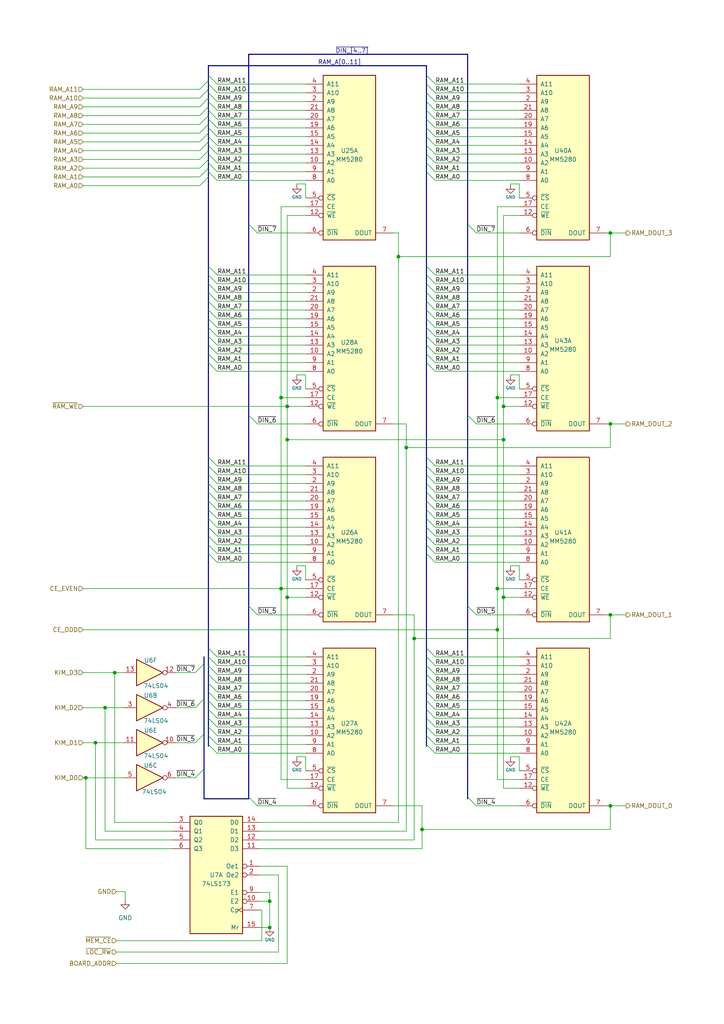
<source format=kicad_sch>
(kicad_sch (version 20230121) (generator eeschema)

  (uuid ebe3ab1b-605d-4ee6-8ea3-d72bd63461bb)

  (paper "A4" portrait)

  (title_block
    (title "MTU K-1008 Visable Memory card replica")
    (comment 1 "9/4/77 HAL CHAMBERLIN 22 PIN RAM")
    (comment 2 "RAM CHIPS (LOW)")
    (comment 3 "MTU VISABLE MEMORY")
    (comment 4 "KiCad version and corrections 2023 Eduardo Casino")
  )

  (lib_symbols
    (symbol "74xx:74LS04" (in_bom yes) (on_board yes)
      (property "Reference" "U" (at 0 1.27 0)
        (effects (font (size 1.27 1.27)))
      )
      (property "Value" "74LS04" (at 0 -1.27 0)
        (effects (font (size 1.27 1.27)))
      )
      (property "Footprint" "" (at 0 0 0)
        (effects (font (size 1.27 1.27)) hide)
      )
      (property "Datasheet" "http://www.ti.com/lit/gpn/sn74LS04" (at 0 0 0)
        (effects (font (size 1.27 1.27)) hide)
      )
      (property "ki_locked" "" (at 0 0 0)
        (effects (font (size 1.27 1.27)))
      )
      (property "ki_keywords" "TTL not inv" (at 0 0 0)
        (effects (font (size 1.27 1.27)) hide)
      )
      (property "ki_description" "Hex Inverter" (at 0 0 0)
        (effects (font (size 1.27 1.27)) hide)
      )
      (property "ki_fp_filters" "DIP*W7.62mm* SSOP?14* TSSOP?14*" (at 0 0 0)
        (effects (font (size 1.27 1.27)) hide)
      )
      (symbol "74LS04_1_0"
        (polyline
          (pts
            (xy -3.81 3.81)
            (xy -3.81 -3.81)
            (xy 3.81 0)
            (xy -3.81 3.81)
          )
          (stroke (width 0.254) (type default))
          (fill (type background))
        )
        (pin input line (at -7.62 0 0) (length 3.81)
          (name "~" (effects (font (size 1.27 1.27))))
          (number "1" (effects (font (size 1.27 1.27))))
        )
        (pin output inverted (at 7.62 0 180) (length 3.81)
          (name "~" (effects (font (size 1.27 1.27))))
          (number "2" (effects (font (size 1.27 1.27))))
        )
      )
      (symbol "74LS04_2_0"
        (polyline
          (pts
            (xy -3.81 3.81)
            (xy -3.81 -3.81)
            (xy 3.81 0)
            (xy -3.81 3.81)
          )
          (stroke (width 0.254) (type default))
          (fill (type background))
        )
        (pin input line (at -7.62 0 0) (length 3.81)
          (name "~" (effects (font (size 1.27 1.27))))
          (number "3" (effects (font (size 1.27 1.27))))
        )
        (pin output inverted (at 7.62 0 180) (length 3.81)
          (name "~" (effects (font (size 1.27 1.27))))
          (number "4" (effects (font (size 1.27 1.27))))
        )
      )
      (symbol "74LS04_3_0"
        (polyline
          (pts
            (xy -3.81 3.81)
            (xy -3.81 -3.81)
            (xy 3.81 0)
            (xy -3.81 3.81)
          )
          (stroke (width 0.254) (type default))
          (fill (type background))
        )
        (pin input line (at -7.62 0 0) (length 3.81)
          (name "~" (effects (font (size 1.27 1.27))))
          (number "5" (effects (font (size 1.27 1.27))))
        )
        (pin output inverted (at 7.62 0 180) (length 3.81)
          (name "~" (effects (font (size 1.27 1.27))))
          (number "6" (effects (font (size 1.27 1.27))))
        )
      )
      (symbol "74LS04_4_0"
        (polyline
          (pts
            (xy -3.81 3.81)
            (xy -3.81 -3.81)
            (xy 3.81 0)
            (xy -3.81 3.81)
          )
          (stroke (width 0.254) (type default))
          (fill (type background))
        )
        (pin output inverted (at 7.62 0 180) (length 3.81)
          (name "~" (effects (font (size 1.27 1.27))))
          (number "8" (effects (font (size 1.27 1.27))))
        )
        (pin input line (at -7.62 0 0) (length 3.81)
          (name "~" (effects (font (size 1.27 1.27))))
          (number "9" (effects (font (size 1.27 1.27))))
        )
      )
      (symbol "74LS04_5_0"
        (polyline
          (pts
            (xy -3.81 3.81)
            (xy -3.81 -3.81)
            (xy 3.81 0)
            (xy -3.81 3.81)
          )
          (stroke (width 0.254) (type default))
          (fill (type background))
        )
        (pin output inverted (at 7.62 0 180) (length 3.81)
          (name "~" (effects (font (size 1.27 1.27))))
          (number "10" (effects (font (size 1.27 1.27))))
        )
        (pin input line (at -7.62 0 0) (length 3.81)
          (name "~" (effects (font (size 1.27 1.27))))
          (number "11" (effects (font (size 1.27 1.27))))
        )
      )
      (symbol "74LS04_6_0"
        (polyline
          (pts
            (xy -3.81 3.81)
            (xy -3.81 -3.81)
            (xy 3.81 0)
            (xy -3.81 3.81)
          )
          (stroke (width 0.254) (type default))
          (fill (type background))
        )
        (pin output inverted (at 7.62 0 180) (length 3.81)
          (name "~" (effects (font (size 1.27 1.27))))
          (number "12" (effects (font (size 1.27 1.27))))
        )
        (pin input line (at -7.62 0 0) (length 3.81)
          (name "~" (effects (font (size 1.27 1.27))))
          (number "13" (effects (font (size 1.27 1.27))))
        )
      )
      (symbol "74LS04_7_0"
        (pin power_in line (at 0 12.7 270) (length 5.08)
          (name "VCC" (effects (font (size 1.27 1.27))))
          (number "14" (effects (font (size 1.27 1.27))))
        )
        (pin power_in line (at 0 -12.7 90) (length 5.08)
          (name "GND" (effects (font (size 1.27 1.27))))
          (number "7" (effects (font (size 1.27 1.27))))
        )
      )
      (symbol "74LS04_7_1"
        (rectangle (start -5.08 7.62) (end 5.08 -7.62)
          (stroke (width 0.254) (type default))
          (fill (type background))
        )
      )
    )
    (symbol "K-1008_Library:74LS173" (pin_names (offset 1.016)) (in_bom yes) (on_board yes)
      (property "Reference" "U" (at 0 1.016 0)
        (effects (font (size 1.27 1.27)))
      )
      (property "Value" "74LS173" (at 0 -1.016 0)
        (effects (font (size 1.27 1.27)))
      )
      (property "Footprint" "" (at 0 0 0)
        (effects (font (size 1.27 1.27)) hide)
      )
      (property "Datasheet" "http://www.ti.com/lit/gpn/sn74LS173" (at 0 0 0)
        (effects (font (size 1.27 1.27)) hide)
      )
      (property "ki_locked" "" (at 0 0 0)
        (effects (font (size 1.27 1.27)))
      )
      (property "ki_keywords" "TTL REG REG4 3State DFF" (at 0 0 0)
        (effects (font (size 1.27 1.27)) hide)
      )
      (property "ki_description" "4-bit D-type Register, 3 state out" (at 0 0 0)
        (effects (font (size 1.27 1.27)) hide)
      )
      (property "ki_fp_filters" "DIP?16*" (at 0 0 0)
        (effects (font (size 1.27 1.27)) hide)
      )
      (symbol "74LS173_1_0"
        (pin input inverted (at -12.7 2.54 0) (length 5.08)
          (name "Oe1" (effects (font (size 1.27 1.27))))
          (number "1" (effects (font (size 1.27 1.27))))
        )
        (pin input inverted (at -12.7 -7.62 0) (length 5.08)
          (name "E2" (effects (font (size 1.27 1.27))))
          (number "10" (effects (font (size 1.27 1.27))))
        )
        (pin input line (at -12.7 7.62 0) (length 5.08)
          (name "D3" (effects (font (size 1.27 1.27))))
          (number "11" (effects (font (size 1.27 1.27))))
        )
        (pin input line (at -12.7 10.16 0) (length 5.08)
          (name "D2" (effects (font (size 1.27 1.27))))
          (number "12" (effects (font (size 1.27 1.27))))
        )
        (pin input line (at -12.7 12.7 0) (length 5.08)
          (name "D1" (effects (font (size 1.27 1.27))))
          (number "13" (effects (font (size 1.27 1.27))))
        )
        (pin input line (at -12.7 15.24 0) (length 5.08)
          (name "D0" (effects (font (size 1.27 1.27))))
          (number "14" (effects (font (size 1.27 1.27))))
        )
        (pin input line (at -12.7 -15.24 0) (length 5.08)
          (name "Mr" (effects (font (size 1.27 1.27))))
          (number "15" (effects (font (size 1.27 1.27))))
        )
        (pin input inverted (at -12.7 0 0) (length 5.08)
          (name "Oe2" (effects (font (size 1.27 1.27))))
          (number "2" (effects (font (size 1.27 1.27))))
        )
        (pin tri_state line (at 12.7 15.24 180) (length 5.08)
          (name "Q0" (effects (font (size 1.27 1.27))))
          (number "3" (effects (font (size 1.27 1.27))))
        )
        (pin tri_state line (at 12.7 12.7 180) (length 5.08)
          (name "Q1" (effects (font (size 1.27 1.27))))
          (number "4" (effects (font (size 1.27 1.27))))
        )
        (pin tri_state line (at 12.7 10.16 180) (length 5.08)
          (name "Q2" (effects (font (size 1.27 1.27))))
          (number "5" (effects (font (size 1.27 1.27))))
        )
        (pin tri_state line (at 12.7 7.62 180) (length 5.08)
          (name "Q3" (effects (font (size 1.27 1.27))))
          (number "6" (effects (font (size 1.27 1.27))))
        )
        (pin input clock (at -12.7 -10.16 0) (length 5.08)
          (name "Cp" (effects (font (size 1.27 1.27))))
          (number "7" (effects (font (size 1.27 1.27))))
        )
        (pin input inverted (at -12.7 -5.08 0) (length 5.08)
          (name "E1" (effects (font (size 1.27 1.27))))
          (number "9" (effects (font (size 1.27 1.27))))
        )
      )
      (symbol "74LS173_1_1"
        (rectangle (start -7.62 17.018) (end 7.62 -17.018)
          (stroke (width 0.254) (type default))
          (fill (type background))
        )
      )
      (symbol "74LS173_2_0"
        (pin power_in line (at 0 12.7 270) (length 5.08)
          (name "VCC" (effects (font (size 1.27 1.27))))
          (number "16" (effects (font (size 1.27 1.27))))
        )
        (pin power_in line (at 0 -12.7 90) (length 5.08)
          (name "GND" (effects (font (size 1.27 1.27))))
          (number "8" (effects (font (size 1.27 1.27))))
        )
      )
      (symbol "74LS173_2_1"
        (rectangle (start -5.08 7.62) (end 5.08 -7.62)
          (stroke (width 0.254) (type default))
          (fill (type background))
        )
      )
    )
    (symbol "K-1008_Library:MM5280" (pin_names (offset 1.016)) (in_bom yes) (on_board yes)
      (property "Reference" "U" (at 0 1.27 0)
        (effects (font (size 1.27 1.27)))
      )
      (property "Value" "MM5280" (at 0 -1.016 0)
        (effects (font (size 1.27 1.27)))
      )
      (property "Footprint" "" (at -14.986 10.414 0)
        (effects (font (size 1.27 1.27)) hide)
      )
      (property "Datasheet" "" (at 0 5.334 0)
        (effects (font (size 1.27 1.27)) hide)
      )
      (property "ki_locked" "" (at 0 0 0)
        (effects (font (size 1.27 1.27)))
      )
      (property "ki_keywords" "4096 dynamic ram" (at 0 0 0)
        (effects (font (size 1.27 1.27)) hide)
      )
      (property "ki_description" "4096-Bit (4096x1) Dynamic RAM" (at 0 0 0)
        (effects (font (size 1.27 1.27)) hide)
      )
      (property "ki_fp_filters" "DIP?16*" (at 0 0 0)
        (effects (font (size 1.27 1.27)) hide)
      )
      (symbol "MM5280_1_0"
        (pin input line (at -12.7 -2.54 0) (length 5.08)
          (name "A2" (effects (font (size 1.27 1.27))))
          (number "10" (effects (font (size 1.27 1.27))))
        )
        (pin input inverted (at -12.7 -17.78 0) (length 5.08)
          (name "~{WE}" (effects (font (size 1.27 1.27))))
          (number "12" (effects (font (size 1.27 1.27))))
        )
        (pin input line (at -12.7 0 0) (length 5.08)
          (name "A3" (effects (font (size 1.27 1.27))))
          (number "13" (effects (font (size 1.27 1.27))))
        )
        (pin input line (at -12.7 2.54 0) (length 5.08)
          (name "A4" (effects (font (size 1.27 1.27))))
          (number "14" (effects (font (size 1.27 1.27))))
        )
        (pin input line (at -12.7 5.08 0) (length 5.08)
          (name "A5" (effects (font (size 1.27 1.27))))
          (number "15" (effects (font (size 1.27 1.27))))
        )
        (pin input line (at -12.7 -15.24 0) (length 5.08)
          (name "CE" (effects (font (size 1.27 1.27))))
          (number "17" (effects (font (size 1.27 1.27))))
        )
        (pin input line (at -12.7 7.62 0) (length 5.08)
          (name "A6" (effects (font (size 1.27 1.27))))
          (number "19" (effects (font (size 1.27 1.27))))
        )
        (pin input line (at -12.7 15.24 0) (length 5.08)
          (name "A9" (effects (font (size 1.27 1.27))))
          (number "2" (effects (font (size 1.27 1.27))))
        )
        (pin input line (at -12.7 10.16 0) (length 5.08)
          (name "A7" (effects (font (size 1.27 1.27))))
          (number "20" (effects (font (size 1.27 1.27))))
        )
        (pin input line (at -12.7 12.7 0) (length 5.08)
          (name "A8" (effects (font (size 1.27 1.27))))
          (number "21" (effects (font (size 1.27 1.27))))
        )
        (pin input line (at -12.7 17.78 0) (length 5.08)
          (name "A10" (effects (font (size 1.27 1.27))))
          (number "3" (effects (font (size 1.27 1.27))))
        )
        (pin input line (at -12.7 20.32 0) (length 5.08)
          (name "A11" (effects (font (size 1.27 1.27))))
          (number "4" (effects (font (size 1.27 1.27))))
        )
        (pin input inverted (at -12.7 -12.7 0) (length 5.08)
          (name "~{CS}" (effects (font (size 1.27 1.27))))
          (number "5" (effects (font (size 1.27 1.27))))
        )
        (pin input inverted (at -12.7 -22.86 0) (length 5.08)
          (name "~{DIN}" (effects (font (size 1.27 1.27))))
          (number "6" (effects (font (size 1.27 1.27))))
        )
        (pin tri_state line (at 12.7 -22.86 180) (length 5.08)
          (name "DOUT" (effects (font (size 1.27 1.27))))
          (number "7" (effects (font (size 1.27 1.27))))
        )
        (pin input line (at -12.7 -7.62 0) (length 5.08)
          (name "A0" (effects (font (size 1.27 1.27))))
          (number "8" (effects (font (size 1.27 1.27))))
        )
        (pin input line (at -12.7 -5.08 0) (length 5.08)
          (name "A1" (effects (font (size 1.27 1.27))))
          (number "9" (effects (font (size 1.27 1.27))))
        )
      )
      (symbol "MM5280_1_1"
        (rectangle (start -7.62 22.86) (end 7.62 -24.892)
          (stroke (width 0.254) (type default))
          (fill (type background))
        )
      )
      (symbol "MM5280_2_0"
        (pin power_in line (at 2.54 -12.7 90) (length 5.08)
          (name "VBB" (effects (font (size 1.27 1.27))))
          (number "1" (effects (font (size 1.27 1.27))))
        )
        (pin power_in line (at -2.54 12.7 270) (length 5.08)
          (name "VCC" (effects (font (size 1.27 1.27))))
          (number "11" (effects (font (size 1.27 1.27))))
        )
        (pin power_in line (at 2.54 12.7 270) (length 5.08)
          (name "VDD" (effects (font (size 1.27 1.27))))
          (number "18" (effects (font (size 1.27 1.27))))
        )
        (pin power_in line (at -2.54 -12.7 90) (length 5.08)
          (name "GND" (effects (font (size 1.27 1.27))))
          (number "22" (effects (font (size 1.27 1.27))))
        )
      )
      (symbol "MM5280_2_1"
        (rectangle (start -5.08 7.62) (end 5.08 -7.62)
          (stroke (width 0.254) (type default))
          (fill (type background))
        )
      )
    )
    (symbol "power:GND" (power) (pin_names (offset 0)) (in_bom yes) (on_board yes)
      (property "Reference" "#PWR" (at 0 -6.35 0)
        (effects (font (size 1.27 1.27)) hide)
      )
      (property "Value" "GND" (at 0 -3.81 0)
        (effects (font (size 1.27 1.27)))
      )
      (property "Footprint" "" (at 0 0 0)
        (effects (font (size 1.27 1.27)) hide)
      )
      (property "Datasheet" "" (at 0 0 0)
        (effects (font (size 1.27 1.27)) hide)
      )
      (property "ki_keywords" "global power" (at 0 0 0)
        (effects (font (size 1.27 1.27)) hide)
      )
      (property "ki_description" "Power symbol creates a global label with name \"GND\" , ground" (at 0 0 0)
        (effects (font (size 1.27 1.27)) hide)
      )
      (symbol "GND_0_1"
        (polyline
          (pts
            (xy 0 0)
            (xy 0 -1.27)
            (xy 1.27 -1.27)
            (xy 0 -2.54)
            (xy -1.27 -1.27)
            (xy 0 -1.27)
          )
          (stroke (width 0) (type default))
          (fill (type none))
        )
      )
      (symbol "GND_1_1"
        (pin power_in line (at 0 0 270) (length 0) hide
          (name "GND" (effects (font (size 1.27 1.27))))
          (number "1" (effects (font (size 1.27 1.27))))
        )
      )
    )
  )

  (junction (at 122.428 240.538) (diameter 0) (color 0 0 0 0)
    (uuid 06517fb5-3e95-491d-bf1f-cd0f60cd0940)
  )
  (junction (at 27.686 215.392) (diameter 0) (color 0 0 0 0)
    (uuid 0799cd08-6521-491e-a980-91a5bd1692be)
  )
  (junction (at 144.272 182.626) (diameter 0) (color 0 0 0 0)
    (uuid 0c2c496b-183b-4397-b790-cc1c872468ef)
  )
  (junction (at 30.48 205.232) (diameter 0) (color 0 0 0 0)
    (uuid 0dd69e92-99b1-4983-a7df-de9c8fbf6697)
  )
  (junction (at 81.534 170.688) (diameter 0) (color 0 0 0 0)
    (uuid 110464ca-59e5-46cb-95cb-1acc33e23836)
  )
  (junction (at 24.892 225.552) (diameter 0) (color 0 0 0 0)
    (uuid 164f440b-a42c-4000-af65-8d3228bdac4a)
  )
  (junction (at 146.05 127.508) (diameter 0) (color 0 0 0 0)
    (uuid 1b98b1cb-ee4a-47dc-8c96-dd7ad0993c52)
  )
  (junction (at 120.142 185.166) (diameter 0) (color 0 0 0 0)
    (uuid 42ccf1b0-3c69-4128-a558-cf1bbce0b0cf)
  )
  (junction (at 81.534 115.316) (diameter 0) (color 0 0 0 0)
    (uuid 4b4900ee-840b-40a3-b8d6-5956c091ba3a)
  )
  (junction (at 177.038 122.936) (diameter 0) (color 0 0 0 0)
    (uuid 54c284a6-fa4f-4fa2-85b6-40a464f0084d)
  )
  (junction (at 177.038 67.564) (diameter 0) (color 0 0 0 0)
    (uuid 5877fbec-5327-4a41-9125-d7b267ad23b5)
  )
  (junction (at 115.57 74.422) (diameter 0) (color 0 0 0 0)
    (uuid 662b2f85-2566-4e51-8323-35aba51743d7)
  )
  (junction (at 83.312 127.508) (diameter 0) (color 0 0 0 0)
    (uuid 68ade136-3c4f-4ecd-ba6d-5d5352c3debc)
  )
  (junction (at 146.05 117.856) (diameter 0) (color 0 0 0 0)
    (uuid 6ef0353d-6b26-4251-a45e-aab40bfce84f)
  )
  (junction (at 146.05 173.228) (diameter 0) (color 0 0 0 0)
    (uuid 75d934bb-2111-4b51-98d9-297c3e36eab8)
  )
  (junction (at 78.232 261.366) (diameter 0) (color 0 0 0 0)
    (uuid 8c9117b3-cad2-45d9-a4c7-ec1c2fa993e4)
  )
  (junction (at 177.038 233.68) (diameter 0) (color 0 0 0 0)
    (uuid 982b8649-5791-497f-bc5d-d296e2a265af)
  )
  (junction (at 33.274 195.072) (diameter 0) (color 0 0 0 0)
    (uuid a5aa8564-c20c-44c8-b459-ee75426b43a4)
  )
  (junction (at 83.312 117.856) (diameter 0) (color 0 0 0 0)
    (uuid b402ff40-cee3-4fb5-8195-81ff9b16e107)
  )
  (junction (at 117.856 129.794) (diameter 0) (color 0 0 0 0)
    (uuid c1b77930-71fa-4375-8a76-3809f2550a72)
  )
  (junction (at 144.272 170.688) (diameter 0) (color 0 0 0 0)
    (uuid d1e3e8c9-49f0-400d-a4a6-f1a8e17f7581)
  )
  (junction (at 83.312 173.228) (diameter 0) (color 0 0 0 0)
    (uuid e2d7ef91-21f4-43c5-a80c-f381c771714b)
  )
  (junction (at 78.232 268.986) (diameter 0) (color 0 0 0 0)
    (uuid e863717a-e591-4db7-89f2-04f49b67b667)
  )
  (junction (at 177.038 178.308) (diameter 0) (color 0 0 0 0)
    (uuid f45876fd-5976-483f-80d5-1a72a634b4b9)
  )
  (junction (at 144.272 115.316) (diameter 0) (color 0 0 0 0)
    (uuid fc9a363f-8799-42ea-afe3-58c3f0b9aed0)
  )

  (bus_entry (at 60.452 210.82) (size 2.54 2.54)
    (stroke (width 0) (type default))
    (uuid 009513a3-8467-4cb5-b585-3d7f4ba00a6e)
  )
  (bus_entry (at 135.636 175.768) (size 2.54 2.54)
    (stroke (width 0) (type default))
    (uuid 02e1086d-60f5-4a11-b0b6-ac9a04f7557b)
  )
  (bus_entry (at 60.452 34.544) (size 2.54 2.54)
    (stroke (width 0) (type default))
    (uuid 03e78cea-47c7-4286-af9a-eea088b81ef1)
  )
  (bus_entry (at 123.698 187.96) (size 2.54 2.54)
    (stroke (width 0) (type default))
    (uuid 0466e080-9442-4ea0-8d47-52ec590c8529)
  )
  (bus_entry (at 60.452 49.784) (size 2.54 2.54)
    (stroke (width 0) (type default))
    (uuid 04e71b1a-5f7b-4159-b0e8-1ab48a192de1)
  )
  (bus_entry (at 60.452 77.216) (size 2.54 2.54)
    (stroke (width 0) (type default))
    (uuid 04f7fc18-af63-4576-b35a-b0a033384ced)
  )
  (bus_entry (at 123.698 215.9) (size 2.54 2.54)
    (stroke (width 0) (type default))
    (uuid 06165e02-305f-4e80-9615-4a4f7ef0af84)
  )
  (bus_entry (at 60.452 47.244) (size 2.54 2.54)
    (stroke (width 0) (type default))
    (uuid 09bd5298-b2de-4eac-9b37-fdf242e3c096)
  )
  (bus_entry (at 60.452 82.296) (size 2.54 2.54)
    (stroke (width 0) (type default))
    (uuid 0d3b00e3-d703-4d91-96c0-95144668ba10)
  )
  (bus_entry (at 56.642 225.552) (size 2.54 -2.54)
    (stroke (width 0) (type default))
    (uuid 0dda1964-acb1-4121-9610-16bbb5be598f)
  )
  (bus_entry (at 60.452 193.04) (size 2.54 2.54)
    (stroke (width 0) (type default))
    (uuid 0f5f1421-1827-42b1-8e44-a0a666830153)
  )
  (bus_entry (at 123.698 49.784) (size 2.54 2.54)
    (stroke (width 0) (type default))
    (uuid 12b407bd-5806-4b3b-9736-b5921b9ed7fa)
  )
  (bus_entry (at 57.912 43.688) (size 2.54 -2.54)
    (stroke (width 0) (type default))
    (uuid 139d7a05-9338-41d8-92b0-a4359a088fc5)
  )
  (bus_entry (at 60.452 102.616) (size 2.54 2.54)
    (stroke (width 0) (type default))
    (uuid 163c03f8-d938-4759-82a8-1d17bb269fe2)
  )
  (bus_entry (at 72.136 175.768) (size 2.54 2.54)
    (stroke (width 0) (type default))
    (uuid 19d88a43-8943-40f9-bc19-68c59adf5a88)
  )
  (bus_entry (at 60.452 152.908) (size 2.54 2.54)
    (stroke (width 0) (type default))
    (uuid 1abaeddb-87bd-446e-9a12-c5b4bf9f708f)
  )
  (bus_entry (at 123.698 92.456) (size 2.54 2.54)
    (stroke (width 0) (type default))
    (uuid 1af10429-01de-436e-9075-94a09138749d)
  )
  (bus_entry (at 123.698 205.74) (size 2.54 2.54)
    (stroke (width 0) (type default))
    (uuid 1b4fed95-cd28-4ff5-a2b1-79efd330f7b0)
  )
  (bus_entry (at 57.912 48.768) (size 2.54 -2.54)
    (stroke (width 0) (type default))
    (uuid 1c3b7a32-1031-4118-80d0-1cfc01106029)
  )
  (bus_entry (at 123.698 152.908) (size 2.54 2.54)
    (stroke (width 0) (type default))
    (uuid 1e426885-9ffd-4184-a1c5-b1ee9c82b532)
  )
  (bus_entry (at 60.452 160.528) (size 2.54 2.54)
    (stroke (width 0) (type default))
    (uuid 23f48f1f-c343-4908-bdec-0e35b4f3be27)
  )
  (bus_entry (at 123.698 155.448) (size 2.54 2.54)
    (stroke (width 0) (type default))
    (uuid 25564cfa-9f5f-4123-aa4a-918aed4fe84b)
  )
  (bus_entry (at 123.698 210.82) (size 2.54 2.54)
    (stroke (width 0) (type default))
    (uuid 259edf75-9ffd-4d31-a8b7-03281ca7fff3)
  )
  (bus_entry (at 123.698 213.36) (size 2.54 2.54)
    (stroke (width 0) (type default))
    (uuid 29201081-a3e9-4d87-9e61-87aa73203bd3)
  )
  (bus_entry (at 123.698 79.756) (size 2.54 2.54)
    (stroke (width 0) (type default))
    (uuid 2ead8888-e981-43df-b2a2-a07a0730b707)
  )
  (bus_entry (at 60.452 135.128) (size 2.54 2.54)
    (stroke (width 0) (type default))
    (uuid 308d4ce1-5ded-4f8a-98a5-63c10307d943)
  )
  (bus_entry (at 123.698 37.084) (size 2.54 2.54)
    (stroke (width 0) (type default))
    (uuid 32aaf3e2-27ed-474a-9eb0-06876c85250c)
  )
  (bus_entry (at 60.452 94.996) (size 2.54 2.54)
    (stroke (width 0) (type default))
    (uuid 32d5f4a1-85b6-43c0-a4a4-32885db52358)
  )
  (bus_entry (at 123.698 208.28) (size 2.54 2.54)
    (stroke (width 0) (type default))
    (uuid 3301751a-9ad2-40f1-b539-98c617848529)
  )
  (bus_entry (at 60.452 155.448) (size 2.54 2.54)
    (stroke (width 0) (type default))
    (uuid 35b45bc8-0c0f-4893-9db6-984c2402d75c)
  )
  (bus_entry (at 60.452 208.28) (size 2.54 2.54)
    (stroke (width 0) (type default))
    (uuid 36791f4f-3899-4d2a-84e6-a1e2ddcd0c1b)
  )
  (bus_entry (at 123.698 44.704) (size 2.54 2.54)
    (stroke (width 0) (type default))
    (uuid 3ab4a513-7616-4f61-90d7-7a1e47b480eb)
  )
  (bus_entry (at 57.912 41.148) (size 2.54 -2.54)
    (stroke (width 0) (type default))
    (uuid 3ee8e1de-89d6-43a1-a803-b94b99c8952e)
  )
  (bus_entry (at 123.698 102.616) (size 2.54 2.54)
    (stroke (width 0) (type default))
    (uuid 404cfd0f-2dc9-4843-8f8f-03d9c1720e9d)
  )
  (bus_entry (at 60.452 97.536) (size 2.54 2.54)
    (stroke (width 0) (type default))
    (uuid 405fb61c-3551-4bf1-8d74-cf98cc515eff)
  )
  (bus_entry (at 57.912 33.528) (size 2.54 -2.54)
    (stroke (width 0) (type default))
    (uuid 40a0c6b6-918f-4d94-989d-c2bfd332831e)
  )
  (bus_entry (at 60.452 157.988) (size 2.54 2.54)
    (stroke (width 0) (type default))
    (uuid 481a6735-8e2b-4933-8641-9b1b02463664)
  )
  (bus_entry (at 60.452 21.844) (size 2.54 2.54)
    (stroke (width 0) (type default))
    (uuid 48933f8d-57f9-4529-b0c3-bc6dd53fb924)
  )
  (bus_entry (at 60.452 137.668) (size 2.54 2.54)
    (stroke (width 0) (type default))
    (uuid 4b2cadc1-08f5-4bf3-8208-962eea2c4efc)
  )
  (bus_entry (at 123.698 47.244) (size 2.54 2.54)
    (stroke (width 0) (type default))
    (uuid 4cc9d38a-110b-4b28-af55-25c0a6df78e1)
  )
  (bus_entry (at 123.698 200.66) (size 2.54 2.54)
    (stroke (width 0) (type default))
    (uuid 500f4433-9da3-45df-b724-5906878d0f43)
  )
  (bus_entry (at 135.636 231.14) (size 2.54 2.54)
    (stroke (width 0) (type default))
    (uuid 54815313-8033-48e9-b2bb-26f873e107bf)
  )
  (bus_entry (at 123.698 32.004) (size 2.54 2.54)
    (stroke (width 0) (type default))
    (uuid 5498653e-30c6-4665-ae75-2b37b25e0391)
  )
  (bus_entry (at 123.698 77.216) (size 2.54 2.54)
    (stroke (width 0) (type default))
    (uuid 60952bd1-cc4f-45cf-8bea-f16966914633)
  )
  (bus_entry (at 123.698 147.828) (size 2.54 2.54)
    (stroke (width 0) (type default))
    (uuid 60a77f45-b924-404f-b5d2-4d19628d5b8c)
  )
  (bus_entry (at 123.698 39.624) (size 2.54 2.54)
    (stroke (width 0) (type default))
    (uuid 63ab9842-13ce-4958-a103-80521a2230fc)
  )
  (bus_entry (at 60.452 213.36) (size 2.54 2.54)
    (stroke (width 0) (type default))
    (uuid 640562d3-9f86-4b03-ad26-f256f6af38a4)
  )
  (bus_entry (at 72.136 231.14) (size 2.54 2.54)
    (stroke (width 0) (type default))
    (uuid 64133f37-3ab8-40d0-b3fb-6a80478fd419)
  )
  (bus_entry (at 123.698 135.128) (size 2.54 2.54)
    (stroke (width 0) (type default))
    (uuid 64ccf9ee-1f3b-4168-a1c8-dbef2ad76966)
  )
  (bus_entry (at 123.698 145.288) (size 2.54 2.54)
    (stroke (width 0) (type default))
    (uuid 697ff0f3-7db4-4832-adb6-1298a37848b0)
  )
  (bus_entry (at 123.698 142.748) (size 2.54 2.54)
    (stroke (width 0) (type default))
    (uuid 6b7a5d2f-da3f-4c4b-9e49-77c5725b2e24)
  )
  (bus_entry (at 60.452 142.748) (size 2.54 2.54)
    (stroke (width 0) (type default))
    (uuid 6d89acdf-7408-48a0-a11b-30e5abb55aa7)
  )
  (bus_entry (at 123.698 140.208) (size 2.54 2.54)
    (stroke (width 0) (type default))
    (uuid 6f03104c-014b-4ccd-ba31-97c40f380564)
  )
  (bus_entry (at 60.452 150.368) (size 2.54 2.54)
    (stroke (width 0) (type default))
    (uuid 703332f1-0806-4001-9cc9-0ea62660f7a4)
  )
  (bus_entry (at 60.452 37.084) (size 2.54 2.54)
    (stroke (width 0) (type default))
    (uuid 70ab04a9-f998-4eef-baa4-2e0fb3fc6025)
  )
  (bus_entry (at 123.698 89.916) (size 2.54 2.54)
    (stroke (width 0) (type default))
    (uuid 73061d16-6b81-4f1f-b0ff-bff0514dadc0)
  )
  (bus_entry (at 60.452 205.74) (size 2.54 2.54)
    (stroke (width 0) (type default))
    (uuid 759ca949-8291-4b0e-ad87-161cc47b8492)
  )
  (bus_entry (at 135.636 120.396) (size 2.54 2.54)
    (stroke (width 0) (type default))
    (uuid 7af254ab-5c40-42a4-b747-3c0e1868a49e)
  )
  (bus_entry (at 60.452 147.828) (size 2.54 2.54)
    (stroke (width 0) (type default))
    (uuid 7b8eafae-20fb-4a35-956e-f574b8ab4edd)
  )
  (bus_entry (at 60.452 198.12) (size 2.54 2.54)
    (stroke (width 0) (type default))
    (uuid 7dfb4559-a69c-48c3-8092-6b6bccde7763)
  )
  (bus_entry (at 60.452 24.384) (size 2.54 2.54)
    (stroke (width 0) (type default))
    (uuid 82752e88-cb68-4fc8-b316-c3e1a2e2d2a4)
  )
  (bus_entry (at 60.452 132.588) (size 2.54 2.54)
    (stroke (width 0) (type default))
    (uuid 850b1e62-9c4d-44cb-b878-371d325a7467)
  )
  (bus_entry (at 60.452 42.164) (size 2.54 2.54)
    (stroke (width 0) (type default))
    (uuid 85b60714-258a-41fd-8110-1151c1fbfbeb)
  )
  (bus_entry (at 57.912 30.988) (size 2.54 -2.54)
    (stroke (width 0) (type default))
    (uuid 8d40b2dd-9631-4557-b9c2-a85fbcc1367e)
  )
  (bus_entry (at 123.698 203.2) (size 2.54 2.54)
    (stroke (width 0) (type default))
    (uuid 8fffa254-0751-4b03-89df-4573ab895243)
  )
  (bus_entry (at 135.636 65.024) (size 2.54 2.54)
    (stroke (width 0) (type default))
    (uuid 9168b867-62ec-4f75-b5f0-9a47b8280cbd)
  )
  (bus_entry (at 60.452 200.66) (size 2.54 2.54)
    (stroke (width 0) (type default))
    (uuid 91d54ba0-2b71-4a37-b809-5858c1f993b8)
  )
  (bus_entry (at 60.452 29.464) (size 2.54 2.54)
    (stroke (width 0) (type default))
    (uuid 92b3bc74-a993-47b7-b493-55c5261c2577)
  )
  (bus_entry (at 123.698 97.536) (size 2.54 2.54)
    (stroke (width 0) (type default))
    (uuid 9532179b-dad7-41db-818d-d9f83fd4cd86)
  )
  (bus_entry (at 123.698 150.368) (size 2.54 2.54)
    (stroke (width 0) (type default))
    (uuid 97af9746-2cbc-4a4a-bcc1-c97f193fafa8)
  )
  (bus_entry (at 60.452 187.96) (size 2.54 2.54)
    (stroke (width 0) (type default))
    (uuid 99770358-2801-459d-b5d8-b1c22bdaa154)
  )
  (bus_entry (at 57.912 46.228) (size 2.54 -2.54)
    (stroke (width 0) (type default))
    (uuid 9b51b473-8c03-437d-982b-b9bcef2a8c8e)
  )
  (bus_entry (at 57.912 38.608) (size 2.54 -2.54)
    (stroke (width 0) (type default))
    (uuid 9d144ff1-639e-4c01-bfcd-a89dc8057883)
  )
  (bus_entry (at 60.452 79.756) (size 2.54 2.54)
    (stroke (width 0) (type default))
    (uuid 9db401aa-e365-47a1-9890-4be5ec1cac84)
  )
  (bus_entry (at 60.452 215.9) (size 2.54 2.54)
    (stroke (width 0) (type default))
    (uuid 9f179570-c851-4743-9427-48bfd6cbf326)
  )
  (bus_entry (at 123.698 132.588) (size 2.54 2.54)
    (stroke (width 0) (type default))
    (uuid a3cd527e-ae01-4aa0-8111-41c0073230d1)
  )
  (bus_entry (at 123.698 87.376) (size 2.54 2.54)
    (stroke (width 0) (type default))
    (uuid a41985c5-2ece-4f9f-a065-466d9fc8993c)
  )
  (bus_entry (at 60.452 89.916) (size 2.54 2.54)
    (stroke (width 0) (type default))
    (uuid ab9db5d5-5efc-45e0-8ff8-e559c4b19ad1)
  )
  (bus_entry (at 123.698 195.58) (size 2.54 2.54)
    (stroke (width 0) (type default))
    (uuid ac7ab04f-9d87-46a7-91b2-439eec6f5ea9)
  )
  (bus_entry (at 60.452 32.004) (size 2.54 2.54)
    (stroke (width 0) (type default))
    (uuid ad3afd78-b967-4cdc-bd60-7d0fac8ac8e8)
  )
  (bus_entry (at 60.452 195.58) (size 2.54 2.54)
    (stroke (width 0) (type default))
    (uuid ad3d8734-3106-4521-bdab-74671c6cb722)
  )
  (bus_entry (at 123.698 34.544) (size 2.54 2.54)
    (stroke (width 0) (type default))
    (uuid adace3f9-4833-4570-ab1d-2d56519134fb)
  )
  (bus_entry (at 60.452 140.208) (size 2.54 2.54)
    (stroke (width 0) (type default))
    (uuid b02d6146-2420-47ef-81f4-8872766b1a45)
  )
  (bus_entry (at 56.642 215.392) (size 2.54 -2.54)
    (stroke (width 0) (type default))
    (uuid b0a2d426-34a0-433d-b9f7-04c91a885c50)
  )
  (bus_entry (at 60.452 44.704) (size 2.54 2.54)
    (stroke (width 0) (type default))
    (uuid b4a40ccd-e1b8-47c9-a136-79d75ecdae93)
  )
  (bus_entry (at 123.698 84.836) (size 2.54 2.54)
    (stroke (width 0) (type default))
    (uuid b4ad2156-e0fa-4000-a03c-178d831800bf)
  )
  (bus_entry (at 57.912 36.068) (size 2.54 -2.54)
    (stroke (width 0) (type default))
    (uuid b94dc13e-f9b0-44c0-84dd-883b3a806c9e)
  )
  (bus_entry (at 60.452 92.456) (size 2.54 2.54)
    (stroke (width 0) (type default))
    (uuid bb43d441-a61b-41ef-8081-0f71eb09922b)
  )
  (bus_entry (at 60.452 84.836) (size 2.54 2.54)
    (stroke (width 0) (type default))
    (uuid bb978dde-e115-4cd3-8cbd-cf4044832739)
  )
  (bus_entry (at 56.642 205.232) (size 2.54 -2.54)
    (stroke (width 0) (type default))
    (uuid bdcd7a8a-443e-4f53-8064-9fee1e456c65)
  )
  (bus_entry (at 123.698 160.528) (size 2.54 2.54)
    (stroke (width 0) (type default))
    (uuid be88f9b5-3bdd-4ce5-a4ae-ced434ad5abd)
  )
  (bus_entry (at 57.912 53.848) (size 2.54 -2.54)
    (stroke (width 0) (type default))
    (uuid c58d519e-5160-464e-a59d-486b86ebe04b)
  )
  (bus_entry (at 123.698 157.988) (size 2.54 2.54)
    (stroke (width 0) (type default))
    (uuid c5b032a2-7737-4940-9aec-a08276b7a93e)
  )
  (bus_entry (at 60.452 203.2) (size 2.54 2.54)
    (stroke (width 0) (type default))
    (uuid c5c7a4df-a5c3-4c53-b313-4b59219dffbb)
  )
  (bus_entry (at 57.912 28.448) (size 2.54 -2.54)
    (stroke (width 0) (type default))
    (uuid c8ebe400-55bd-4b93-a99c-fdf38595b81d)
  )
  (bus_entry (at 72.136 120.396) (size 2.54 2.54)
    (stroke (width 0) (type default))
    (uuid c9708546-ab7b-4a49-b307-39da2c783cde)
  )
  (bus_entry (at 123.698 137.668) (size 2.54 2.54)
    (stroke (width 0) (type default))
    (uuid caa6b780-f1d3-4ab1-b3db-6ed5e2a3208f)
  )
  (bus_entry (at 123.698 42.164) (size 2.54 2.54)
    (stroke (width 0) (type default))
    (uuid cb413219-a2fe-468d-a481-f89e2b85bb75)
  )
  (bus_entry (at 123.698 94.996) (size 2.54 2.54)
    (stroke (width 0) (type default))
    (uuid cc869b7d-086a-430f-9a15-8e17346122d4)
  )
  (bus_entry (at 123.698 21.844) (size 2.54 2.54)
    (stroke (width 0) (type default))
    (uuid cd6770bc-8575-4c42-8b28-99c966f8204f)
  )
  (bus_entry (at 60.452 190.5) (size 2.54 2.54)
    (stroke (width 0) (type default))
    (uuid ce104913-d615-4711-a5bd-2758116edb8f)
  )
  (bus_entry (at 60.452 87.376) (size 2.54 2.54)
    (stroke (width 0) (type default))
    (uuid ce97f850-7038-4446-a2cc-9535164515eb)
  )
  (bus_entry (at 60.452 105.156) (size 2.54 2.54)
    (stroke (width 0) (type default))
    (uuid cf934119-7832-4067-b53c-a58be4ab07f1)
  )
  (bus_entry (at 123.698 193.04) (size 2.54 2.54)
    (stroke (width 0) (type default))
    (uuid d34cfcdb-0d7b-4cbf-9176-ff8a107c436b)
  )
  (bus_entry (at 60.452 26.924) (size 2.54 2.54)
    (stroke (width 0) (type default))
    (uuid dc668ff6-aecc-4eec-9a68-11efb813f894)
  )
  (bus_entry (at 57.912 25.908) (size 2.54 -2.54)
    (stroke (width 0) (type default))
    (uuid dc8fd0b6-83f4-4085-8f6f-3bb0abab1308)
  )
  (bus_entry (at 123.698 82.296) (size 2.54 2.54)
    (stroke (width 0) (type default))
    (uuid e40e7cdb-6c61-4a52-a228-3bb01f879d40)
  )
  (bus_entry (at 57.912 51.308) (size 2.54 -2.54)
    (stroke (width 0) (type default))
    (uuid e7d08175-625a-4fb0-b74a-fdc7d43ad999)
  )
  (bus_entry (at 123.698 105.156) (size 2.54 2.54)
    (stroke (width 0) (type default))
    (uuid eed9a871-df63-4d94-9884-24700e3ef37e)
  )
  (bus_entry (at 72.136 65.024) (size 2.54 2.54)
    (stroke (width 0) (type default))
    (uuid f031514b-5060-4ca5-a7f9-67aadfb11c87)
  )
  (bus_entry (at 60.452 39.624) (size 2.54 2.54)
    (stroke (width 0) (type default))
    (uuid f1bfdbe0-e8fa-44ca-bb6d-51d9ef7876e0)
  )
  (bus_entry (at 123.698 190.5) (size 2.54 2.54)
    (stroke (width 0) (type default))
    (uuid f2e4feb7-5c29-45fa-ad95-32b3a670ca1e)
  )
  (bus_entry (at 56.642 195.072) (size 2.54 -2.54)
    (stroke (width 0) (type default))
    (uuid f34cfcf2-0cee-491c-956d-8832554cdc10)
  )
  (bus_entry (at 123.698 29.464) (size 2.54 2.54)
    (stroke (width 0) (type default))
    (uuid f63dd0cb-17ff-4d07-a8db-d0f66481e0a7)
  )
  (bus_entry (at 60.452 100.076) (size 2.54 2.54)
    (stroke (width 0) (type default))
    (uuid f89cc5de-2f80-4f71-ab5c-fbff673096a8)
  )
  (bus_entry (at 123.698 26.924) (size 2.54 2.54)
    (stroke (width 0) (type default))
    (uuid f8ff91cf-56e5-45a4-8bc9-ce2402cb7937)
  )
  (bus_entry (at 60.452 145.288) (size 2.54 2.54)
    (stroke (width 0) (type default))
    (uuid fb771a4a-910e-46c8-a9a7-18dabe19181f)
  )
  (bus_entry (at 123.698 24.384) (size 2.54 2.54)
    (stroke (width 0) (type default))
    (uuid fe53a137-f5d5-4a22-91d2-629935d318f7)
  )
  (bus_entry (at 123.698 100.076) (size 2.54 2.54)
    (stroke (width 0) (type default))
    (uuid febaa3d4-427f-446e-baa8-fd84052ccb8d)
  )
  (bus_entry (at 123.698 198.12) (size 2.54 2.54)
    (stroke (width 0) (type default))
    (uuid ff278094-44ff-4b2f-861c-de516a9b2a0f)
  )

  (wire (pts (xy 62.992 203.2) (xy 88.646 203.2))
    (stroke (width 0) (type default))
    (uuid 00301cff-3831-4605-9eb7-7d5465575636)
  )
  (wire (pts (xy 117.856 129.794) (xy 117.856 241.046))
    (stroke (width 0) (type default))
    (uuid 0127a4b4-bffc-4ecf-b8e5-eeab4e19b15b)
  )
  (wire (pts (xy 62.992 190.5) (xy 88.646 190.5))
    (stroke (width 0) (type default))
    (uuid 0135706c-8b90-417a-9a22-bb37969f5ab1)
  )
  (bus (pts (xy 123.698 205.74) (xy 123.698 208.28))
    (stroke (width 0) (type default))
    (uuid 017a1546-0ef3-4d47-a57f-ca0ae296101c)
  )

  (wire (pts (xy 148.082 219.71) (xy 148.082 219.456))
    (stroke (width 0) (type default))
    (uuid 0202d651-232b-4e04-b26c-a216cccf99c4)
  )
  (bus (pts (xy 123.698 82.296) (xy 123.698 84.836))
    (stroke (width 0) (type default))
    (uuid 0268d1a7-996a-407f-8262-f03a0cbb8c6e)
  )

  (wire (pts (xy 138.176 122.936) (xy 150.622 122.936))
    (stroke (width 0) (type default))
    (uuid 03048904-0af3-421b-b1c0-a5746bc8df1b)
  )
  (wire (pts (xy 177.038 67.564) (xy 181.61 67.564))
    (stroke (width 0) (type default))
    (uuid 0343a50b-af35-4131-a56d-6f5fc6c19dd2)
  )
  (wire (pts (xy 126.238 37.084) (xy 150.622 37.084))
    (stroke (width 0) (type default))
    (uuid 03722ad6-da57-4a49-b755-aee0e9330bc5)
  )
  (wire (pts (xy 126.238 145.288) (xy 150.622 145.288))
    (stroke (width 0) (type default))
    (uuid 03aa21b7-8230-4a8a-927c-3a054dd8b946)
  )
  (wire (pts (xy 126.238 213.36) (xy 150.622 213.36))
    (stroke (width 0) (type default))
    (uuid 042cdd4d-ff3a-4fb8-9888-5fb45282001e)
  )
  (wire (pts (xy 62.992 42.164) (xy 88.646 42.164))
    (stroke (width 0) (type default))
    (uuid 049bc6fb-674d-4e18-84cb-838857ba064e)
  )
  (wire (pts (xy 62.992 79.756) (xy 88.646 79.756))
    (stroke (width 0) (type default))
    (uuid 0557fdaf-3779-46ca-9e70-cd08270eeabb)
  )
  (bus (pts (xy 60.452 160.528) (xy 60.452 187.96))
    (stroke (width 0) (type default))
    (uuid 062263e3-7258-4e82-a9e2-0e81ceeb2d0a)
  )
  (bus (pts (xy 123.698 147.828) (xy 123.698 150.368))
    (stroke (width 0) (type default))
    (uuid 068c3b1e-dbb5-4555-aa2c-09e40a75f5a2)
  )

  (wire (pts (xy 75.438 253.746) (xy 80.772 253.746))
    (stroke (width 0) (type default))
    (uuid 07608701-0201-4252-a2f9-de87ddf71e5a)
  )
  (bus (pts (xy 60.452 193.04) (xy 60.452 195.58))
    (stroke (width 0) (type default))
    (uuid 07dac8da-b262-452d-b710-cdfec042ba12)
  )

  (wire (pts (xy 144.272 115.316) (xy 144.272 170.688))
    (stroke (width 0) (type default))
    (uuid 08da58f2-11ad-441d-9872-fcd11eb8f29d)
  )
  (wire (pts (xy 62.992 29.464) (xy 88.646 29.464))
    (stroke (width 0) (type default))
    (uuid 092b553d-3c9b-41bb-a87d-bd40d58ab5cb)
  )
  (wire (pts (xy 33.782 276.098) (xy 80.772 276.098))
    (stroke (width 0) (type default))
    (uuid 0a3db981-2fe6-44dc-a18e-95f1ae7fa6a6)
  )
  (wire (pts (xy 126.238 34.544) (xy 150.622 34.544))
    (stroke (width 0) (type default))
    (uuid 0ae517fb-514e-4df3-a7af-a09e10c75698)
  )
  (wire (pts (xy 24.13 33.528) (xy 57.912 33.528))
    (stroke (width 0) (type default))
    (uuid 0b953dfe-5ac5-4b94-b9d5-fd42c1cd65dc)
  )
  (bus (pts (xy 60.452 150.368) (xy 60.452 152.908))
    (stroke (width 0) (type default))
    (uuid 0b95a0e7-42b3-4756-b982-4e0b89deaebe)
  )
  (bus (pts (xy 123.698 150.368) (xy 123.698 152.908))
    (stroke (width 0) (type default))
    (uuid 0bf87197-75f2-4d05-b09a-677c1fb574d2)
  )
  (bus (pts (xy 123.698 97.536) (xy 123.698 100.076))
    (stroke (width 0) (type default))
    (uuid 0cb354a4-9468-4444-9476-3c5169b006bf)
  )

  (wire (pts (xy 50.038 246.126) (xy 24.892 246.126))
    (stroke (width 0) (type default))
    (uuid 0ee6ddc0-f2f7-4576-a8bb-4faf1a53e389)
  )
  (wire (pts (xy 27.686 243.586) (xy 27.686 215.392))
    (stroke (width 0) (type default))
    (uuid 10f4fbb4-160f-4350-bdc2-82a519a5d4a3)
  )
  (wire (pts (xy 83.312 127.508) (xy 146.05 127.508))
    (stroke (width 0) (type default))
    (uuid 116d25de-9d61-4c01-bd71-f065d2126c44)
  )
  (bus (pts (xy 123.698 49.784) (xy 123.698 77.216))
    (stroke (width 0) (type default))
    (uuid 11afbee4-e28a-4c8d-b9a4-2f4bb5710b03)
  )

  (wire (pts (xy 75.438 261.366) (xy 78.232 261.366))
    (stroke (width 0) (type default))
    (uuid 122d47c1-a45d-4b17-90ad-953bb9bd8a18)
  )
  (wire (pts (xy 117.856 122.936) (xy 117.856 129.794))
    (stroke (width 0) (type default))
    (uuid 127761e8-a001-4534-9f7c-72baca2ea55a)
  )
  (bus (pts (xy 123.698 193.04) (xy 123.698 195.58))
    (stroke (width 0) (type default))
    (uuid 12fe0ce9-f9c3-4c72-93b3-7d872b05aea0)
  )
  (bus (pts (xy 123.698 160.528) (xy 123.698 187.96))
    (stroke (width 0) (type default))
    (uuid 132a2d92-614f-4916-8d44-9d1051a272a2)
  )

  (wire (pts (xy 83.312 173.228) (xy 88.646 173.228))
    (stroke (width 0) (type default))
    (uuid 1419e501-f00c-4d24-868b-a9b24f928bae)
  )
  (wire (pts (xy 51.054 205.232) (xy 56.642 205.232))
    (stroke (width 0) (type default))
    (uuid 143000c7-ec86-454c-a19e-920d2cc3c69b)
  )
  (bus (pts (xy 60.452 24.384) (xy 60.452 25.908))
    (stroke (width 0) (type default))
    (uuid 150c4333-6fa8-448c-a367-45c0e66bd9d7)
  )
  (bus (pts (xy 123.698 79.756) (xy 123.698 82.296))
    (stroke (width 0) (type default))
    (uuid 158f7d1f-de4f-4d10-a3d7-1a59bb22ae1a)
  )

  (wire (pts (xy 146.05 127.508) (xy 146.05 173.228))
    (stroke (width 0) (type default))
    (uuid 15f893d8-ebf9-484a-99c4-8cf283ff6d88)
  )
  (wire (pts (xy 24.13 117.856) (xy 83.312 117.856))
    (stroke (width 0) (type default))
    (uuid 16098ddb-5836-4420-9359-2fad5b47e5a6)
  )
  (wire (pts (xy 51.054 195.072) (xy 56.642 195.072))
    (stroke (width 0) (type default))
    (uuid 17a5749d-fdd0-4901-84f5-879aa31e90f9)
  )
  (bus (pts (xy 59.182 223.012) (xy 59.182 231.648))
    (stroke (width 0) (type default))
    (uuid 17fc3e0e-0747-4bf6-805c-cda05a2908ba)
  )

  (wire (pts (xy 148.082 164.338) (xy 148.082 164.084))
    (stroke (width 0) (type default))
    (uuid 19cd1ddd-0274-4dbb-8946-ab945d07cf57)
  )
  (bus (pts (xy 123.698 32.004) (xy 123.698 29.464))
    (stroke (width 0) (type default))
    (uuid 1a3e29c1-98b0-4e35-b319-d668a7ea30e5)
  )

  (wire (pts (xy 62.992 137.668) (xy 88.646 137.668))
    (stroke (width 0) (type default))
    (uuid 1aeb5e6c-894e-4a07-93a6-19893c4fe87e)
  )
  (wire (pts (xy 62.992 142.748) (xy 88.646 142.748))
    (stroke (width 0) (type default))
    (uuid 1b5be594-f7d1-4e92-8b14-96b34541bfa5)
  )
  (wire (pts (xy 114.046 67.564) (xy 115.57 67.564))
    (stroke (width 0) (type default))
    (uuid 1bc124e1-a8c6-4a3a-b4a2-a99c26cebe61)
  )
  (wire (pts (xy 150.622 59.944) (xy 144.272 59.944))
    (stroke (width 0) (type default))
    (uuid 1c7e160f-8e7b-40ea-b15a-83d5a313d17a)
  )
  (wire (pts (xy 50.038 241.046) (xy 30.48 241.046))
    (stroke (width 0) (type default))
    (uuid 1e3e36d3-336b-40c5-8de0-edc3a32f6061)
  )
  (bus (pts (xy 59.182 212.852) (xy 59.182 223.012))
    (stroke (width 0) (type default))
    (uuid 1e46cd61-2e84-4bc5-9e47-38d0d7f1bde2)
  )
  (bus (pts (xy 123.698 89.916) (xy 123.698 92.456))
    (stroke (width 0) (type default))
    (uuid 1e77501c-ff34-443f-9192-3eadff8648b6)
  )

  (wire (pts (xy 138.176 233.68) (xy 150.622 233.68))
    (stroke (width 0) (type default))
    (uuid 1e821ed3-fc7e-4227-9fd5-f6fbc3d90c9b)
  )
  (wire (pts (xy 24.13 36.068) (xy 57.912 36.068))
    (stroke (width 0) (type default))
    (uuid 1fb2770c-5125-4d1a-8b22-09229f11ec56)
  )
  (wire (pts (xy 126.238 24.384) (xy 150.622 24.384))
    (stroke (width 0) (type default))
    (uuid 200a55fc-485c-4872-a565-c080bd392558)
  )
  (wire (pts (xy 126.238 205.74) (xy 150.622 205.74))
    (stroke (width 0) (type default))
    (uuid 21171007-9145-449b-811c-be04e31f01fd)
  )
  (wire (pts (xy 62.992 94.996) (xy 88.646 94.996))
    (stroke (width 0) (type default))
    (uuid 22415b96-1067-4684-84e3-de1b575e0ffe)
  )
  (bus (pts (xy 59.182 190.5) (xy 59.182 192.532))
    (stroke (width 0) (type default))
    (uuid 2267deb6-9066-4244-ad02-02f9b3e4974e)
  )

  (wire (pts (xy 24.13 38.608) (xy 57.912 38.608))
    (stroke (width 0) (type default))
    (uuid 22bf3c9e-febb-4181-bf5f-8a75b478bbd9)
  )
  (bus (pts (xy 60.452 41.148) (xy 60.452 42.164))
    (stroke (width 0) (type default))
    (uuid 230aa1cc-6271-49ae-a272-83e50bb79518)
  )
  (bus (pts (xy 123.698 34.544) (xy 123.698 32.004))
    (stroke (width 0) (type default))
    (uuid 23579e1b-98e6-484c-9375-c17464d24676)
  )

  (wire (pts (xy 126.238 82.296) (xy 150.622 82.296))
    (stroke (width 0) (type default))
    (uuid 252eb2e4-43f9-489d-80ef-bfecc1693e89)
  )
  (bus (pts (xy 60.452 208.28) (xy 60.452 210.82))
    (stroke (width 0) (type default))
    (uuid 261b9494-ba87-4c07-b4be-2e8c184dd078)
  )

  (wire (pts (xy 62.992 200.66) (xy 88.646 200.66))
    (stroke (width 0) (type default))
    (uuid 270c3c13-cc7b-4a7b-b7f3-f9883b0c1279)
  )
  (bus (pts (xy 60.452 25.908) (xy 60.452 26.924))
    (stroke (width 0) (type default))
    (uuid 276a2da3-8010-4345-b842-6e56f2b9af31)
  )

  (wire (pts (xy 81.534 170.688) (xy 81.534 226.06))
    (stroke (width 0) (type default))
    (uuid 27b56b37-5a92-4ac7-8410-b32896718fd6)
  )
  (wire (pts (xy 150.622 53.34) (xy 150.622 57.404))
    (stroke (width 0) (type default))
    (uuid 280a6dff-f62d-48d7-8e89-63c7e09373a9)
  )
  (wire (pts (xy 62.992 84.836) (xy 88.646 84.836))
    (stroke (width 0) (type default))
    (uuid 291fff13-26aa-4d9a-a8e5-e0cb7d1587c3)
  )
  (wire (pts (xy 126.238 42.164) (xy 150.622 42.164))
    (stroke (width 0) (type default))
    (uuid 29674cab-1576-463b-9ef5-f15e358cee91)
  )
  (wire (pts (xy 62.992 87.376) (xy 88.646 87.376))
    (stroke (width 0) (type default))
    (uuid 2b903eae-e1b3-4559-b6d4-08abc70c59fb)
  )
  (wire (pts (xy 24.13 225.552) (xy 24.892 225.552))
    (stroke (width 0) (type default))
    (uuid 2bd088bf-0cf1-4ea3-a559-2fc888d8d481)
  )
  (bus (pts (xy 60.452 37.084) (xy 60.452 38.608))
    (stroke (width 0) (type default))
    (uuid 2bfd27d9-8ca1-46e3-aee5-c059e14a7c86)
  )

  (wire (pts (xy 62.992 215.9) (xy 88.646 215.9))
    (stroke (width 0) (type default))
    (uuid 2c17b78b-2b8c-4851-9f0d-410df18066bd)
  )
  (wire (pts (xy 150.622 108.712) (xy 150.622 112.776))
    (stroke (width 0) (type default))
    (uuid 2c9c880b-ffed-4b15-85fd-5dfbfc148431)
  )
  (bus (pts (xy 60.452 77.216) (xy 60.452 79.756))
    (stroke (width 0) (type default))
    (uuid 2f10f321-8d94-4d5d-9ffd-36063f868cd6)
  )

  (wire (pts (xy 177.038 178.308) (xy 181.61 178.308))
    (stroke (width 0) (type default))
    (uuid 2f85fdb7-b63d-4a9f-9d8b-524604287a58)
  )
  (bus (pts (xy 60.452 195.58) (xy 60.452 198.12))
    (stroke (width 0) (type default))
    (uuid 2fa696ea-7a50-4b11-ae2b-1d6ca4572483)
  )

  (wire (pts (xy 146.05 173.228) (xy 150.622 173.228))
    (stroke (width 0) (type default))
    (uuid 2fc76de0-70db-4011-bf31-1bcf463d1bfd)
  )
  (bus (pts (xy 60.452 102.616) (xy 60.452 105.156))
    (stroke (width 0) (type default))
    (uuid 328c8e9c-3fc3-43e5-b697-fcf5c9d5e102)
  )
  (bus (pts (xy 60.452 47.244) (xy 60.452 48.768))
    (stroke (width 0) (type default))
    (uuid 33c1d5dc-4efa-47c6-ae86-2066d0a3c519)
  )

  (wire (pts (xy 88.646 53.34) (xy 88.646 57.404))
    (stroke (width 0) (type default))
    (uuid 33e0afc4-d2d8-4233-bacf-859586c67fe8)
  )
  (wire (pts (xy 114.046 233.68) (xy 122.428 233.68))
    (stroke (width 0) (type default))
    (uuid 34a0239d-651e-4eac-84bf-b361b91c946b)
  )
  (wire (pts (xy 62.992 107.696) (xy 88.646 107.696))
    (stroke (width 0) (type default))
    (uuid 34fb73ad-3ecc-42c0-a64e-9e44687ad852)
  )
  (wire (pts (xy 146.05 173.228) (xy 146.05 228.6))
    (stroke (width 0) (type default))
    (uuid 34ff7cab-f45e-46d6-b928-3af76d27aed9)
  )
  (wire (pts (xy 83.312 62.484) (xy 83.312 117.856))
    (stroke (width 0) (type default))
    (uuid 353c633c-5721-4925-ae5f-068801cee6a4)
  )
  (wire (pts (xy 177.038 122.936) (xy 177.038 129.794))
    (stroke (width 0) (type default))
    (uuid 361f03ef-4f07-44bc-b3ee-e1a136a9662d)
  )
  (wire (pts (xy 144.272 226.06) (xy 150.622 226.06))
    (stroke (width 0) (type default))
    (uuid 37acdb77-80a1-4810-8fd2-fa6189149a6a)
  )
  (wire (pts (xy 144.272 170.688) (xy 144.272 182.626))
    (stroke (width 0) (type default))
    (uuid 37e580d9-5bb6-4c3d-8acf-5ab41426f64b)
  )
  (bus (pts (xy 60.452 140.208) (xy 60.452 142.748))
    (stroke (width 0) (type default))
    (uuid 38196c7b-cf39-417e-83d8-34c1a595b8f1)
  )
  (bus (pts (xy 123.698 100.076) (xy 123.698 102.616))
    (stroke (width 0) (type default))
    (uuid 391a8b8c-d0e4-4c30-b93d-626d9304769e)
  )

  (wire (pts (xy 83.312 117.856) (xy 83.312 127.508))
    (stroke (width 0) (type default))
    (uuid 3993960b-2b44-4ff8-8824-17069f02485d)
  )
  (wire (pts (xy 75.438 251.206) (xy 83.312 251.206))
    (stroke (width 0) (type default))
    (uuid 39bbdfbc-d4a2-4aa3-9ed7-d90d1bd9bba4)
  )
  (bus (pts (xy 60.452 198.12) (xy 60.452 200.66))
    (stroke (width 0) (type default))
    (uuid 3ab0f756-19e3-4ebe-a975-f6600c531ced)
  )

  (wire (pts (xy 144.272 182.626) (xy 144.272 226.06))
    (stroke (width 0) (type default))
    (uuid 3c2190b3-72af-4e94-b716-dc5b5cdd64d3)
  )
  (wire (pts (xy 62.992 210.82) (xy 88.646 210.82))
    (stroke (width 0) (type default))
    (uuid 3c9bfe41-b7d8-4701-8bfa-7cfa4a0148db)
  )
  (wire (pts (xy 81.534 115.316) (xy 81.534 170.688))
    (stroke (width 0) (type default))
    (uuid 3d77c816-eb65-4fd9-a6ce-9f8a0572dc5b)
  )
  (wire (pts (xy 86.106 219.456) (xy 88.646 219.456))
    (stroke (width 0) (type default))
    (uuid 3db485d3-bba2-4d8f-b5a4-0bfe57d4bf9b)
  )
  (bus (pts (xy 60.452 190.5) (xy 60.452 193.04))
    (stroke (width 0) (type default))
    (uuid 3dec5243-4b38-4cb7-aefd-d270a4a718e2)
  )

  (wire (pts (xy 177.038 185.166) (xy 120.142 185.166))
    (stroke (width 0) (type default))
    (uuid 3e69462f-aff8-49b6-b749-8802fc10571c)
  )
  (wire (pts (xy 126.238 89.916) (xy 150.622 89.916))
    (stroke (width 0) (type default))
    (uuid 3e771baa-9cc6-4cf1-b529-7ca0a2f30b79)
  )
  (wire (pts (xy 177.038 67.564) (xy 177.038 74.422))
    (stroke (width 0) (type default))
    (uuid 3ea9d8a2-c432-42e7-b243-89db65e60576)
  )
  (wire (pts (xy 126.238 97.536) (xy 150.622 97.536))
    (stroke (width 0) (type default))
    (uuid 43f8f005-88f4-4dd9-a3be-e96dfd371c54)
  )
  (bus (pts (xy 123.698 155.448) (xy 123.698 157.988))
    (stroke (width 0) (type default))
    (uuid 4509b7fa-f3f9-40b5-8c27-13dc0e5dbf59)
  )

  (wire (pts (xy 177.038 178.308) (xy 177.038 185.166))
    (stroke (width 0) (type default))
    (uuid 466d1798-e754-4e0f-b17b-b22a14ceffe5)
  )
  (wire (pts (xy 86.106 164.338) (xy 86.106 164.084))
    (stroke (width 0) (type default))
    (uuid 49c4f021-dabb-4f0d-ae19-33148dbaff34)
  )
  (wire (pts (xy 62.992 52.324) (xy 88.646 52.324))
    (stroke (width 0) (type default))
    (uuid 4a042c3f-0df2-4f89-9021-d77465b28bdc)
  )
  (wire (pts (xy 126.238 52.324) (xy 150.622 52.324))
    (stroke (width 0) (type default))
    (uuid 4a5aca35-006f-451d-848c-48d41cd48951)
  )
  (wire (pts (xy 86.106 53.34) (xy 88.646 53.34))
    (stroke (width 0) (type default))
    (uuid 4a821373-c9bc-40fb-b5ee-af0427eb1bf1)
  )
  (wire (pts (xy 62.992 195.58) (xy 88.646 195.58))
    (stroke (width 0) (type default))
    (uuid 4ab2e1a3-f972-43d0-a2d2-2fa77cf36bbc)
  )
  (bus (pts (xy 123.698 137.668) (xy 123.698 140.208))
    (stroke (width 0) (type default))
    (uuid 4b5bb046-994a-449f-a308-b54346c7d4fe)
  )

  (wire (pts (xy 126.238 210.82) (xy 150.622 210.82))
    (stroke (width 0) (type default))
    (uuid 4bd84761-294c-494e-bb0f-8fcf3e104b93)
  )
  (wire (pts (xy 62.992 44.704) (xy 88.646 44.704))
    (stroke (width 0) (type default))
    (uuid 4c6e28cc-3a73-41bc-b551-ef03ec6b31e8)
  )
  (wire (pts (xy 62.992 218.44) (xy 88.646 218.44))
    (stroke (width 0) (type default))
    (uuid 4dee2eb4-3470-47a3-afa2-d0f8f6203396)
  )
  (bus (pts (xy 60.452 135.128) (xy 60.452 137.668))
    (stroke (width 0) (type default))
    (uuid 4e930617-3603-46c5-b413-644d467ad3ea)
  )

  (wire (pts (xy 126.238 155.448) (xy 150.622 155.448))
    (stroke (width 0) (type default))
    (uuid 509d1e3d-14b8-4014-ad34-6736b5da2b03)
  )
  (bus (pts (xy 72.136 65.024) (xy 72.136 120.396))
    (stroke (width 0) (type default))
    (uuid 5218770e-2f55-479f-9418-7ee15d666ab7)
  )

  (wire (pts (xy 126.238 142.748) (xy 150.622 142.748))
    (stroke (width 0) (type default))
    (uuid 52d675d2-6926-4d60-8372-a55d852213f3)
  )
  (bus (pts (xy 123.698 208.28) (xy 123.698 210.82))
    (stroke (width 0) (type default))
    (uuid 546e3764-9f2f-4f99-a017-24be52d77bb3)
  )
  (bus (pts (xy 60.452 84.836) (xy 60.452 87.376))
    (stroke (width 0) (type default))
    (uuid 55bcfb83-8dee-4bb0-afd8-17d7a3bb3046)
  )

  (wire (pts (xy 62.992 205.74) (xy 88.646 205.74))
    (stroke (width 0) (type default))
    (uuid 56df35a9-2ea9-4a0e-88e1-15524ffbf83a)
  )
  (wire (pts (xy 74.676 67.564) (xy 88.646 67.564))
    (stroke (width 0) (type default))
    (uuid 588448e0-a520-43a1-8b03-8aa4af5e9af9)
  )
  (bus (pts (xy 60.452 157.988) (xy 60.452 160.528))
    (stroke (width 0) (type default))
    (uuid 58f417f1-50fc-4d3a-8fd8-446a48007277)
  )
  (bus (pts (xy 60.452 43.688) (xy 60.452 44.704))
    (stroke (width 0) (type default))
    (uuid 59c6e91f-0fc9-41a0-bb93-a9200ec3707b)
  )
  (bus (pts (xy 60.452 23.368) (xy 60.452 24.384))
    (stroke (width 0) (type default))
    (uuid 5b19493a-4996-4d5a-afca-e6ee5da05671)
  )

  (wire (pts (xy 144.272 170.688) (xy 150.622 170.688))
    (stroke (width 0) (type default))
    (uuid 5b815480-aebd-46bc-88b6-a93317e093b4)
  )
  (wire (pts (xy 126.238 163.068) (xy 150.622 163.068))
    (stroke (width 0) (type default))
    (uuid 5c7165cc-3318-4bea-a217-fd4d54f8e2c1)
  )
  (bus (pts (xy 60.452 32.004) (xy 60.452 33.528))
    (stroke (width 0) (type default))
    (uuid 5ce5b2ca-af97-4fd9-be00-d5053a3e7115)
  )

  (wire (pts (xy 120.142 243.586) (xy 75.438 243.586))
    (stroke (width 0) (type default))
    (uuid 5d8b833f-8dc9-486d-9af3-2c73c20f548b)
  )
  (bus (pts (xy 123.698 157.988) (xy 123.698 160.528))
    (stroke (width 0) (type default))
    (uuid 5d96cf23-2bfb-4b3a-bf91-b63d0ce96b34)
  )

  (wire (pts (xy 62.992 100.076) (xy 88.646 100.076))
    (stroke (width 0) (type default))
    (uuid 5e5e0428-f067-4de9-94e4-86a62b8c67d9)
  )
  (wire (pts (xy 126.238 193.04) (xy 150.622 193.04))
    (stroke (width 0) (type default))
    (uuid 5ecc3fa5-73d4-4d4c-9b35-f45c5ce73baf)
  )
  (bus (pts (xy 60.452 92.456) (xy 60.452 94.996))
    (stroke (width 0) (type default))
    (uuid 5ee21648-1730-450d-8080-32ab8e7a1a3b)
  )
  (bus (pts (xy 123.698 215.9) (xy 123.698 216.408))
    (stroke (width 0) (type default))
    (uuid 60f08936-11cd-4e34-b2d0-b91c450fc77d)
  )

  (wire (pts (xy 62.992 49.784) (xy 88.646 49.784))
    (stroke (width 0) (type default))
    (uuid 611fafc5-2016-46d1-a103-178e0b3959a8)
  )
  (wire (pts (xy 148.082 53.34) (xy 150.622 53.34))
    (stroke (width 0) (type default))
    (uuid 61cc3d99-6920-45ea-9972-6f3a9b86923c)
  )
  (wire (pts (xy 126.238 215.9) (xy 150.622 215.9))
    (stroke (width 0) (type default))
    (uuid 623ff178-511b-44cd-9021-300ba053f92b)
  )
  (wire (pts (xy 126.238 208.28) (xy 150.622 208.28))
    (stroke (width 0) (type default))
    (uuid 630a7496-91d7-4c8d-812b-7eb581b3f7ee)
  )
  (bus (pts (xy 123.698 140.208) (xy 123.698 142.748))
    (stroke (width 0) (type default))
    (uuid 63e74440-b01e-4f2d-84af-c8fb86173883)
  )
  (bus (pts (xy 135.636 15.748) (xy 72.136 15.748))
    (stroke (width 0) (type default))
    (uuid 6403fe8a-25fb-475e-bfbd-c4cf06b25645)
  )

  (wire (pts (xy 148.082 108.712) (xy 150.622 108.712))
    (stroke (width 0) (type default))
    (uuid 64153bed-c4d0-45f4-9775-94e0931a9033)
  )
  (bus (pts (xy 60.452 142.748) (xy 60.452 145.288))
    (stroke (width 0) (type default))
    (uuid 64421f1f-dca9-442c-9113-aa2999e5ca3c)
  )
  (bus (pts (xy 60.452 203.2) (xy 60.452 205.74))
    (stroke (width 0) (type default))
    (uuid 648224eb-6494-46fa-9b7c-6f1324588f44)
  )

  (wire (pts (xy 24.13 46.228) (xy 57.912 46.228))
    (stroke (width 0) (type default))
    (uuid 6544ee5b-a224-4a86-83fc-af40d9007ee3)
  )
  (wire (pts (xy 81.534 226.06) (xy 88.646 226.06))
    (stroke (width 0) (type default))
    (uuid 672717f0-5583-416e-bbed-4951ff63f2e1)
  )
  (wire (pts (xy 83.312 117.856) (xy 88.646 117.856))
    (stroke (width 0) (type default))
    (uuid 686b2e71-7786-472f-a4d1-312dfe449667)
  )
  (bus (pts (xy 123.698 47.244) (xy 123.698 44.704))
    (stroke (width 0) (type default))
    (uuid 6878bce9-c8c2-4f4c-bf13-aa87f9e4c450)
  )

  (wire (pts (xy 126.238 203.2) (xy 150.622 203.2))
    (stroke (width 0) (type default))
    (uuid 68b5d0dd-01be-4fbd-b582-4e1346a2b308)
  )
  (wire (pts (xy 62.992 208.28) (xy 88.646 208.28))
    (stroke (width 0) (type default))
    (uuid 68b9232a-23fb-4872-8fe3-88d94b66aa2b)
  )
  (wire (pts (xy 138.176 178.308) (xy 150.622 178.308))
    (stroke (width 0) (type default))
    (uuid 695be35f-e085-4e31-96a3-2d6337eba56c)
  )
  (wire (pts (xy 86.106 219.71) (xy 86.106 219.456))
    (stroke (width 0) (type default))
    (uuid 697d2591-3c29-4f5d-afe7-d14ec0fe14ef)
  )
  (wire (pts (xy 126.238 44.704) (xy 150.622 44.704))
    (stroke (width 0) (type default))
    (uuid 69d81133-7638-49d7-bf6c-d81802bb36fa)
  )
  (wire (pts (xy 62.992 145.288) (xy 88.646 145.288))
    (stroke (width 0) (type default))
    (uuid 6a49e60d-d1c1-4222-bac0-27ab2b486334)
  )
  (wire (pts (xy 126.238 39.624) (xy 150.622 39.624))
    (stroke (width 0) (type default))
    (uuid 6c168d68-f067-4e24-9db8-7353c5b2a1b8)
  )
  (wire (pts (xy 126.238 147.828) (xy 150.622 147.828))
    (stroke (width 0) (type default))
    (uuid 6cc6adfb-a521-4a21-9b01-18ba5a8e0ece)
  )
  (wire (pts (xy 126.238 150.368) (xy 150.622 150.368))
    (stroke (width 0) (type default))
    (uuid 6cd7fb48-4885-4156-a553-48116caae8d6)
  )
  (bus (pts (xy 60.452 29.464) (xy 60.452 30.988))
    (stroke (width 0) (type default))
    (uuid 6e3cce4e-9c77-4dba-8d05-344a3c619e4f)
  )
  (bus (pts (xy 123.698 87.376) (xy 123.698 89.916))
    (stroke (width 0) (type default))
    (uuid 6e67d095-4953-4f35-b74f-000a1ed4a999)
  )

  (wire (pts (xy 126.238 160.528) (xy 150.622 160.528))
    (stroke (width 0) (type default))
    (uuid 6f32a6da-b7b0-4ca7-b5f0-0763405a9004)
  )
  (wire (pts (xy 51.054 225.552) (xy 56.642 225.552))
    (stroke (width 0) (type default))
    (uuid 7058e899-d46a-46d7-8278-b3598d6ba923)
  )
  (wire (pts (xy 126.238 87.376) (xy 150.622 87.376))
    (stroke (width 0) (type default))
    (uuid 7093cd2a-a758-4e74-a064-004371e7d5e5)
  )
  (wire (pts (xy 24.13 182.626) (xy 144.272 182.626))
    (stroke (width 0) (type default))
    (uuid 70de89c0-d56b-40af-b8be-49ac13852d66)
  )
  (wire (pts (xy 62.992 213.36) (xy 88.646 213.36))
    (stroke (width 0) (type default))
    (uuid 712a3787-4fa5-4192-8497-05bd46736b62)
  )
  (bus (pts (xy 123.698 135.128) (xy 123.698 137.668))
    (stroke (width 0) (type default))
    (uuid 7198f679-57ec-4398-9c44-0ce44fc47c17)
  )
  (bus (pts (xy 60.452 152.908) (xy 60.452 155.448))
    (stroke (width 0) (type default))
    (uuid 71d5e5f8-d461-4c10-b9a0-9a31001509a9)
  )

  (wire (pts (xy 126.238 32.004) (xy 150.622 32.004))
    (stroke (width 0) (type default))
    (uuid 71db3385-a120-441f-aeab-92a83c3f4b84)
  )
  (bus (pts (xy 123.698 203.2) (xy 123.698 205.74))
    (stroke (width 0) (type default))
    (uuid 724c67b5-d896-478e-b36a-761475d1811e)
  )

  (wire (pts (xy 78.232 258.826) (xy 78.232 261.366))
    (stroke (width 0) (type default))
    (uuid 7260bae3-2aad-42ae-a6ce-f21c9a09090e)
  )
  (bus (pts (xy 60.452 82.296) (xy 60.452 84.836))
    (stroke (width 0) (type default))
    (uuid 7261ced5-ed29-46a6-8afc-6acdedea59a9)
  )
  (bus (pts (xy 123.698 200.66) (xy 123.698 203.2))
    (stroke (width 0) (type default))
    (uuid 72933389-ffa3-4f6b-bcea-b3d5995aa15a)
  )
  (bus (pts (xy 60.452 87.376) (xy 60.452 89.916))
    (stroke (width 0) (type default))
    (uuid 72a653e3-2595-49d1-a968-5f1380ff0c64)
  )

  (wire (pts (xy 126.238 94.996) (xy 150.622 94.996))
    (stroke (width 0) (type default))
    (uuid 72c275fb-b3b3-4dc3-b26a-8426c4a709b5)
  )
  (bus (pts (xy 60.452 39.624) (xy 60.452 41.148))
    (stroke (width 0) (type default))
    (uuid 7342be1e-e7b7-459c-a9b0-54d27cdc4e43)
  )
  (bus (pts (xy 60.452 44.704) (xy 60.452 46.228))
    (stroke (width 0) (type default))
    (uuid 73fdeae7-80a9-48dd-b64f-8d404998ba4d)
  )

  (wire (pts (xy 126.238 29.464) (xy 150.622 29.464))
    (stroke (width 0) (type default))
    (uuid 740d3633-53be-43d2-8ef6-dcad280aa21e)
  )
  (wire (pts (xy 150.622 62.484) (xy 146.05 62.484))
    (stroke (width 0) (type default))
    (uuid 755594cf-4b10-4867-b8b1-051e6cf57857)
  )
  (bus (pts (xy 123.698 195.58) (xy 123.698 198.12))
    (stroke (width 0) (type default))
    (uuid 75fbe50b-106f-4114-acbd-ab9b472f7412)
  )
  (bus (pts (xy 60.452 33.528) (xy 60.452 34.544))
    (stroke (width 0) (type default))
    (uuid 7774a711-4895-45c1-aca3-6772b155938c)
  )

  (wire (pts (xy 177.038 129.794) (xy 117.856 129.794))
    (stroke (width 0) (type default))
    (uuid 77854b32-d53e-463c-b321-f5ff7a9d5dab)
  )
  (bus (pts (xy 60.452 79.756) (xy 60.452 82.296))
    (stroke (width 0) (type default))
    (uuid 77e28e1b-517f-4ca0-9827-9d7a609ac34c)
  )

  (wire (pts (xy 146.05 62.484) (xy 146.05 117.856))
    (stroke (width 0) (type default))
    (uuid 78259401-5bd1-4630-82a6-91e7be22fe36)
  )
  (bus (pts (xy 60.452 21.844) (xy 60.452 23.368))
    (stroke (width 0) (type default))
    (uuid 7a278ef8-67c1-4354-acef-396846fbf784)
  )

  (wire (pts (xy 62.992 155.448) (xy 88.646 155.448))
    (stroke (width 0) (type default))
    (uuid 7a3f1dbe-8f01-4cbb-a7fa-a5b274b16baa)
  )
  (wire (pts (xy 146.05 228.6) (xy 150.622 228.6))
    (stroke (width 0) (type default))
    (uuid 7adc2745-7c48-41ef-acee-34979c470293)
  )
  (bus (pts (xy 59.182 202.692) (xy 59.182 212.852))
    (stroke (width 0) (type default))
    (uuid 7b3ace1e-3438-4ef1-8994-986349e2f1df)
  )

  (wire (pts (xy 86.106 108.966) (xy 86.106 108.712))
    (stroke (width 0) (type default))
    (uuid 7b3dd7f2-e0a9-4c7d-ac00-4fc8bdf9f739)
  )
  (wire (pts (xy 24.13 41.148) (xy 57.912 41.148))
    (stroke (width 0) (type default))
    (uuid 7b990e3a-1b4c-4abc-b41b-5d50efde0bef)
  )
  (wire (pts (xy 126.238 140.208) (xy 150.622 140.208))
    (stroke (width 0) (type default))
    (uuid 7d417d37-5939-4f68-9808-703898093c47)
  )
  (wire (pts (xy 62.992 150.368) (xy 88.646 150.368))
    (stroke (width 0) (type default))
    (uuid 7d4a0372-0e76-4da8-90cd-99fd88922eb9)
  )
  (wire (pts (xy 62.992 140.208) (xy 88.646 140.208))
    (stroke (width 0) (type default))
    (uuid 7dcff2aa-4cc9-4ccd-99ba-cede0ae60bc2)
  )
  (wire (pts (xy 74.676 178.308) (xy 88.646 178.308))
    (stroke (width 0) (type default))
    (uuid 7dddcf9c-17ba-471a-a17d-a1ca9f79202a)
  )
  (wire (pts (xy 62.992 24.384) (xy 88.646 24.384))
    (stroke (width 0) (type default))
    (uuid 7f69506b-999e-44cd-8916-0680818f0987)
  )
  (wire (pts (xy 74.676 122.936) (xy 88.646 122.936))
    (stroke (width 0) (type default))
    (uuid 7f6bb0dd-8e20-471c-b010-2cb74c67b79a)
  )
  (bus (pts (xy 60.452 28.448) (xy 60.452 29.464))
    (stroke (width 0) (type default))
    (uuid 7fdc73c9-d37b-4b20-863b-a6ef5d7df135)
  )

  (wire (pts (xy 115.57 74.422) (xy 115.57 238.506))
    (stroke (width 0) (type default))
    (uuid 805769b0-b9e8-4f54-a1a8-234c6af79306)
  )
  (bus (pts (xy 60.452 137.668) (xy 60.452 140.208))
    (stroke (width 0) (type default))
    (uuid 8072e001-7877-4cee-8635-c6dcc397ce67)
  )
  (bus (pts (xy 60.452 132.588) (xy 60.452 135.128))
    (stroke (width 0) (type default))
    (uuid 820e1d50-44b7-4167-9791-b945e992e7a6)
  )

  (wire (pts (xy 62.992 147.828) (xy 88.646 147.828))
    (stroke (width 0) (type default))
    (uuid 83c6f96a-bc95-449f-9fa4-d21a4e1dd778)
  )
  (wire (pts (xy 62.992 47.244) (xy 88.646 47.244))
    (stroke (width 0) (type default))
    (uuid 85b59a83-f7e2-4008-a592-fdbffa3abf5c)
  )
  (wire (pts (xy 177.038 67.564) (xy 176.022 67.564))
    (stroke (width 0) (type default))
    (uuid 86528580-2c51-4a3b-a9a2-d9b8858177fe)
  )
  (bus (pts (xy 123.698 21.844) (xy 123.698 19.05))
    (stroke (width 0) (type default))
    (uuid 86f8c274-a231-4628-9bb7-1b89724cbc79)
  )
  (bus (pts (xy 72.136 231.648) (xy 59.182 231.648))
    (stroke (width 0) (type default))
    (uuid 872fb1c5-05e1-41c5-965e-d92552fd5a40)
  )
  (bus (pts (xy 123.698 210.82) (xy 123.698 213.36))
    (stroke (width 0) (type default))
    (uuid 87bce5ed-8c5d-465c-9198-86032cb40d96)
  )

  (wire (pts (xy 24.13 53.848) (xy 57.912 53.848))
    (stroke (width 0) (type default))
    (uuid 8944930c-e9fe-4d00-829a-462dc7ff9754)
  )
  (bus (pts (xy 60.452 38.608) (xy 60.452 39.624))
    (stroke (width 0) (type default))
    (uuid 89769366-bda0-4ba1-b9b8-8758a555dec7)
  )

  (wire (pts (xy 62.992 163.068) (xy 88.646 163.068))
    (stroke (width 0) (type default))
    (uuid 8a22d753-0043-40e9-8a2e-938e4975c19d)
  )
  (wire (pts (xy 27.686 215.392) (xy 35.814 215.392))
    (stroke (width 0) (type default))
    (uuid 8ae403a8-f62a-4163-9a8a-b0de5a27b5bf)
  )
  (wire (pts (xy 62.992 32.004) (xy 88.646 32.004))
    (stroke (width 0) (type default))
    (uuid 8b7929a3-48e3-4bab-b169-af49c54ff406)
  )
  (wire (pts (xy 126.238 100.076) (xy 150.622 100.076))
    (stroke (width 0) (type default))
    (uuid 8bfeca22-ed45-4ed1-a501-c01047fb7cd7)
  )
  (bus (pts (xy 60.452 155.448) (xy 60.452 157.988))
    (stroke (width 0) (type default))
    (uuid 8c1ace51-0674-4293-b779-8c939de5ad9c)
  )

  (wire (pts (xy 126.238 49.784) (xy 150.622 49.784))
    (stroke (width 0) (type default))
    (uuid 8cb319ec-b923-4fba-a23d-20881a5e4234)
  )
  (bus (pts (xy 123.698 145.288) (xy 123.698 147.828))
    (stroke (width 0) (type default))
    (uuid 8f6b36d7-64ec-4a08-a7ec-1dd9e4f8f3e4)
  )

  (wire (pts (xy 35.814 195.072) (xy 33.274 195.072))
    (stroke (width 0) (type default))
    (uuid 90a78b6f-a7cd-4f37-8d9d-5479eea65932)
  )
  (wire (pts (xy 126.238 190.5) (xy 150.622 190.5))
    (stroke (width 0) (type default))
    (uuid 916fbcbe-21d8-4fae-82d4-1521c33b6267)
  )
  (bus (pts (xy 60.452 89.916) (xy 60.452 92.456))
    (stroke (width 0) (type default))
    (uuid 918f2202-ce58-4eb9-a25f-36d22e41b659)
  )

  (wire (pts (xy 24.13 51.308) (xy 57.912 51.308))
    (stroke (width 0) (type default))
    (uuid 919e8c65-ff9a-4546-9dda-b6930a2a9e50)
  )
  (wire (pts (xy 62.992 160.528) (xy 88.646 160.528))
    (stroke (width 0) (type default))
    (uuid 923ffc50-58d4-4275-bf78-f506a4bf88a6)
  )
  (wire (pts (xy 177.038 122.936) (xy 176.022 122.936))
    (stroke (width 0) (type default))
    (uuid 9242374f-c223-4197-8d64-bd6a3c773c66)
  )
  (bus (pts (xy 123.698 49.784) (xy 123.698 47.244))
    (stroke (width 0) (type default))
    (uuid 924637cc-b358-4a45-a980-11f2e2a4a61b)
  )

  (wire (pts (xy 126.238 105.156) (xy 150.622 105.156))
    (stroke (width 0) (type default))
    (uuid 92dbb03e-d068-435f-ac56-c162d6112527)
  )
  (wire (pts (xy 78.232 261.366) (xy 78.232 268.986))
    (stroke (width 0) (type default))
    (uuid 92e075b2-56b0-47fe-b34c-2d2f7b31b771)
  )
  (wire (pts (xy 126.238 200.66) (xy 150.622 200.66))
    (stroke (width 0) (type default))
    (uuid 948243ed-6253-47f2-927b-c810d5af21cb)
  )
  (wire (pts (xy 126.238 135.128) (xy 150.622 135.128))
    (stroke (width 0) (type default))
    (uuid 955a0a6c-8a39-4806-a902-33d222e68d4d)
  )
  (bus (pts (xy 123.698 102.616) (xy 123.698 105.156))
    (stroke (width 0) (type default))
    (uuid 95e992dd-9f3d-4786-84fd-3ed83e2b1cbf)
  )

  (wire (pts (xy 78.232 268.986) (xy 75.438 268.986))
    (stroke (width 0) (type default))
    (uuid 96af5f22-2e5b-4a80-a59e-7d5ba5d410fd)
  )
  (wire (pts (xy 86.106 108.712) (xy 88.646 108.712))
    (stroke (width 0) (type default))
    (uuid 9741612e-aba0-4f6e-a12f-e9a7bc5e1bcb)
  )
  (bus (pts (xy 123.698 44.704) (xy 123.698 42.164))
    (stroke (width 0) (type default))
    (uuid 9814ff96-cd32-4200-9301-f517e5efcaa4)
  )

  (wire (pts (xy 88.646 115.316) (xy 81.534 115.316))
    (stroke (width 0) (type default))
    (uuid 98d8ea7e-1672-47b3-9d8d-bd94428bd1bd)
  )
  (wire (pts (xy 148.082 219.456) (xy 150.622 219.456))
    (stroke (width 0) (type default))
    (uuid 9917a894-ad66-4484-9fce-7f966faa8ec9)
  )
  (wire (pts (xy 33.782 279.4) (xy 83.312 279.4))
    (stroke (width 0) (type default))
    (uuid 99c6071c-1ac0-4ffe-963e-c67ed34a256f)
  )
  (wire (pts (xy 83.312 251.206) (xy 83.312 279.4))
    (stroke (width 0) (type default))
    (uuid 9b37d098-17de-45e9-8312-5d5f92de44db)
  )
  (bus (pts (xy 123.698 213.36) (xy 123.698 215.9))
    (stroke (width 0) (type default))
    (uuid 9b7d2069-c1dd-4277-a89a-ac914331473c)
  )

  (wire (pts (xy 122.428 240.538) (xy 122.428 246.126))
    (stroke (width 0) (type default))
    (uuid 9c1fcc77-39bb-4dc0-bf39-fccd8e82c43b)
  )
  (wire (pts (xy 62.992 39.624) (xy 88.646 39.624))
    (stroke (width 0) (type default))
    (uuid 9d676e92-8855-4ba6-a77d-1f7e0deec0dc)
  )
  (bus (pts (xy 123.698 132.588) (xy 123.698 135.128))
    (stroke (width 0) (type default))
    (uuid 9f012f5a-aae0-44f4-a8fe-f64c6f734f51)
  )

  (wire (pts (xy 83.312 228.6) (xy 88.646 228.6))
    (stroke (width 0) (type default))
    (uuid a18ea82a-7318-4880-b46b-adaac5ee235c)
  )
  (wire (pts (xy 81.534 59.944) (xy 88.646 59.944))
    (stroke (width 0) (type default))
    (uuid a1d4702a-934d-4812-a7c1-267035ee978e)
  )
  (wire (pts (xy 144.272 59.944) (xy 144.272 115.316))
    (stroke (width 0) (type default))
    (uuid a1ded74e-3e07-4c6e-8055-3cdcccb506d9)
  )
  (wire (pts (xy 126.238 152.908) (xy 150.622 152.908))
    (stroke (width 0) (type default))
    (uuid a27347a1-06f4-474b-9d3b-9bc2db1d7ebe)
  )
  (wire (pts (xy 24.13 205.232) (xy 30.48 205.232))
    (stroke (width 0) (type default))
    (uuid a3936cb6-3a30-49fc-a890-28f488c8d39d)
  )
  (wire (pts (xy 126.238 92.456) (xy 150.622 92.456))
    (stroke (width 0) (type default))
    (uuid a3b8e798-f0ba-456a-8790-65c9f92fd5b5)
  )
  (bus (pts (xy 123.698 84.836) (xy 123.698 87.376))
    (stroke (width 0) (type default))
    (uuid a3d292e4-2bdd-4fa6-aff8-6fb632256936)
  )

  (wire (pts (xy 24.892 246.126) (xy 24.892 225.552))
    (stroke (width 0) (type default))
    (uuid a56b2850-faf9-4fca-9e36-02a7d606d311)
  )
  (wire (pts (xy 88.646 219.456) (xy 88.646 223.52))
    (stroke (width 0) (type default))
    (uuid a5e80eb0-1d56-45b3-b6ee-b63457e87636)
  )
  (bus (pts (xy 60.452 36.068) (xy 60.452 37.084))
    (stroke (width 0) (type default))
    (uuid a79a36d9-08ef-427d-952a-209c3a1eddb6)
  )
  (bus (pts (xy 135.636 175.768) (xy 135.636 231.14))
    (stroke (width 0) (type default))
    (uuid a7c451fe-3d54-449f-827d-0bf91fa9417d)
  )
  (bus (pts (xy 60.452 19.05) (xy 60.452 21.844))
    (stroke (width 0) (type default))
    (uuid a86d4ab0-3df0-4bac-8671-68020cb69f48)
  )

  (wire (pts (xy 88.646 62.484) (xy 83.312 62.484))
    (stroke (width 0) (type default))
    (uuid a86eef51-cee2-4299-8d31-586772bd3351)
  )
  (bus (pts (xy 72.136 120.396) (xy 72.136 175.768))
    (stroke (width 0) (type default))
    (uuid a95dd94f-f65f-45a6-926f-7a7c3207f399)
  )
  (bus (pts (xy 123.698 142.748) (xy 123.698 145.288))
    (stroke (width 0) (type default))
    (uuid a9c2b1b5-6a4c-4757-9941-2088c7446a40)
  )
  (bus (pts (xy 60.452 97.536) (xy 60.452 100.076))
    (stroke (width 0) (type default))
    (uuid aa3bdaf8-f029-43d8-b1aa-a5a848873487)
  )

  (wire (pts (xy 24.13 195.072) (xy 33.274 195.072))
    (stroke (width 0) (type default))
    (uuid aab34955-88ce-4cd1-9ffc-a18aefb6f290)
  )
  (bus (pts (xy 72.136 15.748) (xy 72.136 65.024))
    (stroke (width 0) (type default))
    (uuid ab387566-1071-4bfb-90ee-cf840e215cef)
  )

  (wire (pts (xy 86.106 164.084) (xy 88.646 164.084))
    (stroke (width 0) (type default))
    (uuid ab7d9505-9429-4aeb-8476-949bf1ecfbd5)
  )
  (wire (pts (xy 115.57 67.564) (xy 115.57 74.422))
    (stroke (width 0) (type default))
    (uuid ac345a5a-2532-4e58-85d1-3cc51cddb927)
  )
  (wire (pts (xy 24.13 48.768) (xy 57.912 48.768))
    (stroke (width 0) (type default))
    (uuid acb4c42f-8000-4900-b188-b306b1997b0b)
  )
  (wire (pts (xy 177.038 233.68) (xy 181.61 233.68))
    (stroke (width 0) (type default))
    (uuid ad72dc41-9c95-46b7-b5b6-16ccc125143c)
  )
  (wire (pts (xy 126.238 195.58) (xy 150.622 195.58))
    (stroke (width 0) (type default))
    (uuid ad9d773b-236a-4ac6-bb00-38016d76f41a)
  )
  (bus (pts (xy 72.136 231.14) (xy 72.136 231.648))
    (stroke (width 0) (type default))
    (uuid aea210b8-0625-4f05-81b0-60c6af54116b)
  )

  (wire (pts (xy 138.176 67.564) (xy 150.622 67.564))
    (stroke (width 0) (type default))
    (uuid b0304888-a10e-4c6d-bf3b-e985a6079cf1)
  )
  (bus (pts (xy 60.452 48.768) (xy 60.452 49.784))
    (stroke (width 0) (type default))
    (uuid b0b10614-e88c-4e35-9847-5cf412b5677b)
  )
  (bus (pts (xy 123.698 105.156) (xy 123.698 132.588))
    (stroke (width 0) (type default))
    (uuid b286ec56-c176-497b-aa52-ad1c8b704185)
  )

  (wire (pts (xy 62.992 92.456) (xy 88.646 92.456))
    (stroke (width 0) (type default))
    (uuid b2c8c32f-a28c-4bea-801b-c90948132d97)
  )
  (wire (pts (xy 126.238 137.668) (xy 150.622 137.668))
    (stroke (width 0) (type default))
    (uuid b68015af-c21e-45a6-b397-af8f2c3d8b33)
  )
  (bus (pts (xy 72.136 175.768) (xy 72.136 231.14))
    (stroke (width 0) (type default))
    (uuid b68b3173-c88e-453f-808b-3423cb54fa7f)
  )

  (wire (pts (xy 62.992 157.988) (xy 88.646 157.988))
    (stroke (width 0) (type default))
    (uuid b6a8268c-f699-4717-81e3-de90bdfccde8)
  )
  (wire (pts (xy 33.274 238.506) (xy 50.038 238.506))
    (stroke (width 0) (type default))
    (uuid b7212eaa-632b-46dd-8287-8744326979fa)
  )
  (wire (pts (xy 120.142 178.308) (xy 120.142 185.166))
    (stroke (width 0) (type default))
    (uuid b7bbe8fa-fa6a-4dab-9ff8-faf4adbbaba5)
  )
  (wire (pts (xy 88.646 108.712) (xy 88.646 112.776))
    (stroke (width 0) (type default))
    (uuid b7dceee7-8447-4793-839a-0913fd939cbe)
  )
  (wire (pts (xy 62.992 135.128) (xy 88.646 135.128))
    (stroke (width 0) (type default))
    (uuid b85f427d-a682-459e-81f2-e3a773ee82a6)
  )
  (bus (pts (xy 60.452 187.96) (xy 60.452 190.5))
    (stroke (width 0) (type default))
    (uuid b8b4c131-2f72-40e5-83c5-e111e889fec3)
  )

  (wire (pts (xy 150.622 219.456) (xy 150.622 223.52))
    (stroke (width 0) (type default))
    (uuid b909f69c-7581-43df-8973-badeff914d5e)
  )
  (wire (pts (xy 148.082 164.084) (xy 150.622 164.084))
    (stroke (width 0) (type default))
    (uuid ba20069b-7f5f-4741-91a7-6442bd8f124d)
  )
  (wire (pts (xy 117.856 241.046) (xy 75.438 241.046))
    (stroke (width 0) (type default))
    (uuid bb2de934-ea9e-4f6c-8518-44c5695d40cc)
  )
  (wire (pts (xy 144.272 115.316) (xy 150.622 115.316))
    (stroke (width 0) (type default))
    (uuid bc4df171-bf8d-4380-a400-c89e42dbb4e9)
  )
  (wire (pts (xy 177.038 74.422) (xy 115.57 74.422))
    (stroke (width 0) (type default))
    (uuid bc7be28f-779f-4a81-a19b-348f33f6e020)
  )
  (bus (pts (xy 60.452 34.544) (xy 60.452 36.068))
    (stroke (width 0) (type default))
    (uuid bd5b2ddc-3243-4b4b-baab-71e25f5acd52)
  )
  (bus (pts (xy 123.698 29.464) (xy 123.698 26.924))
    (stroke (width 0) (type default))
    (uuid bef60351-f7dd-425c-b272-c948f86d4674)
  )

  (wire (pts (xy 62.992 97.536) (xy 88.646 97.536))
    (stroke (width 0) (type default))
    (uuid bf186735-f98d-40f6-9a98-34946b9311dd)
  )
  (wire (pts (xy 148.082 53.594) (xy 148.082 53.34))
    (stroke (width 0) (type default))
    (uuid bfae72a5-3704-4a18-a357-914b2a520e02)
  )
  (wire (pts (xy 126.238 107.696) (xy 150.622 107.696))
    (stroke (width 0) (type default))
    (uuid c0d5e181-3021-4f0e-8340-24ef473b0672)
  )
  (bus (pts (xy 60.452 51.308) (xy 60.452 77.216))
    (stroke (width 0) (type default))
    (uuid c0dd4f60-d99a-4e99-b05e-8fce872d5016)
  )
  (bus (pts (xy 123.698 26.924) (xy 123.698 24.384))
    (stroke (width 0) (type default))
    (uuid c0fdaca9-a41f-4f72-b620-565ec8ea65d8)
  )

  (wire (pts (xy 36.322 258.572) (xy 36.322 261.112))
    (stroke (width 0) (type default))
    (uuid c2d6cb58-32ff-443c-8cdf-b2c38f4a53df)
  )
  (wire (pts (xy 83.312 127.508) (xy 83.312 173.228))
    (stroke (width 0) (type default))
    (uuid c409a499-bcbc-41e1-8193-1bc88990230c)
  )
  (wire (pts (xy 120.142 185.166) (xy 120.142 243.586))
    (stroke (width 0) (type default))
    (uuid c46c9135-f9b1-4532-a4a9-0de62d3ac34d)
  )
  (bus (pts (xy 123.698 94.996) (xy 123.698 97.536))
    (stroke (width 0) (type default))
    (uuid c4ce9f47-da48-4b6a-b24d-86afaaaa2969)
  )
  (bus (pts (xy 123.698 42.164) (xy 123.698 39.624))
    (stroke (width 0) (type default))
    (uuid c64eeebe-16d3-4196-9507-b6b29144e4da)
  )

  (wire (pts (xy 126.238 84.836) (xy 150.622 84.836))
    (stroke (width 0) (type default))
    (uuid c6a55093-ec03-49e1-ba8e-64654fbafb9a)
  )
  (bus (pts (xy 123.698 19.05) (xy 60.452 19.05))
    (stroke (width 0) (type default))
    (uuid c6b11066-0c94-4759-882c-4b3453a838b4)
  )

  (wire (pts (xy 81.534 115.316) (xy 81.534 59.944))
    (stroke (width 0) (type default))
    (uuid c6d1fcc9-4aab-46ed-9062-56be9b0a3a6a)
  )
  (bus (pts (xy 60.452 215.9) (xy 60.452 216.408))
    (stroke (width 0) (type default))
    (uuid c71bd425-e302-4b70-bd11-5c9d12ad496b)
  )

  (wire (pts (xy 62.992 89.916) (xy 88.646 89.916))
    (stroke (width 0) (type default))
    (uuid c81e98d0-d855-4420-b006-d82244d62d78)
  )
  (wire (pts (xy 75.438 263.906) (xy 75.946 263.906))
    (stroke (width 0) (type default))
    (uuid c911f907-5293-4739-8bf3-e4211582094b)
  )
  (wire (pts (xy 62.992 152.908) (xy 88.646 152.908))
    (stroke (width 0) (type default))
    (uuid c9df26aa-2c90-4f61-9e26-b289b663f81b)
  )
  (wire (pts (xy 24.13 30.988) (xy 57.912 30.988))
    (stroke (width 0) (type default))
    (uuid caaa78ba-da04-49d5-9a0b-c6d9dc54802c)
  )
  (wire (pts (xy 150.622 164.084) (xy 150.622 168.148))
    (stroke (width 0) (type default))
    (uuid cb036ba7-2ee6-4248-a396-ac7eb761e7ba)
  )
  (bus (pts (xy 123.698 190.5) (xy 123.698 193.04))
    (stroke (width 0) (type default))
    (uuid cbe45557-417a-4699-bf50-86cfc3904d5a)
  )

  (wire (pts (xy 24.13 28.448) (xy 57.912 28.448))
    (stroke (width 0) (type default))
    (uuid cc05a591-ce86-4775-ae38-8830b57750c2)
  )
  (bus (pts (xy 60.452 42.164) (xy 60.452 43.688))
    (stroke (width 0) (type default))
    (uuid cc1ba818-4cdc-412b-aaab-5b39e1697a41)
  )
  (bus (pts (xy 123.698 92.456) (xy 123.698 94.996))
    (stroke (width 0) (type default))
    (uuid cc759bca-f930-4261-bb96-dc0386730a9e)
  )
  (bus (pts (xy 60.452 147.828) (xy 60.452 150.368))
    (stroke (width 0) (type default))
    (uuid cd9ca00f-b4cb-4c75-95d0-b22b6b31ef29)
  )

  (wire (pts (xy 74.676 233.68) (xy 88.646 233.68))
    (stroke (width 0) (type default))
    (uuid ce5e0989-4f4b-4289-ac9e-693162493d4c)
  )
  (wire (pts (xy 62.992 102.616) (xy 88.646 102.616))
    (stroke (width 0) (type default))
    (uuid ce925843-720b-4ec2-af92-a64ff7421150)
  )
  (bus (pts (xy 135.636 231.648) (xy 135.636 231.14))
    (stroke (width 0) (type default))
    (uuid ceaa2218-ce9b-4d58-a0db-30977edb07ec)
  )
  (bus (pts (xy 123.698 39.624) (xy 123.698 37.084))
    (stroke (width 0) (type default))
    (uuid cedb5857-66b3-49d0-8260-a64a9c344f84)
  )

  (wire (pts (xy 33.274 195.072) (xy 33.274 238.506))
    (stroke (width 0) (type default))
    (uuid cff317e3-51b8-4c8a-8c9c-520e1d109960)
  )
  (bus (pts (xy 123.698 24.384) (xy 123.698 21.844))
    (stroke (width 0) (type default))
    (uuid d0af906a-0710-4be9-926c-4b55f4e938ac)
  )
  (bus (pts (xy 123.698 77.216) (xy 123.698 79.756))
    (stroke (width 0) (type default))
    (uuid d0d060fc-184c-498a-b0cd-b148f7ea7586)
  )

  (wire (pts (xy 62.992 34.544) (xy 88.646 34.544))
    (stroke (width 0) (type default))
    (uuid d1be94b5-cbf4-4c63-8c1a-77c4c0db2f43)
  )
  (wire (pts (xy 62.992 198.12) (xy 88.646 198.12))
    (stroke (width 0) (type default))
    (uuid d1c2c44d-ff70-4ef8-887f-d44b386edce5)
  )
  (bus (pts (xy 135.636 65.024) (xy 135.636 120.396))
    (stroke (width 0) (type default))
    (uuid d1c92caf-9fe4-43e3-9aa9-6145f306c6df)
  )

  (wire (pts (xy 177.038 122.936) (xy 181.61 122.936))
    (stroke (width 0) (type default))
    (uuid d200f817-6b7e-44a0-9ccd-d0ba7491775e)
  )
  (wire (pts (xy 30.48 205.232) (xy 35.814 205.232))
    (stroke (width 0) (type default))
    (uuid d314119c-ddd8-4462-bb09-d4ce7b0baaae)
  )
  (bus (pts (xy 60.452 213.36) (xy 60.452 215.9))
    (stroke (width 0) (type default))
    (uuid d357bc52-5146-4f67-a9ca-fb0cc2d6cdeb)
  )
  (bus (pts (xy 123.698 198.12) (xy 123.698 200.66))
    (stroke (width 0) (type default))
    (uuid d411aa20-d4f5-4048-acde-b58aee28d7bb)
  )

  (wire (pts (xy 115.57 238.506) (xy 75.438 238.506))
    (stroke (width 0) (type default))
    (uuid d430063d-8e20-4090-82b1-3c0a8c1c1e93)
  )
  (wire (pts (xy 148.082 108.966) (xy 148.082 108.712))
    (stroke (width 0) (type default))
    (uuid d6197018-9b37-41a7-9446-cc0df2acd223)
  )
  (wire (pts (xy 126.238 47.244) (xy 150.622 47.244))
    (stroke (width 0) (type default))
    (uuid d6da9c08-2751-4e80-96fc-24f3967948cf)
  )
  (wire (pts (xy 88.646 164.084) (xy 88.646 168.148))
    (stroke (width 0) (type default))
    (uuid d7c69a95-8f52-4184-bed4-092c7b7e234f)
  )
  (bus (pts (xy 60.452 46.228) (xy 60.452 47.244))
    (stroke (width 0) (type default))
    (uuid d94d4c81-14fb-4fcc-910a-a411dba74ae9)
  )

  (wire (pts (xy 75.438 258.826) (xy 78.232 258.826))
    (stroke (width 0) (type default))
    (uuid da69973b-04c2-48c1-b4ee-274f89d2a817)
  )
  (bus (pts (xy 60.452 200.66) (xy 60.452 203.2))
    (stroke (width 0) (type default))
    (uuid db49cdb9-6e0c-4d2a-9b43-d00ba6312307)
  )

  (wire (pts (xy 114.046 178.308) (xy 120.142 178.308))
    (stroke (width 0) (type default))
    (uuid dc276297-6c10-4cae-98c0-7d72493b6417)
  )
  (bus (pts (xy 60.452 210.82) (xy 60.452 213.36))
    (stroke (width 0) (type default))
    (uuid dc443da8-2aef-44f8-915e-e89cd4cc58e2)
  )

  (wire (pts (xy 24.892 225.552) (xy 35.814 225.552))
    (stroke (width 0) (type default))
    (uuid dc81a706-00eb-40e6-aa57-6f0cfc49327a)
  )
  (bus (pts (xy 135.636 15.748) (xy 135.636 65.024))
    (stroke (width 0) (type default))
    (uuid dd494eaf-af65-4f58-a2f7-9d69344864f1)
  )

  (wire (pts (xy 126.238 198.12) (xy 150.622 198.12))
    (stroke (width 0) (type default))
    (uuid ddba4a1b-4147-4fe6-8651-d091da73c5e5)
  )
  (wire (pts (xy 62.992 37.084) (xy 88.646 37.084))
    (stroke (width 0) (type default))
    (uuid ddcd6272-948b-4e43-81c2-62927980de07)
  )
  (wire (pts (xy 33.782 258.572) (xy 36.322 258.572))
    (stroke (width 0) (type default))
    (uuid dfa06e85-f731-4a71-943a-e87a1a842152)
  )
  (wire (pts (xy 126.238 26.924) (xy 150.622 26.924))
    (stroke (width 0) (type default))
    (uuid dfaf8da8-3c0e-4295-9c22-02a8279dbf75)
  )
  (bus (pts (xy 60.452 105.156) (xy 60.452 132.588))
    (stroke (width 0) (type default))
    (uuid e1e09cbf-6395-4566-bbc0-28390a9565d1)
  )

  (wire (pts (xy 86.106 53.594) (xy 86.106 53.34))
    (stroke (width 0) (type default))
    (uuid e289a21a-f6b6-46c6-9061-9f5677788ac5)
  )
  (wire (pts (xy 33.782 272.796) (xy 75.946 272.796))
    (stroke (width 0) (type default))
    (uuid e482c313-30c7-430d-a62a-41d0ea4905a7)
  )
  (bus (pts (xy 60.452 205.74) (xy 60.452 208.28))
    (stroke (width 0) (type default))
    (uuid e4da08cd-e085-4975-88c8-5bc9f789ad41)
  )

  (wire (pts (xy 83.312 173.228) (xy 83.312 228.6))
    (stroke (width 0) (type default))
    (uuid e60c2e81-24c1-4342-8249-8c9b42f6ba8c)
  )
  (wire (pts (xy 62.992 82.296) (xy 88.646 82.296))
    (stroke (width 0) (type default))
    (uuid e6ccc35d-7d16-4416-a87f-8933e00a1606)
  )
  (bus (pts (xy 60.452 26.924) (xy 60.452 28.448))
    (stroke (width 0) (type default))
    (uuid e6ccdd74-35aa-4026-a07e-00e42ed73d2b)
  )
  (bus (pts (xy 135.636 120.396) (xy 135.636 175.768))
    (stroke (width 0) (type default))
    (uuid e704b8dd-3d17-4e57-b725-067cc859e15f)
  )

  (wire (pts (xy 62.992 193.04) (xy 88.646 193.04))
    (stroke (width 0) (type default))
    (uuid e7230d5f-114a-480a-aa41-7eda3869f5c9)
  )
  (wire (pts (xy 126.238 79.756) (xy 150.622 79.756))
    (stroke (width 0) (type default))
    (uuid e7f07fe0-cff4-4d8c-9ecc-6203fa942a41)
  )
  (wire (pts (xy 114.046 122.936) (xy 117.856 122.936))
    (stroke (width 0) (type default))
    (uuid ea8df418-4460-4151-a41b-7a6c2ba4b5f7)
  )
  (bus (pts (xy 60.452 30.988) (xy 60.452 32.004))
    (stroke (width 0) (type default))
    (uuid eaee14ff-4d60-4f69-bf2e-fee4a423592f)
  )

  (wire (pts (xy 122.428 233.68) (xy 122.428 240.538))
    (stroke (width 0) (type default))
    (uuid eb409817-0ba3-453c-8489-39f5e07ea3ed)
  )
  (wire (pts (xy 81.534 170.688) (xy 88.646 170.688))
    (stroke (width 0) (type default))
    (uuid eb7126d7-4cf3-4c0e-8f6a-92951acc5340)
  )
  (bus (pts (xy 123.698 187.96) (xy 123.698 190.5))
    (stroke (width 0) (type default))
    (uuid ec02d2b9-ea33-418a-b073-0f4fe8be4607)
  )

  (wire (pts (xy 177.038 233.68) (xy 177.038 240.538))
    (stroke (width 0) (type default))
    (uuid edea79f0-ca2c-4b51-b4ad-e9c763834bef)
  )
  (wire (pts (xy 146.05 117.856) (xy 146.05 127.508))
    (stroke (width 0) (type default))
    (uuid ef55af2f-0d65-44da-9ee0-4d1b45715a58)
  )
  (wire (pts (xy 146.05 117.856) (xy 150.622 117.856))
    (stroke (width 0) (type default))
    (uuid f062e40b-a186-4774-bc5d-d045d894238e)
  )
  (wire (pts (xy 24.13 43.688) (xy 57.912 43.688))
    (stroke (width 0) (type default))
    (uuid f0763d9b-ea2f-47f7-b6dc-09af8a0c45f1)
  )
  (wire (pts (xy 62.992 105.156) (xy 88.646 105.156))
    (stroke (width 0) (type default))
    (uuid f1595ef4-3af0-420c-86c9-cd04534ad8a8)
  )
  (wire (pts (xy 30.48 241.046) (xy 30.48 205.232))
    (stroke (width 0) (type default))
    (uuid f16bab0d-03b2-4984-bc06-8280b920b3e7)
  )
  (wire (pts (xy 50.038 243.586) (xy 27.686 243.586))
    (stroke (width 0) (type default))
    (uuid f1facb27-6c45-412a-81da-f36fd434b185)
  )
  (wire (pts (xy 24.13 215.392) (xy 27.686 215.392))
    (stroke (width 0) (type default))
    (uuid f207eabf-e204-4fe4-ba93-f0634a382598)
  )
  (wire (pts (xy 126.238 157.988) (xy 150.622 157.988))
    (stroke (width 0) (type default))
    (uuid f21d8151-8faf-43ae-8613-a5798396141f)
  )
  (wire (pts (xy 177.038 240.538) (xy 122.428 240.538))
    (stroke (width 0) (type default))
    (uuid f30cea96-a19d-4dc3-9125-9aa565badfa8)
  )
  (bus (pts (xy 59.182 192.532) (xy 59.182 202.692))
    (stroke (width 0) (type default))
    (uuid f3a0ef1e-cdee-42a4-8b23-ec3029fe4bdd)
  )

  (wire (pts (xy 177.038 178.308) (xy 176.022 178.308))
    (stroke (width 0) (type default))
    (uuid f459ce75-e4b2-4fb2-88a4-7d28f9c6bc73)
  )
  (bus (pts (xy 60.452 145.288) (xy 60.452 147.828))
    (stroke (width 0) (type default))
    (uuid f527b200-13f1-4490-b810-896abb37ce44)
  )

  (wire (pts (xy 80.772 253.746) (xy 80.772 276.098))
    (stroke (width 0) (type default))
    (uuid f55c0f73-f17b-44ae-b993-a51cf1045f88)
  )
  (wire (pts (xy 126.238 218.44) (xy 150.622 218.44))
    (stroke (width 0) (type default))
    (uuid f57bec7d-5715-4d12-8027-8e2c19f258c1)
  )
  (bus (pts (xy 123.698 152.908) (xy 123.698 155.448))
    (stroke (width 0) (type default))
    (uuid f583cf07-d7ac-451e-8d4e-e5b0329ec616)
  )

  (wire (pts (xy 122.428 246.126) (xy 75.438 246.126))
    (stroke (width 0) (type default))
    (uuid f6cb5c26-9ef0-4c39-b158-dfd0a561a586)
  )
  (wire (pts (xy 24.13 25.908) (xy 57.912 25.908))
    (stroke (width 0) (type default))
    (uuid f75dcb3c-d783-4d33-9785-7644621e0c13)
  )
  (wire (pts (xy 24.13 170.688) (xy 81.534 170.688))
    (stroke (width 0) (type default))
    (uuid f7a028bd-93c0-4425-9519-f59e79d990f7)
  )
  (wire (pts (xy 51.054 215.392) (xy 56.642 215.392))
    (stroke (width 0) (type default))
    (uuid fc6f5f88-5775-4451-87d6-70a026607e59)
  )
  (wire (pts (xy 126.238 102.616) (xy 150.622 102.616))
    (stroke (width 0) (type default))
    (uuid fc902496-8b4d-47f0-a4e8-6a17219890c1)
  )
  (bus (pts (xy 123.698 37.084) (xy 123.698 34.544))
    (stroke (width 0) (type default))
    (uuid fce760e7-5963-4ccf-a3db-52abf15e14e8)
  )
  (bus (pts (xy 60.452 100.076) (xy 60.452 102.616))
    (stroke (width 0) (type default))
    (uuid fd2f8376-6dfb-4f3e-91b1-dd263db4b33f)
  )

  (wire (pts (xy 177.038 233.68) (xy 176.022 233.68))
    (stroke (width 0) (type default))
    (uuid fd995363-aaf3-4a73-aabc-5d9f2e01e516)
  )
  (bus (pts (xy 60.452 49.784) (xy 60.452 51.308))
    (stroke (width 0) (type default))
    (uuid fde3778d-6da6-40bb-b86c-c08aad780a78)
  )

  (wire (pts (xy 75.946 263.906) (xy 75.946 272.796))
    (stroke (width 0) (type default))
    (uuid fe83ba9d-ca35-4fad-a1ec-8d708340d366)
  )
  (wire (pts (xy 62.992 26.924) (xy 88.646 26.924))
    (stroke (width 0) (type default))
    (uuid ff3028a7-9c35-4040-8a5b-8a5ca550560a)
  )
  (bus (pts (xy 60.452 94.996) (xy 60.452 97.536))
    (stroke (width 0) (type default))
    (uuid ffc96c6d-476f-487e-ab83-a8a1a6ce44c1)
  )

  (label "RAM_A10" (at 62.992 82.296 0) (fields_autoplaced)
    (effects (font (size 1.27 1.27)) (justify left bottom))
    (uuid 02607791-7a2c-4c52-9eb7-2c1f0db3ff36)
  )
  (label "RAM_A4" (at 126.238 42.164 0) (fields_autoplaced)
    (effects (font (size 1.27 1.27)) (justify left bottom))
    (uuid 0292a50c-6a34-4d0f-9b0a-2eca40d788e4)
  )
  (label "~{DIN_6}" (at 56.642 205.232 180) (fields_autoplaced)
    (effects (font (size 1.27 1.27)) (justify right bottom))
    (uuid 03821e7f-bf8e-4f98-8fa6-fe87bb42e97d)
  )
  (label "RAM_A5" (at 62.992 205.74 0) (fields_autoplaced)
    (effects (font (size 1.27 1.27)) (justify left bottom))
    (uuid 04d4ed3c-a6c1-43fa-afca-bbb9174cffe2)
  )
  (label "RAM_A5" (at 62.992 39.624 0) (fields_autoplaced)
    (effects (font (size 1.27 1.27)) (justify left bottom))
    (uuid 0894e2ba-3d6a-443e-8859-8afabd0e8bcc)
  )
  (label "RAM_A10" (at 62.992 193.04 0) (fields_autoplaced)
    (effects (font (size 1.27 1.27)) (justify left bottom))
    (uuid 0bb068e1-0380-4ef4-8059-cf9200e1f1bb)
  )
  (label "RAM_A7" (at 126.238 34.544 0) (fields_autoplaced)
    (effects (font (size 1.27 1.27)) (justify left bottom))
    (uuid 11653813-a3d8-48c8-b817-b4db8828cf3b)
  )
  (label "RAM_A2" (at 62.992 47.244 0) (fields_autoplaced)
    (effects (font (size 1.27 1.27)) (justify left bottom))
    (uuid 149217fb-6b86-42dd-9194-ed9f0a638fd7)
  )
  (label "RAM_A7" (at 126.238 145.288 0) (fields_autoplaced)
    (effects (font (size 1.27 1.27)) (justify left bottom))
    (uuid 14a2efd2-1d87-4921-9158-97201f8f6a8d)
  )
  (label "~{DIN_5}" (at 56.642 215.392 180) (fields_autoplaced)
    (effects (font (size 1.27 1.27)) (justify right bottom))
    (uuid 1616907f-442c-4869-81d7-005461ea8d40)
  )
  (label "RAM_A7" (at 62.992 200.66 0) (fields_autoplaced)
    (effects (font (size 1.27 1.27)) (justify left bottom))
    (uuid 1709b34f-ac81-4c6b-942b-0ce16b09cf6e)
  )
  (label "RAM_A2" (at 126.238 47.244 0) (fields_autoplaced)
    (effects (font (size 1.27 1.27)) (justify left bottom))
    (uuid 1922fbd9-5036-4479-aefa-f993a0478c0f)
  )
  (label "RAM_A1" (at 62.992 105.156 0) (fields_autoplaced)
    (effects (font (size 1.27 1.27)) (justify left bottom))
    (uuid 1ac246d5-6296-4784-943c-e04f80cc0d4f)
  )
  (label "~{DIN_5}" (at 74.676 178.308 0) (fields_autoplaced)
    (effects (font (size 1.27 1.27)) (justify left bottom))
    (uuid 1b673180-f6d6-4735-b123-2f07c42f83ed)
  )
  (label "RAM_A3" (at 62.992 44.704 0) (fields_autoplaced)
    (effects (font (size 1.27 1.27)) (justify left bottom))
    (uuid 1c93e1b1-cb77-4ad5-aa2b-dea88c2b17b7)
  )
  (label "RAM_A10" (at 62.992 137.668 0) (fields_autoplaced)
    (effects (font (size 1.27 1.27)) (justify left bottom))
    (uuid 1d3d81ce-023d-44c5-adee-25c4aa22a538)
  )
  (label "RAM_A0" (at 126.238 218.44 0) (fields_autoplaced)
    (effects (font (size 1.27 1.27)) (justify left bottom))
    (uuid 1d7e0eb4-d8b9-4118-b458-04013f2158a0)
  )
  (label "RAM_A9" (at 62.992 195.58 0) (fields_autoplaced)
    (effects (font (size 1.27 1.27)) (justify left bottom))
    (uuid 1e847799-89d4-4074-bc01-c6fd0cbfc024)
  )
  (label "RAM_A1" (at 126.238 49.784 0) (fields_autoplaced)
    (effects (font (size 1.27 1.27)) (justify left bottom))
    (uuid 280a9a4d-170e-469b-aee0-6ce2c6fce2ad)
  )
  (label "RAM_A9" (at 126.238 140.208 0) (fields_autoplaced)
    (effects (font (size 1.27 1.27)) (justify left bottom))
    (uuid 2f857d2b-7b49-4da4-912f-088968cc134c)
  )
  (label "RAM_A10" (at 62.992 26.924 0) (fields_autoplaced)
    (effects (font (size 1.27 1.27)) (justify left bottom))
    (uuid 2f907044-3652-418e-8a8c-6913fde07d74)
  )
  (label "RAM_A4" (at 62.992 97.536 0) (fields_autoplaced)
    (effects (font (size 1.27 1.27)) (justify left bottom))
    (uuid 33022665-9a07-4bf1-b727-d02a5c448524)
  )
  (label "RAM_A0" (at 126.238 107.696 0) (fields_autoplaced)
    (effects (font (size 1.27 1.27)) (justify left bottom))
    (uuid 3579c092-cbc1-42b0-a741-f1453fbec742)
  )
  (label "RAM_A8" (at 126.238 87.376 0) (fields_autoplaced)
    (effects (font (size 1.27 1.27)) (justify left bottom))
    (uuid 375214ad-cf17-4e4f-9b86-241f93ab7e7b)
  )
  (label "~{DIN_4}" (at 74.676 233.68 0) (fields_autoplaced)
    (effects (font (size 1.27 1.27)) (justify left bottom))
    (uuid 39a0e87b-9bca-4d82-acf2-c134f808fc61)
  )
  (label "RAM_A[0..11]" (at 92.202 19.05 0) (fields_autoplaced)
    (effects (font (size 1.27 1.27)) (justify left bottom))
    (uuid 3ae7223f-7849-4924-9f31-3e3f56bd9cda)
  )
  (label "RAM_A11" (at 62.992 190.5 0) (fields_autoplaced)
    (effects (font (size 1.27 1.27)) (justify left bottom))
    (uuid 3b500526-8110-4980-867d-da7e1b713047)
  )
  (label "RAM_A3" (at 126.238 210.82 0) (fields_autoplaced)
    (effects (font (size 1.27 1.27)) (justify left bottom))
    (uuid 3e040c9e-0362-448e-8745-7635c046e299)
  )
  (label "~{DIN_7}" (at 138.176 67.564 0) (fields_autoplaced)
    (effects (font (size 1.27 1.27)) (justify left bottom))
    (uuid 3fcdca93-d885-430d-a45e-f02c7bee122e)
  )
  (label "RAM_A3" (at 126.238 155.448 0) (fields_autoplaced)
    (effects (font (size 1.27 1.27)) (justify left bottom))
    (uuid 407cf9db-2ab0-4916-a6aa-a9d40a1d36ab)
  )
  (label "RAM_A2" (at 126.238 157.988 0) (fields_autoplaced)
    (effects (font (size 1.27 1.27)) (justify left bottom))
    (uuid 41f21c13-d7f4-40c7-b5ff-eb22c9640f79)
  )
  (label "RAM_A2" (at 126.238 102.616 0) (fields_autoplaced)
    (effects (font (size 1.27 1.27)) (justify left bottom))
    (uuid 4327c5ba-173c-4ec0-962e-d4df91666fd9)
  )
  (label "RAM_A5" (at 126.238 205.74 0) (fields_autoplaced)
    (effects (font (size 1.27 1.27)) (justify left bottom))
    (uuid 4384a21d-ce0e-4f1c-a5ad-924b5468e2c1)
  )
  (label "RAM_A3" (at 62.992 210.82 0) (fields_autoplaced)
    (effects (font (size 1.27 1.27)) (justify left bottom))
    (uuid 43a0b2b1-f30d-4992-8e7d-04be1e040019)
  )
  (label "RAM_A3" (at 126.238 44.704 0) (fields_autoplaced)
    (effects (font (size 1.27 1.27)) (justify left bottom))
    (uuid 473a3a6c-0705-447c-9912-2be3154e72b7)
  )
  (label "RAM_A6" (at 126.238 203.2 0) (fields_autoplaced)
    (effects (font (size 1.27 1.27)) (justify left bottom))
    (uuid 4873c506-50b7-44d8-88bd-b27b0c19aee6)
  )
  (label "RAM_A2" (at 62.992 157.988 0) (fields_autoplaced)
    (effects (font (size 1.27 1.27)) (justify left bottom))
    (uuid 49c50858-41a2-42f7-a9b8-14a3aaa968e3)
  )
  (label "RAM_A5" (at 126.238 39.624 0) (fields_autoplaced)
    (effects (font (size 1.27 1.27)) (justify left bottom))
    (uuid 4a51c3f1-ef6b-4a64-9560-bb311eed34f1)
  )
  (label "RAM_A9" (at 62.992 84.836 0) (fields_autoplaced)
    (effects (font (size 1.27 1.27)) (justify left bottom))
    (uuid 4de79ae8-bb0a-433f-a650-3c49fc920dc8)
  )
  (label "RAM_A8" (at 126.238 198.12 0) (fields_autoplaced)
    (effects (font (size 1.27 1.27)) (justify left bottom))
    (uuid 4f4504ac-a61a-4deb-b529-077c70a34120)
  )
  (label "RAM_A10" (at 126.238 193.04 0) (fields_autoplaced)
    (effects (font (size 1.27 1.27)) (justify left bottom))
    (uuid 4fb5d1c6-00b7-4785-bc91-a9e0b400e197)
  )
  (label "RAM_A5" (at 62.992 150.368 0) (fields_autoplaced)
    (effects (font (size 1.27 1.27)) (justify left bottom))
    (uuid 502a9867-bc76-4231-876e-fd3bc1edb7ce)
  )
  (label "RAM_A9" (at 62.992 29.464 0) (fields_autoplaced)
    (effects (font (size 1.27 1.27)) (justify left bottom))
    (uuid 50b5de89-cc77-4658-894a-858b5a7a9193)
  )
  (label "RAM_A5" (at 62.992 94.996 0) (fields_autoplaced)
    (effects (font (size 1.27 1.27)) (justify left bottom))
    (uuid 541b3594-e4fd-491c-8ee4-8b65c8341665)
  )
  (label "RAM_A1" (at 126.238 160.528 0) (fields_autoplaced)
    (effects (font (size 1.27 1.27)) (justify left bottom))
    (uuid 5525e6e2-eff9-4fbc-a96c-99cb6d8dc71f)
  )
  (label "RAM_A3" (at 126.238 100.076 0) (fields_autoplaced)
    (effects (font (size 1.27 1.27)) (justify left bottom))
    (uuid 5c0be3b9-fd2d-4d43-ae50-13b588c1f398)
  )
  (label "~{DIN_5}" (at 138.176 178.308 0) (fields_autoplaced)
    (effects (font (size 1.27 1.27)) (justify left bottom))
    (uuid 5dcc64ac-6d07-4856-897d-f806d50a38bd)
  )
  (label "~{DIN_4}" (at 56.642 225.552 180) (fields_autoplaced)
    (effects (font (size 1.27 1.27)) (justify right bottom))
    (uuid 60f6d613-a634-42d1-9616-e9f8819e267d)
  )
  (label "RAM_A6" (at 62.992 37.084 0) (fields_autoplaced)
    (effects (font (size 1.27 1.27)) (justify left bottom))
    (uuid 630d0f79-8027-4b68-89d4-da19e95f5329)
  )
  (label "RAM_A4" (at 62.992 208.28 0) (fields_autoplaced)
    (effects (font (size 1.27 1.27)) (justify left bottom))
    (uuid 64e44ada-7e9e-4a4a-9583-5e9a2071ca29)
  )
  (label "~{DIN_7}" (at 56.642 195.072 180) (fields_autoplaced)
    (effects (font (size 1.27 1.27)) (justify right bottom))
    (uuid 660ade92-2f8c-4ad6-a9bd-68bc02075318)
  )
  (label "RAM_A11" (at 126.238 24.384 0) (fields_autoplaced)
    (effects (font (size 1.27 1.27)) (justify left bottom))
    (uuid 68cd4463-a669-48b6-a3e0-ca8a88d9c645)
  )
  (label "RAM_A7" (at 62.992 145.288 0) (fields_autoplaced)
    (effects (font (size 1.27 1.27)) (justify left bottom))
    (uuid 6a6d547a-41e8-426b-b59d-50bbe8e5883d)
  )
  (label "RAM_A6" (at 126.238 92.456 0) (fields_autoplaced)
    (effects (font (size 1.27 1.27)) (justify left bottom))
    (uuid 6cf29e15-20d1-4015-8a79-8be447663588)
  )
  (label "RAM_A2" (at 62.992 213.36 0) (fields_autoplaced)
    (effects (font (size 1.27 1.27)) (justify left bottom))
    (uuid 6d8d4c50-e860-49f6-a207-b6eda2333df6)
  )
  (label "RAM_A11" (at 126.238 135.128 0) (fields_autoplaced)
    (effects (font (size 1.27 1.27)) (justify left bottom))
    (uuid 6e93397c-5dda-45ed-bc8b-095d9540f1e7)
  )
  (label "RAM_A1" (at 62.992 49.784 0) (fields_autoplaced)
    (effects (font (size 1.27 1.27)) (justify left bottom))
    (uuid 6ec72e66-b79d-4739-8918-10335b93ec7a)
  )
  (label "RAM_A4" (at 126.238 97.536 0) (fields_autoplaced)
    (effects (font (size 1.27 1.27)) (justify left bottom))
    (uuid 706bfaef-a85a-48c4-bd00-c16d401fe9d3)
  )
  (label "RAM_A8" (at 126.238 32.004 0) (fields_autoplaced)
    (effects (font (size 1.27 1.27)) (justify left bottom))
    (uuid 70b0c21d-ec67-4b72-be4d-dd8651b2570b)
  )
  (label "RAM_A1" (at 62.992 160.528 0) (fields_autoplaced)
    (effects (font (size 1.27 1.27)) (justify left bottom))
    (uuid 75473a00-93fa-449e-9d37-ecfe4c85e9f1)
  )
  (label "RAM_A5" (at 126.238 150.368 0) (fields_autoplaced)
    (effects (font (size 1.27 1.27)) (justify left bottom))
    (uuid 76e6cae5-731f-49be-a61c-e921ce814285)
  )
  (label "RAM_A10" (at 126.238 137.668 0) (fields_autoplaced)
    (effects (font (size 1.27 1.27)) (justify left bottom))
    (uuid 771b2a8d-3bd7-46d6-be31-12dbbd2b3980)
  )
  (label "RAM_A2" (at 62.992 102.616 0) (fields_autoplaced)
    (effects (font (size 1.27 1.27)) (justify left bottom))
    (uuid 786ce148-2f3a-4682-be26-b47a1514f704)
  )
  (label "~{DIN_6}" (at 74.676 122.936 0) (fields_autoplaced)
    (effects (font (size 1.27 1.27)) (justify left bottom))
    (uuid 7db1a47e-f0dd-4cb5-8c71-05cf9082e4ee)
  )
  (label "RAM_A10" (at 126.238 82.296 0) (fields_autoplaced)
    (effects (font (size 1.27 1.27)) (justify left bottom))
    (uuid 7ed2f0bc-9ddc-4281-877b-9e9221ca44b7)
  )
  (label "RAM_A2" (at 126.238 213.36 0) (fields_autoplaced)
    (effects (font (size 1.27 1.27)) (justify left bottom))
    (uuid 80a36f65-c4b4-4571-b14d-c700a1d4c1c6)
  )
  (label "RAM_A0" (at 126.238 52.324 0) (fields_autoplaced)
    (effects (font (size 1.27 1.27)) (justify left bottom))
    (uuid 84bb405b-6e30-4863-8c57-80a53d8b7645)
  )
  (label "RAM_A0" (at 62.992 52.324 0) (fields_autoplaced)
    (effects (font (size 1.27 1.27)) (justify left bottom))
    (uuid 856d174d-27b6-48e9-9588-0f6f28944fe3)
  )
  (label "RAM_A6" (at 62.992 92.456 0) (fields_autoplaced)
    (effects (font (size 1.27 1.27)) (justify left bottom))
    (uuid 85e97708-869e-4212-bb1a-ba18acc8a9da)
  )
  (label "RAM_A4" (at 126.238 152.908 0) (fields_autoplaced)
    (effects (font (size 1.27 1.27)) (justify left bottom))
    (uuid 881523a9-132d-4174-9c33-01305a9c836d)
  )
  (label "RAM_A7" (at 126.238 200.66 0) (fields_autoplaced)
    (effects (font (size 1.27 1.27)) (justify left bottom))
    (uuid 8c8bcb51-27a4-4943-a703-e52ed55f1378)
  )
  (label "RAM_A1" (at 126.238 105.156 0) (fields_autoplaced)
    (effects (font (size 1.27 1.27)) (justify left bottom))
    (uuid 8cb98b60-166b-442c-8843-e6abbb3eb321)
  )
  (label "RAM_A9" (at 126.238 195.58 0) (fields_autoplaced)
    (effects (font (size 1.27 1.27)) (justify left bottom))
    (uuid 8f9ef7dc-6e58-47e5-843c-3c72f7b790fb)
  )
  (label "~{DIN_[4..7]}" (at 97.282 15.748 0) (fields_autoplaced)
    (effects (font (size 1.27 1.27)) (justify left bottom))
    (uuid 90598428-a907-4f29-9477-7e56a51835b6)
  )
  (label "RAM_A3" (at 62.992 100.076 0) (fields_autoplaced)
    (effects (font (size 1.27 1.27)) (justify left bottom))
    (uuid 91488c99-02ec-4a97-b8db-614f3ede49cd)
  )
  (label "RAM_A0" (at 62.992 218.44 0) (fields_autoplaced)
    (effects (font (size 1.27 1.27)) (justify left bottom))
    (uuid 9270429d-e1f2-4510-a83a-3f09adc47582)
  )
  (label "RAM_A7" (at 62.992 89.916 0) (fields_autoplaced)
    (effects (font (size 1.27 1.27)) (justify left bottom))
    (uuid 93da6911-9956-40c7-b060-0b6eaac65191)
  )
  (label "RAM_A3" (at 62.992 155.448 0) (fields_autoplaced)
    (effects (font (size 1.27 1.27)) (justify left bottom))
    (uuid 95427b96-29b0-4cf3-b59f-7b37625950c7)
  )
  (label "RAM_A0" (at 62.992 107.696 0) (fields_autoplaced)
    (effects (font (size 1.27 1.27)) (justify left bottom))
    (uuid 9918d066-2b6b-42f2-9737-2c45fdeb1dfc)
  )
  (label "~{DIN_7}" (at 74.676 67.564 0) (fields_autoplaced)
    (effects (font (size 1.27 1.27)) (justify left bottom))
    (uuid 99e5c0d8-6e6a-464c-b000-42af14b9ded8)
  )
  (label "RAM_A8" (at 62.992 87.376 0) (fields_autoplaced)
    (effects (font (size 1.27 1.27)) (justify left bottom))
    (uuid 9cb2bfe8-9f98-444d-beca-d11cde33e325)
  )
  (label "RAM_A4" (at 62.992 42.164 0) (fields_autoplaced)
    (effects (font (size 1.27 1.27)) (justify left bottom))
    (uuid 9e7d7a22-b441-4750-8b45-b1debea0ead2)
  )
  (label "RAM_A9" (at 62.992 140.208 0) (fields_autoplaced)
    (effects (font (size 1.27 1.27)) (justify left bottom))
    (uuid a27b43a0-b8f4-40bf-a2df-53a5bd1a0ac0)
  )
  (label "~{DIN_4}" (at 138.176 233.68 0) (fields_autoplaced)
    (effects (font (size 1.27 1.27)) (justify left bottom))
    (uuid a4a098fc-7d4b-498f-ad04-443d14ec28a6)
  )
  (label "RAM_A11" (at 62.992 24.384 0) (fields_autoplaced)
    (effects (font (size 1.27 1.27)) (justify left bottom))
    (uuid a99fee46-563c-4b19-9f3a-ea451f7fd0e9)
  )
  (label "RAM_A1" (at 62.992 215.9 0) (fields_autoplaced)
    (effects (font (size 1.27 1.27)) (justify left bottom))
    (uuid b0382b26-26e4-49d8-9fe9-479cd0ff64b8)
  )
  (label "RAM_A9" (at 126.238 29.464 0) (fields_autoplaced)
    (effects (font (size 1.27 1.27)) (justify left bottom))
    (uuid b03fdaf9-5dae-4605-95b5-5a4b2182a8a6)
  )
  (label "RAM_A7" (at 126.238 89.916 0) (fields_autoplaced)
    (effects (font (size 1.27 1.27)) (justify left bottom))
    (uuid b072b339-e4db-48ae-a921-54032c1aba04)
  )
  (label "RAM_A0" (at 62.992 163.068 0) (fields_autoplaced)
    (effects (font (size 1.27 1.27)) (justify left bottom))
    (uuid b50071dc-a49e-404a-b93f-d9f06f102f6c)
  )
  (label "RAM_A6" (at 62.992 203.2 0) (fields_autoplaced)
    (effects (font (size 1.27 1.27)) (justify left bottom))
    (uuid b6505d13-aa99-4c87-ac17-5e8b8ebd8db4)
  )
  (label "RAM_A11" (at 126.238 190.5 0) (fields_autoplaced)
    (effects (font (size 1.27 1.27)) (justify left bottom))
    (uuid b72f7255-caad-4946-aaa6-79240ee08145)
  )
  (label "RAM_A8" (at 62.992 32.004 0) (fields_autoplaced)
    (effects (font (size 1.27 1.27)) (justify left bottom))
    (uuid be210e24-db64-4788-bde7-9b9031f932ac)
  )
  (label "RAM_A7" (at 62.992 34.544 0) (fields_autoplaced)
    (effects (font (size 1.27 1.27)) (justify left bottom))
    (uuid bf482a48-2229-48b2-b504-28afc54b044e)
  )
  (label "RAM_A8" (at 62.992 142.748 0) (fields_autoplaced)
    (effects (font (size 1.27 1.27)) (justify left bottom))
    (uuid c39b3f9e-6221-4392-a990-579813c46194)
  )
  (label "RAM_A6" (at 126.238 147.828 0) (fields_autoplaced)
    (effects (font (size 1.27 1.27)) (justify left bottom))
    (uuid c3c00a58-d5a3-4809-98d9-aca473347650)
  )
  (label "RAM_A4" (at 62.992 152.908 0) (fields_autoplaced)
    (effects (font (size 1.27 1.27)) (justify left bottom))
    (uuid c77a7d47-08fb-434e-bf86-ac9595106d93)
  )
  (label "RAM_A4" (at 126.238 208.28 0) (fields_autoplaced)
    (effects (font (size 1.27 1.27)) (justify left bottom))
    (uuid ca7406cf-1157-46e2-abd8-ad2b126c8c2f)
  )
  (label "RAM_A11" (at 62.992 135.128 0) (fields_autoplaced)
    (effects (font (size 1.27 1.27)) (justify left bottom))
    (uuid cbd20415-b646-44e1-8841-1de62a332b28)
  )
  (label "RAM_A8" (at 62.992 198.12 0) (fields_autoplaced)
    (effects (font (size 1.27 1.27)) (justify left bottom))
    (uuid cee18228-6bcd-4e11-a1c1-120dc6baf3a4)
  )
  (label "~{DIN_6}" (at 138.176 122.936 0) (fields_autoplaced)
    (effects (font (size 1.27 1.27)) (justify left bottom))
    (uuid d13cd0e3-2116-4964-9f87-040aeb7ea51b)
  )
  (label "RAM_A8" (at 126.238 142.748 0) (fields_autoplaced)
    (effects (font (size 1.27 1.27)) (justify left bottom))
    (uuid d43c974a-870f-4c4b-9245-9f25477b7871)
  )
  (label "RAM_A0" (at 126.238 163.068 0) (fields_autoplaced)
    (effects (font (size 1.27 1.27)) (justify left bottom))
    (uuid d995c683-4474-4ffb-9210-107345be7467)
  )
  (label "RAM_A9" (at 126.238 84.836 0) (fields_autoplaced)
    (effects (font (size 1.27 1.27)) (justify left bottom))
    (uuid e28deefc-048e-4fbc-ba63-c73090aa30e6)
  )
  (label "RAM_A11" (at 62.992 79.756 0) (fields_autoplaced)
    (effects (font (size 1.27 1.27)) (justify left bottom))
    (uuid e3f0275e-5dc1-44fc-b172-531ff9fd5c49)
  )
  (label "RAM_A1" (at 126.238 215.9 0) (fields_autoplaced)
    (effects (font (size 1.27 1.27)) (justify left bottom))
    (uuid e4c9c736-8791-49cd-ac0e-be9addadd314)
  )
  (label "RAM_A5" (at 126.238 94.996 0) (fields_autoplaced)
    (effects (font (size 1.27 1.27)) (justify left bottom))
    (uuid e504eaed-c29a-42eb-a35a-8400464bcdec)
  )
  (label "RAM_A10" (at 126.238 26.924 0) (fields_autoplaced)
    (effects (font (size 1.27 1.27)) (justify left bottom))
    (uuid ef8fe899-b81d-4928-9a12-3db3523bc2ff)
  )
  (label "RAM_A11" (at 126.238 79.756 0) (fields_autoplaced)
    (effects (font (size 1.27 1.27)) (justify left bottom))
    (uuid f34d1d98-70a5-47d5-8f4a-57628dd304e9)
  )
  (label "RAM_A6" (at 62.992 147.828 0) (fields_autoplaced)
    (effects (font (size 1.27 1.27)) (justify left bottom))
    (uuid fc3988a1-c3ee-4f89-848b-c5ff225dc93f)
  )
  (label "RAM_A6" (at 126.238 37.084 0) (fields_autoplaced)
    (effects (font (size 1.27 1.27)) (justify left bottom))
    (uuid ffa2d1ed-e346-45da-9805-baf986b8e540)
  )

  (hierarchical_label "RAM_A11" (shape input) (at 24.13 25.908 180) (fields_autoplaced)
    (effects (font (size 1.27 1.27)) (justify right))
    (uuid 04984679-4edf-49e1-a664-a3a17407ad52)
  )
  (hierarchical_label "~{MEM_CE}" (shape input) (at 33.782 272.796 180) (fields_autoplaced)
    (effects (font (size 1.27 1.27)) (justify right))
    (uuid 0fead913-1aaa-4f7e-a35e-fd89454024af)
  )
  (hierarchical_label "KIM_D1" (shape input) (at 24.13 215.392 180) (fields_autoplaced)
    (effects (font (size 1.27 1.27)) (justify right))
    (uuid 15f4471f-9062-4e88-a719-729eebd5c5db)
  )
  (hierarchical_label "RAM_DOUT_3" (shape output) (at 181.61 67.564 0) (fields_autoplaced)
    (effects (font (size 1.27 1.27)) (justify left))
    (uuid 1680ffad-066e-49ee-a4ef-60d8804f4285)
  )
  (hierarchical_label "KIM_D3" (shape input) (at 24.13 195.072 180) (fields_autoplaced)
    (effects (font (size 1.27 1.27)) (justify right))
    (uuid 16d61abd-a869-4a28-82dd-057dee92e464)
  )
  (hierarchical_label "~{LOC_RW}" (shape input) (at 33.782 276.098 180) (fields_autoplaced)
    (effects (font (size 1.27 1.27)) (justify right))
    (uuid 1c55dbcf-697b-45a2-a748-0229cb3aff40)
  )
  (hierarchical_label "RAM_A7" (shape input) (at 24.13 36.068 180) (fields_autoplaced)
    (effects (font (size 1.27 1.27)) (justify right))
    (uuid 1cdb3ce6-9be8-4b12-9072-fde4f2603381)
  )
  (hierarchical_label "~{RAM_WE}" (shape input) (at 24.13 117.856 180) (fields_autoplaced)
    (effects (font (size 1.27 1.27)) (justify right))
    (uuid 20d1946d-7492-41f9-a52d-1fa2ffeb5e23)
  )
  (hierarchical_label "CE_EVEN" (shape input) (at 24.13 170.688 180) (fields_autoplaced)
    (effects (font (size 1.27 1.27)) (justify right))
    (uuid 295355e7-572a-45c5-91c2-68683eb919bf)
  )
  (hierarchical_label "RAM_A5" (shape input) (at 24.13 41.148 180) (fields_autoplaced)
    (effects (font (size 1.27 1.27)) (justify right))
    (uuid 3bde6df6-66a7-40b2-877c-e41dd4997d26)
  )
  (hierarchical_label "RAM_A8" (shape input) (at 24.13 33.528 180) (fields_autoplaced)
    (effects (font (size 1.27 1.27)) (justify right))
    (uuid 3cc6cdab-c20d-4864-bbd6-d6362510db59)
  )
  (hierarchical_label "KIM_D0" (shape input) (at 24.13 225.552 180) (fields_autoplaced)
    (effects (font (size 1.27 1.27)) (justify right))
    (uuid 42b30299-63f5-487a-9ff7-96ccd9c78e23)
  )
  (hierarchical_label "RAM_DOUT_0" (shape output) (at 181.61 233.68 0) (fields_autoplaced)
    (effects (font (size 1.27 1.27)) (justify left))
    (uuid 51c4acc8-f7f3-410a-ba21-b2f811b9787e)
  )
  (hierarchical_label "BOARD_ADDR" (shape input) (at 33.782 279.4 180) (fields_autoplaced)
    (effects (font (size 1.27 1.27)) (justify right))
    (uuid 54759135-dc9f-446f-85d4-ca4adb5716c8)
  )
  (hierarchical_label "RAM_A3" (shape input) (at 24.13 46.228 180) (fields_autoplaced)
    (effects (font (size 1.27 1.27)) (justify right))
    (uuid 8b8deb2c-33c4-45d4-9072-9d6c4b49a706)
  )
  (hierarchical_label "RAM_DOUT_2" (shape output) (at 181.61 122.936 0) (fields_autoplaced)
    (effects (font (size 1.27 1.27)) (justify left))
    (uuid a0fc4328-24cb-446f-93b2-87b14821a5f5)
  )
  (hierarchical_label "GND" (shape input) (at 33.782 258.572 180) (fields_autoplaced)
    (effects (font (size 1.27 1.27)) (justify right))
    (uuid a3276304-a590-42c2-9729-163c8f76a00a)
  )
  (hierarchical_label "CE_ODD" (shape input) (at 24.13 182.626 180) (fields_autoplaced)
    (effects (font (size 1.27 1.27)) (justify right))
    (uuid b0d864e8-3db0-4d72-aff5-b5312416f608)
  )
  (hierarchical_label "RAM_A4" (shape input) (at 24.13 43.688 180) (fields_autoplaced)
    (effects (font (size 1.27 1.27)) (justify right))
    (uuid b2046fd3-d9ce-45f5-901e-f9904545cf96)
  )
  (hierarchical_label "RAM_A1" (shape input) (at 24.13 51.308 180) (fields_autoplaced)
    (effects (font (size 1.27 1.27)) (justify right))
    (uuid ba8be653-a63f-47ad-99b1-742f61097f17)
  )
  (hierarchical_label "KIM_D2" (shape input) (at 24.13 205.232 180) (fields_autoplaced)
    (effects (font (size 1.27 1.27)) (justify right))
    (uuid c7c0423a-c431-4b83-8162-384856674049)
  )
  (hierarchical_label "RAM_DOUT_1" (shape output) (at 181.61 178.308 0) (fields_autoplaced)
    (effects (font (size 1.27 1.27)) (justify left))
    (uuid d191444c-c434-4a98-a214-db57f55c8197)
  )
  (hierarchical_label "RAM_A9" (shape input) (at 24.13 30.988 180) (fields_autoplaced)
    (effects (font (size 1.27 1.27)) (justify right))
    (uuid dce9dade-4ce1-40b2-a2c3-753e4a2bb7e5)
  )
  (hierarchical_label "RAM_A6" (shape input) (at 24.13 38.608 180) (fields_autoplaced)
    (effects (font (size 1.27 1.27)) (justify right))
    (uuid dfecab12-4e20-4636-ab99-4421c2863dc4)
  )
  (hierarchical_label "RAM_A0" (shape input) (at 24.13 53.848 180) (fields_autoplaced)
    (effects (font (size 1.27 1.27)) (justify right))
    (uuid e05063fd-3484-4ed0-a0f7-b4c360d7cff0)
  )
  (hierarchical_label "RAM_A10" (shape input) (at 24.13 28.448 180) (fields_autoplaced)
    (effects (font (size 1.27 1.27)) (justify right))
    (uuid ef528b26-4b61-4860-859f-0fd9742c7361)
  )
  (hierarchical_label "RAM_A2" (shape input) (at 24.13 48.768 180) (fields_autoplaced)
    (effects (font (size 1.27 1.27)) (justify right))
    (uuid fc524e3e-1a55-4e71-b95c-0d62e1a23f96)
  )

  (symbol (lib_id "K-1008_Library:74LS173") (at 62.738 253.746 0) (mirror y) (unit 1)
    (in_bom yes) (on_board yes) (dnp no)
    (uuid 06982bf7-75a8-4a7e-a6f1-d0362e4cd90f)
    (property "Reference" "U7" (at 62.738 253.746 0)
      (effects (font (size 1.27 1.27)))
    )
    (property "Value" "74LS173" (at 62.738 256.286 0)
      (effects (font (size 1.27 1.27)))
    )
    (property "Footprint" "" (at 62.738 253.746 0)
      (effects (font (size 1.27 1.27)) hide)
    )
    (property "Datasheet" "http://www.ti.com/lit/gpn/sn74LS173" (at 62.738 253.746 0)
      (effects (font (size 1.27 1.27)) hide)
    )
    (pin "1" (uuid a4fdd572-b954-4b8d-8d42-07f0c8a11a64))
    (pin "10" (uuid dbbc4acd-afa7-4209-83bb-bb0c3a2e625d))
    (pin "11" (uuid 4ad61b62-81f3-45d4-b94c-d22b31a7d015))
    (pin "12" (uuid b0cb5fb7-ba98-4134-9739-3709fe7dcef9))
    (pin "13" (uuid 2f53ae7d-c35e-4bc2-95d4-b76fb4db2ac0))
    (pin "14" (uuid 725b4646-c1e5-4fa0-a066-e2f54f12721b))
    (pin "15" (uuid e8d46d04-e38d-41e7-a35e-a34a89f9f42f))
    (pin "2" (uuid e2e98f38-8e8b-477d-9ffd-eb09e74ae9db))
    (pin "3" (uuid e40855f7-19b8-45be-a727-082d59919ae7))
    (pin "4" (uuid a7a4b72d-86f8-47ff-8786-f7b660cab7fa))
    (pin "5" (uuid 4b1551d9-3b7b-4099-8908-bbe4ead27aec))
    (pin "6" (uuid c8dd3135-2029-4941-9a5a-dc68ce2d2290))
    (pin "7" (uuid b7983bd8-65fb-4b0e-9037-b9a48e07a86b))
    (pin "9" (uuid 35128e38-68eb-4f7e-9d90-b5b00b9f7ef9))
    (pin "16" (uuid 72b7ce85-65ce-4257-8aa5-72a1cee5c27a))
    (pin "8" (uuid ca1f9be5-0f9c-4b11-a503-9b41e01fece3))
    (instances
      (project "k-1008-visable-memory"
        (path "/26b75be2-cc06-4542-b320-e8a79c59fd43/b41f362a-24bc-492b-8326-a443eb8a1141"
          (reference "U7") (unit 1)
        )
        (path "/26b75be2-cc06-4542-b320-e8a79c59fd43/ff762c9a-f880-4f0a-a8bc-fc1e7eef4d56"
          (reference "U5") (unit 1)
        )
      )
    )
  )

  (symbol (lib_id "K-1008_Library:MM5280") (at 163.322 44.704 0) (unit 1)
    (in_bom yes) (on_board yes) (dnp no)
    (uuid 0f3c90ac-e7b8-46d5-800a-aa2eba9dd3cb)
    (property "Reference" "U40" (at 163.322 43.688 0)
      (effects (font (size 1.27 1.27)))
    )
    (property "Value" "MM5280" (at 163.322 46.228 0)
      (effects (font (size 1.27 1.27)))
    )
    (property "Footprint" "" (at 148.336 34.29 0)
      (effects (font (size 1.27 1.27)) hide)
    )
    (property "Datasheet" "" (at 163.322 39.37 0)
      (effects (font (size 1.27 1.27)) hide)
    )
    (pin "10" (uuid daf78975-449b-48ae-9d79-cb7bdbd375d6))
    (pin "12" (uuid 9f84eec4-8fca-48c2-95d6-54ea46ca34c6))
    (pin "13" (uuid d90930a9-af72-4374-9545-adb667abc304))
    (pin "14" (uuid c0dd7aa7-2f09-4f94-a1ee-ee05903e5b87))
    (pin "15" (uuid dbc9a869-810c-421e-a700-82e0d56c4986))
    (pin "17" (uuid e2686d81-e59d-4558-ac62-5419f04a77c9))
    (pin "19" (uuid f8838e06-904a-4d53-8b67-1193afdf1e26))
    (pin "2" (uuid df968a82-ca88-4c37-b7e8-82e0b13bc424))
    (pin "20" (uuid 4e80ea80-df99-4100-92c8-89c207f42541))
    (pin "21" (uuid 788128cc-9b41-434c-8f3d-3eea6d47e938))
    (pin "3" (uuid e038907e-1f0b-4b8e-9207-0a490a325675))
    (pin "4" (uuid 0746c4e6-3110-47b0-85b8-e9c49adbef4a))
    (pin "5" (uuid 3e4b3c48-2e09-491f-9c67-7a4e3d34776b))
    (pin "6" (uuid 3b2045ff-408c-419e-9632-590cd425ad7f))
    (pin "7" (uuid 91bb6e60-05a1-4864-a471-73bb1be5f1c8))
    (pin "8" (uuid 0f4d8618-9616-480a-9a1f-332fdd326219))
    (pin "9" (uuid 800a77bd-ef5d-4c21-a35b-cac9f9814c7a))
    (pin "1" (uuid 0380acf0-285c-423c-86e6-e0446ec5d894))
    (pin "11" (uuid cea1b89c-05de-47ca-91ef-584effacbc77))
    (pin "18" (uuid 07788037-5221-4468-abde-10a9f15d03fa))
    (pin "22" (uuid a7afb6eb-e30f-4956-a97f-68b6bac94662))
    (instances
      (project "k-1008-visable-memory"
        (path "/26b75be2-cc06-4542-b320-e8a79c59fd43/b41f362a-24bc-492b-8326-a443eb8a1141"
          (reference "U40") (unit 1)
        )
        (path "/26b75be2-cc06-4542-b320-e8a79c59fd43/ff762c9a-f880-4f0a-a8bc-fc1e7eef4d56"
          (reference "U36") (unit 1)
        )
      )
    )
  )

  (symbol (lib_id "power:GND") (at 148.082 164.338 0) (unit 1)
    (in_bom yes) (on_board yes) (dnp no)
    (uuid 2d927ca5-d261-480a-9a40-2ce21e2101f9)
    (property "Reference" "#PWR048" (at 148.082 170.688 0)
      (effects (font (size 1.27 1.27)) hide)
    )
    (property "Value" "GND" (at 148.082 167.894 0)
      (effects (font (size 0.9 0.9)))
    )
    (property "Footprint" "" (at 148.082 164.338 0)
      (effects (font (size 1.27 1.27)) hide)
    )
    (property "Datasheet" "" (at 148.082 164.338 0)
      (effects (font (size 1.27 1.27)) hide)
    )
    (pin "1" (uuid 0a82bec6-93f3-476c-bfb7-7466d2602cf0))
    (instances
      (project "k-1008-visable-memory"
        (path "/26b75be2-cc06-4542-b320-e8a79c59fd43/b41f362a-24bc-492b-8326-a443eb8a1141"
          (reference "#PWR048") (unit 1)
        )
        (path "/26b75be2-cc06-4542-b320-e8a79c59fd43/ff762c9a-f880-4f0a-a8bc-fc1e7eef4d56"
          (reference "#PWR063") (unit 1)
        )
      )
    )
  )

  (symbol (lib_id "K-1008_Library:MM5280") (at 101.346 100.076 0) (unit 1)
    (in_bom yes) (on_board yes) (dnp no)
    (uuid 3ae793cc-595c-4873-b52b-3ba62cda4618)
    (property "Reference" "U28" (at 101.346 99.314 0)
      (effects (font (size 1.27 1.27)))
    )
    (property "Value" "MM5280" (at 101.346 101.854 0)
      (effects (font (size 1.27 1.27)))
    )
    (property "Footprint" "" (at 86.36 89.662 0)
      (effects (font (size 1.27 1.27)) hide)
    )
    (property "Datasheet" "" (at 101.346 94.742 0)
      (effects (font (size 1.27 1.27)) hide)
    )
    (pin "10" (uuid 4fd13133-9d56-412c-8952-ab7039f31b88))
    (pin "12" (uuid 3542e456-ba6b-4b2e-b62c-cd466dd0a583))
    (pin "13" (uuid 212a9b55-b51d-481f-9115-1f3a63457792))
    (pin "14" (uuid b6935178-3079-4f8c-9145-bda3d86e59a3))
    (pin "15" (uuid 7a23d0c4-6fcb-498d-9a65-f397ffab330d))
    (pin "17" (uuid 34185ff1-4cbc-4251-8705-b778eb4189b2))
    (pin "19" (uuid c8a3cdf7-222c-4300-9936-529745751bff))
    (pin "2" (uuid 806f4a4e-7083-4508-8187-1109649dd08a))
    (pin "20" (uuid ee21e164-c6b8-4f66-9e72-2aba61b89da5))
    (pin "21" (uuid de4833c9-a34a-43c0-b301-ac4ff1d6bda5))
    (pin "3" (uuid 585da148-7cc3-4d1e-b5e9-edb946243f45))
    (pin "4" (uuid df213933-7896-40db-b86e-9ce29517a7a4))
    (pin "5" (uuid 4da9dbe0-2e4a-4b4a-848b-a3b49dd49eb9))
    (pin "6" (uuid b9252dc6-c4c0-43b9-b006-f6c4a55e72ab))
    (pin "7" (uuid 22f79845-7610-4776-b58f-903d1bc6d383))
    (pin "8" (uuid e7cd1942-7310-409d-96ee-c6bc119b2ff5))
    (pin "9" (uuid 3c691fef-58aa-42ae-be22-62f37c8b0f82))
    (pin "1" (uuid 91909a48-d638-4676-bbc9-a9fe74903020))
    (pin "11" (uuid 17efc92c-ae75-44aa-a1d3-2db2e247e153))
    (pin "18" (uuid 38e45a85-6541-4ece-a39c-9ec6e408b091))
    (pin "22" (uuid e3fe7c1b-f82a-43d3-8e70-317c09fb4d87))
    (instances
      (project "k-1008-visable-memory"
        (path "/26b75be2-cc06-4542-b320-e8a79c59fd43/b41f362a-24bc-492b-8326-a443eb8a1141"
          (reference "U28") (unit 1)
        )
        (path "/26b75be2-cc06-4542-b320-e8a79c59fd43/ff762c9a-f880-4f0a-a8bc-fc1e7eef4d56"
          (reference "U22") (unit 1)
        )
      )
    )
  )

  (symbol (lib_id "K-1008_Library:MM5280") (at 163.322 100.076 0) (unit 1)
    (in_bom yes) (on_board yes) (dnp no)
    (uuid 3e6cd8a4-eff5-4d65-9d96-70780bdb40ae)
    (property "Reference" "U43" (at 163.322 98.806 0)
      (effects (font (size 1.27 1.27)))
    )
    (property "Value" "MM5280" (at 163.322 101.346 0)
      (effects (font (size 1.27 1.27)))
    )
    (property "Footprint" "" (at 148.336 89.662 0)
      (effects (font (size 1.27 1.27)) hide)
    )
    (property "Datasheet" "" (at 163.322 94.742 0)
      (effects (font (size 1.27 1.27)) hide)
    )
    (pin "10" (uuid 13ca754d-dfcc-446b-bd46-bf728a2026ef))
    (pin "12" (uuid ac5534f7-507b-4703-9566-2af62af5cdc4))
    (pin "13" (uuid 77104a4b-12e7-47a1-80be-eef2fdb2b33d))
    (pin "14" (uuid 9c5ba560-e548-4aac-b2e5-11720b74324f))
    (pin "15" (uuid 9ede2e3c-d80b-4728-8927-776594af8b46))
    (pin "17" (uuid 269bee49-af4a-4516-8739-3c82206b5715))
    (pin "19" (uuid b83332eb-5a5f-447a-a1e3-5658f72e9048))
    (pin "2" (uuid a0d6f3d3-d2ad-4a7a-a5b8-99b38026e78c))
    (pin "20" (uuid 712c3df5-9e10-4bbb-9e17-bbb09be176b3))
    (pin "21" (uuid 205b1300-baff-4919-abf7-170a80f88adc))
    (pin "3" (uuid 882e7e2b-f5f6-45fb-86b8-dcc5cb371f1c))
    (pin "4" (uuid 11254b59-b448-4591-9845-181fff9b710a))
    (pin "5" (uuid 9f659ea6-7515-42d3-b09d-debbced0a1da))
    (pin "6" (uuid e8ccd641-f030-49ed-bea9-eb7555238525))
    (pin "7" (uuid 24041b6b-2795-4b4c-9a56-109a1e2f355b))
    (pin "8" (uuid 7efb75b1-8bfa-4461-889f-89855927f9e3))
    (pin "9" (uuid be4a9050-814f-486b-b51a-45a3b4ce5225))
    (pin "1" (uuid dd66aa20-134c-47f3-a659-7e4cc7a6eaa5))
    (pin "11" (uuid 1f3d8500-c209-4b7c-ae44-ea7c2d3e8e7f))
    (pin "18" (uuid da86d04a-e67b-4020-ad1d-773dabf08029))
    (pin "22" (uuid 08a5fae2-282d-4727-befc-29cf6457bc59))
    (instances
      (project "k-1008-visable-memory"
        (path "/26b75be2-cc06-4542-b320-e8a79c59fd43/b41f362a-24bc-492b-8326-a443eb8a1141"
          (reference "U43") (unit 1)
        )
        (path "/26b75be2-cc06-4542-b320-e8a79c59fd43/ff762c9a-f880-4f0a-a8bc-fc1e7eef4d56"
          (reference "U37") (unit 1)
        )
      )
    )
  )

  (symbol (lib_id "power:GND") (at 86.106 53.594 0) (unit 1)
    (in_bom yes) (on_board yes) (dnp no)
    (uuid 4170e883-1dc2-48ed-b257-409bdf15788e)
    (property "Reference" "#PWR049" (at 86.106 59.944 0)
      (effects (font (size 1.27 1.27)) hide)
    )
    (property "Value" "GND" (at 86.106 57.15 0)
      (effects (font (size 0.9 0.9)))
    )
    (property "Footprint" "" (at 86.106 53.594 0)
      (effects (font (size 1.27 1.27)) hide)
    )
    (property "Datasheet" "" (at 86.106 53.594 0)
      (effects (font (size 1.27 1.27)) hide)
    )
    (pin "1" (uuid 399a1985-aa35-4da9-b02e-963f3bd4034a))
    (instances
      (project "k-1008-visable-memory"
        (path "/26b75be2-cc06-4542-b320-e8a79c59fd43/b41f362a-24bc-492b-8326-a443eb8a1141"
          (reference "#PWR049") (unit 1)
        )
        (path "/26b75be2-cc06-4542-b320-e8a79c59fd43/ff762c9a-f880-4f0a-a8bc-fc1e7eef4d56"
          (reference "#PWR057") (unit 1)
        )
      )
    )
  )

  (symbol (lib_id "K-1008_Library:MM5280") (at 101.346 44.704 0) (unit 1)
    (in_bom yes) (on_board yes) (dnp no)
    (uuid 41a6b041-6e97-44e6-ae18-bcaa4654bf49)
    (property "Reference" "U25" (at 101.346 43.688 0)
      (effects (font (size 1.27 1.27)))
    )
    (property "Value" "MM5280" (at 101.346 46.228 0)
      (effects (font (size 1.27 1.27)))
    )
    (property "Footprint" "" (at 86.36 34.29 0)
      (effects (font (size 1.27 1.27)) hide)
    )
    (property "Datasheet" "" (at 101.346 39.37 0)
      (effects (font (size 1.27 1.27)) hide)
    )
    (pin "10" (uuid 2dc17d45-5155-4316-85b6-898550069d3c))
    (pin "12" (uuid cfae56b2-f44f-4104-a96d-11b27df49c51))
    (pin "13" (uuid 831f6fd5-899a-4011-8c54-611bd552c912))
    (pin "14" (uuid 5f6442fd-af6b-43e8-be1e-c30b0ee8e9b6))
    (pin "15" (uuid 954497dc-91c0-4f84-9e2d-847a3391f882))
    (pin "17" (uuid d62b589e-8a05-438b-af80-b34931ad45f8))
    (pin "19" (uuid fdfc2883-0bd2-4c18-8b5b-b5602a2bd4ac))
    (pin "2" (uuid 42c87329-9d8a-40ae-a2b4-2284e2d88f64))
    (pin "20" (uuid 65a95833-e48a-40c6-95be-69bc148939aa))
    (pin "21" (uuid 096070e4-a0d3-4c6a-ac97-3afc1477c55a))
    (pin "3" (uuid 25ef254e-5dc0-4b7d-8f40-4ff6a1201a5e))
    (pin "4" (uuid 63de5863-a24f-47a1-aef1-c0befe03edcd))
    (pin "5" (uuid 226e0092-96a9-487d-b55e-01b46028a6ac))
    (pin "6" (uuid ba706a53-f5aa-43e8-8eb1-655a3c36452d))
    (pin "7" (uuid 9062c9d6-20c3-4c19-985b-eeec16b8917d))
    (pin "8" (uuid ae03492d-f30d-4b44-babe-ac79845a094f))
    (pin "9" (uuid ec62b2fe-b791-4a5f-bf05-ec83c4082162))
    (pin "1" (uuid 9f2c5aa6-e90e-4b3c-8678-741a4a24c610))
    (pin "11" (uuid ae5c4f07-02ff-46e9-a803-2fb0ff17ada6))
    (pin "18" (uuid 93784b26-f248-40e8-b8b8-96d3fd8f570b))
    (pin "22" (uuid ee5e9f9e-8432-428a-92d7-b59424f7668e))
    (instances
      (project "k-1008-visable-memory"
        (path "/26b75be2-cc06-4542-b320-e8a79c59fd43/b41f362a-24bc-492b-8326-a443eb8a1141"
          (reference "U25") (unit 1)
        )
        (path "/26b75be2-cc06-4542-b320-e8a79c59fd43/ff762c9a-f880-4f0a-a8bc-fc1e7eef4d56"
          (reference "U21") (unit 1)
        )
      )
    )
  )

  (symbol (lib_id "power:GND") (at 86.106 164.338 0) (unit 1)
    (in_bom yes) (on_board yes) (dnp no)
    (uuid 517dc3c0-ffdf-4395-bef2-6ee4d2ceef89)
    (property "Reference" "#PWR051" (at 86.106 170.688 0)
      (effects (font (size 1.27 1.27)) hide)
    )
    (property "Value" "GND" (at 86.106 167.894 0)
      (effects (font (size 0.9 0.9)))
    )
    (property "Footprint" "" (at 86.106 164.338 0)
      (effects (font (size 1.27 1.27)) hide)
    )
    (property "Datasheet" "" (at 86.106 164.338 0)
      (effects (font (size 1.27 1.27)) hide)
    )
    (pin "1" (uuid 20a1075f-fb8a-4c77-991f-116ca33d66b5))
    (instances
      (project "k-1008-visable-memory"
        (path "/26b75be2-cc06-4542-b320-e8a79c59fd43/b41f362a-24bc-492b-8326-a443eb8a1141"
          (reference "#PWR051") (unit 1)
        )
        (path "/26b75be2-cc06-4542-b320-e8a79c59fd43/ff762c9a-f880-4f0a-a8bc-fc1e7eef4d56"
          (reference "#PWR059") (unit 1)
        )
      )
    )
  )

  (symbol (lib_id "74xx:74LS04") (at 43.434 195.072 0) (unit 6)
    (in_bom yes) (on_board yes) (dnp no)
    (uuid 55ea4765-8502-4b7f-bdb1-3b6ed1d4734c)
    (property "Reference" "U6" (at 43.688 191.516 0)
      (effects (font (size 1.27 1.27)))
    )
    (property "Value" "74LS04" (at 45.212 198.882 0)
      (effects (font (size 1.27 1.27)))
    )
    (property "Footprint" "" (at 43.434 195.072 0)
      (effects (font (size 1.27 1.27)) hide)
    )
    (property "Datasheet" "http://www.ti.com/lit/gpn/sn74LS04" (at 43.434 195.072 0)
      (effects (font (size 1.27 1.27)) hide)
    )
    (pin "1" (uuid 6a57a3d3-8113-4523-8df5-686f0f90b7fe))
    (pin "2" (uuid 1986dae1-6083-475a-a48f-4b13a7fd821e))
    (pin "3" (uuid b77163ef-754c-46d8-a263-20c7bdc897b4))
    (pin "4" (uuid 23952c03-d42f-4b86-86ba-23f5c1489abf))
    (pin "5" (uuid b5138074-3088-4954-b587-87468744364a))
    (pin "6" (uuid f39ccb74-2d28-4715-a70e-0f0f24ee7bc2))
    (pin "8" (uuid f72451c9-268a-450a-805e-5e59b51cbb18))
    (pin "9" (uuid 842cb6f9-ef7c-42b1-8fb7-ac50977f1050))
    (pin "10" (uuid 8d44df2f-29a3-4a17-afaf-8e6bf62b8269))
    (pin "11" (uuid 4ef29b1a-4d20-4c28-ba46-e89f0db5afbe))
    (pin "12" (uuid c86ef4db-56ec-4263-be25-7e14e840f4d9))
    (pin "13" (uuid 456eef9a-11e3-4959-a025-5af4acfd96b1))
    (pin "14" (uuid 50017782-c147-49e6-8862-029d003c922f))
    (pin "7" (uuid d570f2cb-3ec8-4fd6-8899-8d1d44d3f1ee))
    (instances
      (project "k-1008-visable-memory"
        (path "/26b75be2-cc06-4542-b320-e8a79c59fd43/b41f362a-24bc-492b-8326-a443eb8a1141"
          (reference "U6") (unit 6)
        )
        (path "/26b75be2-cc06-4542-b320-e8a79c59fd43/ff762c9a-f880-4f0a-a8bc-fc1e7eef4d56"
          (reference "U4") (unit 6)
        )
      )
    )
  )

  (symbol (lib_id "74xx:74LS04") (at 43.434 215.392 0) (unit 5)
    (in_bom yes) (on_board yes) (dnp no)
    (uuid 58636375-41ef-456e-bf8b-1a17ea6d82ed)
    (property "Reference" "U6" (at 43.688 211.836 0)
      (effects (font (size 1.27 1.27)))
    )
    (property "Value" "74LS04" (at 45.212 219.202 0)
      (effects (font (size 1.27 1.27)))
    )
    (property "Footprint" "" (at 43.434 215.392 0)
      (effects (font (size 1.27 1.27)) hide)
    )
    (property "Datasheet" "http://www.ti.com/lit/gpn/sn74LS04" (at 43.434 215.392 0)
      (effects (font (size 1.27 1.27)) hide)
    )
    (pin "1" (uuid 6e231cb6-80f8-427e-8b55-5a8b7d58617c))
    (pin "2" (uuid 17637842-e200-4de1-a650-80e01367f1c9))
    (pin "3" (uuid b212f671-6ba1-4a33-978c-ba8c4aa754cf))
    (pin "4" (uuid af1e0f50-9541-4daa-b5c7-7ef9d04bd79d))
    (pin "5" (uuid 49bbce4a-34f7-4a1b-856e-8960514d8929))
    (pin "6" (uuid 37496cc2-9fbc-4972-bf5c-2a27496f0792))
    (pin "8" (uuid 1c9464b5-b289-4cfd-9947-3d15d290ac23))
    (pin "9" (uuid 9fc0fd76-dd03-45ab-acd3-a14b3e274c76))
    (pin "10" (uuid 38bbcd90-f917-484b-91c6-47cd39f18409))
    (pin "11" (uuid 6cc4442c-7efd-40a4-953c-4c45e5737da9))
    (pin "12" (uuid 5c30553b-cfc6-4a52-8ca6-cf8a16094ab2))
    (pin "13" (uuid 2108731e-d1c5-492d-a45e-9f42515a779d))
    (pin "14" (uuid d3a8a9f1-effd-4854-8d76-dd689ac9db8c))
    (pin "7" (uuid dd8f95e0-d402-4721-a856-8626cb8a2551))
    (instances
      (project "k-1008-visable-memory"
        (path "/26b75be2-cc06-4542-b320-e8a79c59fd43/b41f362a-24bc-492b-8326-a443eb8a1141"
          (reference "U6") (unit 5)
        )
        (path "/26b75be2-cc06-4542-b320-e8a79c59fd43/ff762c9a-f880-4f0a-a8bc-fc1e7eef4d56"
          (reference "U4") (unit 5)
        )
      )
    )
  )

  (symbol (lib_id "74xx:74LS04") (at 43.434 225.552 0) (unit 3)
    (in_bom yes) (on_board yes) (dnp no)
    (uuid 71747b7d-0534-4dbe-968c-237373a66e48)
    (property "Reference" "U6" (at 43.688 221.996 0)
      (effects (font (size 1.27 1.27)))
    )
    (property "Value" "74LS04" (at 44.704 229.616 0)
      (effects (font (size 1.27 1.27)))
    )
    (property "Footprint" "" (at 43.434 225.552 0)
      (effects (font (size 1.27 1.27)) hide)
    )
    (property "Datasheet" "http://www.ti.com/lit/gpn/sn74LS04" (at 43.434 225.552 0)
      (effects (font (size 1.27 1.27)) hide)
    )
    (pin "1" (uuid e5cf0ed7-38e7-4a6b-8b85-9c0971128dc9))
    (pin "2" (uuid b5ac767d-3c88-477a-b430-a9f2b47d4db8))
    (pin "3" (uuid 83b5790a-e205-490d-bb9f-fef47f8c10f9))
    (pin "4" (uuid 69a33e21-49f5-4121-a08c-09fff5548000))
    (pin "5" (uuid 313ad2f0-2144-47ba-abee-e716ce278ae8))
    (pin "6" (uuid 81ce38d9-1f1a-4d8f-b183-c4ec07fa8ade))
    (pin "8" (uuid 155ed0db-6186-4e81-bc34-44e98a30fa4b))
    (pin "9" (uuid 41cf1d06-2ed5-45e2-b1d6-a98492f62aaf))
    (pin "10" (uuid c6568760-faa1-403d-9ff6-261787cf0f9c))
    (pin "11" (uuid 5eaf09cb-5c66-4a99-a6c4-e622bd3f4756))
    (pin "12" (uuid 8da4fa1c-a36b-41da-b40d-05e1a8427804))
    (pin "13" (uuid cc921b37-935a-4b8c-90d8-555dc97c76dc))
    (pin "14" (uuid d4b93728-94dc-412f-bc1c-0db90f0cd915))
    (pin "7" (uuid 74f46e3b-7936-4396-b808-e02e5b2a10da))
    (instances
      (project "k-1008-visable-memory"
        (path "/26b75be2-cc06-4542-b320-e8a79c59fd43/b41f362a-24bc-492b-8326-a443eb8a1141"
          (reference "U6") (unit 3)
        )
        (path "/26b75be2-cc06-4542-b320-e8a79c59fd43/ff762c9a-f880-4f0a-a8bc-fc1e7eef4d56"
          (reference "U4") (unit 3)
        )
      )
    )
  )

  (symbol (lib_id "K-1008_Library:MM5280") (at 163.322 155.448 0) (unit 1)
    (in_bom yes) (on_board yes) (dnp no)
    (uuid 78daee2b-f2c3-488c-a932-967103aa7e34)
    (property "Reference" "U41" (at 163.322 154.432 0)
      (effects (font (size 1.27 1.27)))
    )
    (property "Value" "MM5280" (at 163.322 156.972 0)
      (effects (font (size 1.27 1.27)))
    )
    (property "Footprint" "" (at 148.336 145.034 0)
      (effects (font (size 1.27 1.27)) hide)
    )
    (property "Datasheet" "" (at 163.322 150.114 0)
      (effects (font (size 1.27 1.27)) hide)
    )
    (pin "10" (uuid fb943ddf-85dd-4841-a0e8-16a4b8036748))
    (pin "12" (uuid 8d8651d2-5716-4c6d-9bd3-e900a5efe906))
    (pin "13" (uuid 514eb8e8-2c7e-4d8d-b34f-e2020049b87a))
    (pin "14" (uuid 802a2cce-f031-4617-a0cd-6c799d705848))
    (pin "15" (uuid b605bd59-f0a3-44c4-ae80-eaaf0817b51d))
    (pin "17" (uuid ff6a225f-a968-4d59-b6ea-8eae303f5ae5))
    (pin "19" (uuid b37a0fb0-284a-44d6-8b4c-2658f1397a13))
    (pin "2" (uuid c11cd67d-2512-4bac-879e-4492b26991a1))
    (pin "20" (uuid 843b167d-43f5-46de-80fb-73d8291cf95a))
    (pin "21" (uuid ced7a8ae-b31c-4d77-b184-210d856ad5b0))
    (pin "3" (uuid dadece08-012f-448f-ac15-841082696e01))
    (pin "4" (uuid f470c7d2-eb1f-48e8-b3c3-426026d15293))
    (pin "5" (uuid 95b5fed6-26c6-401b-9f78-910ddb10c836))
    (pin "6" (uuid 94ba4e08-03d8-496a-b744-018978a96737))
    (pin "7" (uuid 5614e168-466b-4e14-9a90-cd3e6e51a072))
    (pin "8" (uuid 6546d3dd-0d8b-4d42-bcd9-90f34d56292b))
    (pin "9" (uuid 293518ca-7e13-4a92-9f51-59b69c25db03))
    (pin "1" (uuid 60f0dc35-f12f-485f-aad2-fdcd351144e9))
    (pin "11" (uuid 9b3722f4-a081-4c85-8aa3-3ebd0c9a10eb))
    (pin "18" (uuid 3121e878-e755-4e5b-a474-72bea79e3f29))
    (pin "22" (uuid 41266d3d-e26e-4a5c-9075-9a001be222f9))
    (instances
      (project "k-1008-visable-memory"
        (path "/26b75be2-cc06-4542-b320-e8a79c59fd43/b41f362a-24bc-492b-8326-a443eb8a1141"
          (reference "U41") (unit 1)
        )
        (path "/26b75be2-cc06-4542-b320-e8a79c59fd43/ff762c9a-f880-4f0a-a8bc-fc1e7eef4d56"
          (reference "U38") (unit 1)
        )
      )
    )
  )

  (symbol (lib_id "power:GND") (at 36.322 261.112 0) (mirror y) (unit 1)
    (in_bom yes) (on_board yes) (dnp no) (fields_autoplaced)
    (uuid 7de62f20-85ce-4c8f-ac14-ee099e315282)
    (property "Reference" "#PWR023" (at 36.322 267.462 0)
      (effects (font (size 1.27 1.27)) hide)
    )
    (property "Value" "GND" (at 36.322 266.192 0)
      (effects (font (size 1.27 1.27)))
    )
    (property "Footprint" "" (at 36.322 261.112 0)
      (effects (font (size 1.27 1.27)) hide)
    )
    (property "Datasheet" "" (at 36.322 261.112 0)
      (effects (font (size 1.27 1.27)) hide)
    )
    (pin "1" (uuid 7102b5ec-0a51-4391-9816-78b694b8f21a))
    (instances
      (project "k-1008-visable-memory"
        (path "/26b75be2-cc06-4542-b320-e8a79c59fd43/4efa16a7-9de7-4861-96ca-6a92d894ba65"
          (reference "#PWR023") (unit 1)
        )
        (path "/26b75be2-cc06-4542-b320-e8a79c59fd43/a0ac241e-26f2-4163-b96a-8e2d358e51c2"
          (reference "#PWR025") (unit 1)
        )
        (path "/26b75be2-cc06-4542-b320-e8a79c59fd43/b41f362a-24bc-492b-8326-a443eb8a1141"
          (reference "#PWR054") (unit 1)
        )
        (path "/26b75be2-cc06-4542-b320-e8a79c59fd43/ff762c9a-f880-4f0a-a8bc-fc1e7eef4d56"
          (reference "#PWR055") (unit 1)
        )
      )
    )
  )

  (symbol (lib_id "power:GND") (at 148.082 53.594 0) (unit 1)
    (in_bom yes) (on_board yes) (dnp no)
    (uuid 8338ffef-e047-4d13-b8ff-09b4f5b3fcd2)
    (property "Reference" "#PWR045" (at 148.082 59.944 0)
      (effects (font (size 1.27 1.27)) hide)
    )
    (property "Value" "GND" (at 148.082 57.15 0)
      (effects (font (size 0.9 0.9)))
    )
    (property "Footprint" "" (at 148.082 53.594 0)
      (effects (font (size 1.27 1.27)) hide)
    )
    (property "Datasheet" "" (at 148.082 53.594 0)
      (effects (font (size 1.27 1.27)) hide)
    )
    (pin "1" (uuid c359c3b1-c79c-4a4c-8bc5-25a047cc99d0))
    (instances
      (project "k-1008-visable-memory"
        (path "/26b75be2-cc06-4542-b320-e8a79c59fd43/b41f362a-24bc-492b-8326-a443eb8a1141"
          (reference "#PWR045") (unit 1)
        )
        (path "/26b75be2-cc06-4542-b320-e8a79c59fd43/ff762c9a-f880-4f0a-a8bc-fc1e7eef4d56"
          (reference "#PWR061") (unit 1)
        )
      )
    )
  )

  (symbol (lib_id "K-1008_Library:MM5280") (at 101.346 210.82 0) (unit 1)
    (in_bom yes) (on_board yes) (dnp no)
    (uuid 987983f0-d0a3-44b0-948a-a602cc1c8159)
    (property "Reference" "U27" (at 101.346 209.804 0)
      (effects (font (size 1.27 1.27)))
    )
    (property "Value" "MM5280" (at 101.346 212.344 0)
      (effects (font (size 1.27 1.27)))
    )
    (property "Footprint" "" (at 86.36 200.406 0)
      (effects (font (size 1.27 1.27)) hide)
    )
    (property "Datasheet" "" (at 101.346 205.486 0)
      (effects (font (size 1.27 1.27)) hide)
    )
    (pin "10" (uuid 6fa88451-c969-4d41-9292-136dd8fc67ca))
    (pin "12" (uuid 8e5712f1-7c46-4241-b38e-bca04e025f46))
    (pin "13" (uuid 830da328-6e53-444f-ad30-f6e9c02bd340))
    (pin "14" (uuid 3fc0f6c3-099b-4c33-8558-6b8047494904))
    (pin "15" (uuid 6ed3dd6f-2513-48ff-8284-ed83afb5aac7))
    (pin "17" (uuid 14a182cb-8ca0-4cab-ab79-611556d38827))
    (pin "19" (uuid 83d2715f-24d2-4d52-8712-51fa11e03d7d))
    (pin "2" (uuid 0bc216dc-8da4-4f33-ae5d-2d53d184e576))
    (pin "20" (uuid bcf4e3af-5baf-4333-9455-558b2324c262))
    (pin "21" (uuid 89c47f5c-dfaa-489d-af6f-daadeae396e2))
    (pin "3" (uuid 7d7a4ce1-f2d9-43de-a792-703399d5362d))
    (pin "4" (uuid d841ac06-d875-4d25-99cf-c0dc21ae1a95))
    (pin "5" (uuid 8aac7d86-1843-4b0b-83ee-e53a6e0a8a1a))
    (pin "6" (uuid e4958ac9-140c-4b6a-b412-9c73d5d625c1))
    (pin "7" (uuid 8a5e381a-fa8a-4d15-9761-20bcce8100d8))
    (pin "8" (uuid 36aa6cc1-692f-49d2-b8f9-d45b3979694b))
    (pin "9" (uuid c1495a1e-0805-43ae-a271-5765b2591aae))
    (pin "1" (uuid 7f677ef7-eb8b-4c42-a1f2-fca0a2a5d524))
    (pin "11" (uuid 4eea2a40-d454-491e-adcd-74624ae800bd))
    (pin "18" (uuid 352cc90c-53c5-4ce6-85e4-87ff57a1d43f))
    (pin "22" (uuid d05aacec-70c3-46d0-902f-725dda441287))
    (instances
      (project "k-1008-visable-memory"
        (path "/26b75be2-cc06-4542-b320-e8a79c59fd43/b41f362a-24bc-492b-8326-a443eb8a1141"
          (reference "U27") (unit 1)
        )
        (path "/26b75be2-cc06-4542-b320-e8a79c59fd43/ff762c9a-f880-4f0a-a8bc-fc1e7eef4d56"
          (reference "U24") (unit 1)
        )
      )
    )
  )

  (symbol (lib_id "power:GND") (at 78.232 268.986 0) (unit 1)
    (in_bom yes) (on_board yes) (dnp no)
    (uuid b27268e4-812c-42f7-955c-d46385a5a5d4)
    (property "Reference" "#PWR053" (at 78.232 275.336 0)
      (effects (font (size 1.27 1.27)) hide)
    )
    (property "Value" "GND" (at 78.232 272.542 0)
      (effects (font (size 0.9 0.9)))
    )
    (property "Footprint" "" (at 78.232 268.986 0)
      (effects (font (size 1.27 1.27)) hide)
    )
    (property "Datasheet" "" (at 78.232 268.986 0)
      (effects (font (size 1.27 1.27)) hide)
    )
    (pin "1" (uuid 590e13c0-2612-41a9-ae73-da93fef11351))
    (instances
      (project "k-1008-visable-memory"
        (path "/26b75be2-cc06-4542-b320-e8a79c59fd43/b41f362a-24bc-492b-8326-a443eb8a1141"
          (reference "#PWR053") (unit 1)
        )
        (path "/26b75be2-cc06-4542-b320-e8a79c59fd43/ff762c9a-f880-4f0a-a8bc-fc1e7eef4d56"
          (reference "#PWR056") (unit 1)
        )
      )
    )
  )

  (symbol (lib_id "power:GND") (at 86.106 219.71 0) (unit 1)
    (in_bom yes) (on_board yes) (dnp no)
    (uuid c705875a-275a-45b2-b5b6-4b5f3b92c13e)
    (property "Reference" "#PWR052" (at 86.106 226.06 0)
      (effects (font (size 1.27 1.27)) hide)
    )
    (property "Value" "GND" (at 86.106 223.266 0)
      (effects (font (size 0.9 0.9)))
    )
    (property "Footprint" "" (at 86.106 219.71 0)
      (effects (font (size 1.27 1.27)) hide)
    )
    (property "Datasheet" "" (at 86.106 219.71 0)
      (effects (font (size 1.27 1.27)) hide)
    )
    (pin "1" (uuid 784b1303-6a77-4efa-b49d-806c376d4558))
    (instances
      (project "k-1008-visable-memory"
        (path "/26b75be2-cc06-4542-b320-e8a79c59fd43/b41f362a-24bc-492b-8326-a443eb8a1141"
          (reference "#PWR052") (unit 1)
        )
        (path "/26b75be2-cc06-4542-b320-e8a79c59fd43/ff762c9a-f880-4f0a-a8bc-fc1e7eef4d56"
          (reference "#PWR060") (unit 1)
        )
      )
    )
  )

  (symbol (lib_id "power:GND") (at 86.106 108.966 0) (unit 1)
    (in_bom yes) (on_board yes) (dnp no)
    (uuid c8ee1b62-15fa-43b7-8a22-5cea8e14dc9a)
    (property "Reference" "#PWR050" (at 86.106 115.316 0)
      (effects (font (size 1.27 1.27)) hide)
    )
    (property "Value" "GND" (at 86.106 112.522 0)
      (effects (font (size 0.9 0.9)))
    )
    (property "Footprint" "" (at 86.106 108.966 0)
      (effects (font (size 1.27 1.27)) hide)
    )
    (property "Datasheet" "" (at 86.106 108.966 0)
      (effects (font (size 1.27 1.27)) hide)
    )
    (pin "1" (uuid b0639e65-8efb-4be9-9c23-419c11fc40c0))
    (instances
      (project "k-1008-visable-memory"
        (path "/26b75be2-cc06-4542-b320-e8a79c59fd43/b41f362a-24bc-492b-8326-a443eb8a1141"
          (reference "#PWR050") (unit 1)
        )
        (path "/26b75be2-cc06-4542-b320-e8a79c59fd43/ff762c9a-f880-4f0a-a8bc-fc1e7eef4d56"
          (reference "#PWR058") (unit 1)
        )
      )
    )
  )

  (symbol (lib_id "74xx:74LS04") (at 43.434 205.232 0) (unit 2)
    (in_bom yes) (on_board yes) (dnp no)
    (uuid e37c99c2-1023-40e1-8caf-b6b4ef449605)
    (property "Reference" "U6" (at 43.688 201.676 0)
      (effects (font (size 1.27 1.27)))
    )
    (property "Value" "74LS04" (at 45.212 209.042 0)
      (effects (font (size 1.27 1.27)))
    )
    (property "Footprint" "" (at 43.434 205.232 0)
      (effects (font (size 1.27 1.27)) hide)
    )
    (property "Datasheet" "http://www.ti.com/lit/gpn/sn74LS04" (at 43.434 205.232 0)
      (effects (font (size 1.27 1.27)) hide)
    )
    (pin "1" (uuid 7ad92567-5597-43bb-a084-6a4a3526f272))
    (pin "2" (uuid 0769141f-316c-460c-bba8-be94169bd21e))
    (pin "3" (uuid 603f9702-18bd-47c0-a56d-b4dee62612d0))
    (pin "4" (uuid eef6a206-4660-457b-a631-830d415f748a))
    (pin "5" (uuid a7f45eb2-53f1-4bae-b8fc-b1ad75d4e111))
    (pin "6" (uuid 86b7b7a3-3c90-41e0-884b-d13c3a715843))
    (pin "8" (uuid 40662ab3-6b21-4ff8-8a4c-41022cc1251f))
    (pin "9" (uuid df13ec5d-8f93-44b0-b439-2b24352e4a11))
    (pin "10" (uuid 5e9c34bb-c360-4159-a1b9-2faafcb3fb5e))
    (pin "11" (uuid 0b71abe9-5f10-47d8-9239-30bd54768dd5))
    (pin "12" (uuid 876f7fb7-2ecc-46f9-ab5b-30fd0fd40a43))
    (pin "13" (uuid 950a2952-539d-47fc-80d6-aaa7f9d38e01))
    (pin "14" (uuid 4d316018-ab6a-4b2f-8711-a67c642536b6))
    (pin "7" (uuid bb8c4eaf-cfb7-4007-957e-57dfab6857c2))
    (instances
      (project "k-1008-visable-memory"
        (path "/26b75be2-cc06-4542-b320-e8a79c59fd43/b41f362a-24bc-492b-8326-a443eb8a1141"
          (reference "U6") (unit 2)
        )
        (path "/26b75be2-cc06-4542-b320-e8a79c59fd43/ff762c9a-f880-4f0a-a8bc-fc1e7eef4d56"
          (reference "U4") (unit 2)
        )
      )
    )
  )

  (symbol (lib_id "power:GND") (at 148.082 219.71 0) (unit 1)
    (in_bom yes) (on_board yes) (dnp no)
    (uuid e65f436e-5568-4f69-9658-b89d64969976)
    (property "Reference" "#PWR047" (at 148.082 226.06 0)
      (effects (font (size 1.27 1.27)) hide)
    )
    (property "Value" "GND" (at 148.082 223.266 0)
      (effects (font (size 0.9 0.9)))
    )
    (property "Footprint" "" (at 148.082 219.71 0)
      (effects (font (size 1.27 1.27)) hide)
    )
    (property "Datasheet" "" (at 148.082 219.71 0)
      (effects (font (size 1.27 1.27)) hide)
    )
    (pin "1" (uuid 4c67878c-e9e3-4f2a-8e7b-bd8e4ebc8241))
    (instances
      (project "k-1008-visable-memory"
        (path "/26b75be2-cc06-4542-b320-e8a79c59fd43/b41f362a-24bc-492b-8326-a443eb8a1141"
          (reference "#PWR047") (unit 1)
        )
        (path "/26b75be2-cc06-4542-b320-e8a79c59fd43/ff762c9a-f880-4f0a-a8bc-fc1e7eef4d56"
          (reference "#PWR064") (unit 1)
        )
      )
    )
  )

  (symbol (lib_id "K-1008_Library:MM5280") (at 101.346 155.448 0) (unit 1)
    (in_bom yes) (on_board yes) (dnp no)
    (uuid eab40b01-fa4a-40b3-b172-f91925056513)
    (property "Reference" "U26" (at 101.346 154.432 0)
      (effects (font (size 1.27 1.27)))
    )
    (property "Value" "MM5280" (at 101.346 156.972 0)
      (effects (font (size 1.27 1.27)))
    )
    (property "Footprint" "" (at 86.36 145.034 0)
      (effects (font (size 1.27 1.27)) hide)
    )
    (property "Datasheet" "" (at 101.346 150.114 0)
      (effects (font (size 1.27 1.27)) hide)
    )
    (pin "10" (uuid 3024e23a-e937-42ae-8efb-6e33a8a772bd))
    (pin "12" (uuid 681a3110-0717-45f7-9598-c040203cc45d))
    (pin "13" (uuid 22361148-e15b-4a8e-ab53-68aa46859253))
    (pin "14" (uuid ba2e3329-25e7-4419-b18f-1798296ba202))
    (pin "15" (uuid 6247da50-4633-4760-a49f-dce8038e31b4))
    (pin "17" (uuid 521dab7c-a048-42d4-b370-24902a56aeb0))
    (pin "19" (uuid 1153324f-1b9f-4975-b4e0-16729f3d542a))
    (pin "2" (uuid d56a702f-202c-4407-b3fc-a397746fb673))
    (pin "20" (uuid 5dfc721e-aa19-46fa-a34d-52e435707892))
    (pin "21" (uuid 12e4f992-b4bf-4a14-8025-1f1054db0a19))
    (pin "3" (uuid 6c070f7a-35d6-40b5-a6dc-9cc7a4a594a9))
    (pin "4" (uuid de1bf218-b73d-4c9e-8445-03a9f7fd5824))
    (pin "5" (uuid cc7897c5-3e58-4c6e-a738-c5dd3d4ae35a))
    (pin "6" (uuid 9b4af9c2-3bf3-48cb-adae-53f666680a77))
    (pin "7" (uuid 21513cee-b7a6-4a54-a393-16baac79e892))
    (pin "8" (uuid 5a569497-2da6-4627-ac7c-b91a8a6b475d))
    (pin "9" (uuid 515956b8-2e3d-4a13-aeba-b7be955c8544))
    (pin "1" (uuid 51ce7232-f77f-49b0-ae9b-2b2740c572f8))
    (pin "11" (uuid 81012a2c-bb66-45be-a82a-debada417a9c))
    (pin "18" (uuid 2976e2ab-ca04-4551-bf00-893cf44a678b))
    (pin "22" (uuid a9b6adfd-9817-4dda-8173-e3ad17f3cdf5))
    (instances
      (project "k-1008-visable-memory"
        (path "/26b75be2-cc06-4542-b320-e8a79c59fd43/b41f362a-24bc-492b-8326-a443eb8a1141"
          (reference "U26") (unit 1)
        )
        (path "/26b75be2-cc06-4542-b320-e8a79c59fd43/ff762c9a-f880-4f0a-a8bc-fc1e7eef4d56"
          (reference "U23") (unit 1)
        )
      )
    )
  )

  (symbol (lib_id "power:GND") (at 148.082 108.966 0) (unit 1)
    (in_bom yes) (on_board yes) (dnp no)
    (uuid f253ece9-e7eb-474c-9ccf-0081ae3cb9df)
    (property "Reference" "#PWR046" (at 148.082 115.316 0)
      (effects (font (size 1.27 1.27)) hide)
    )
    (property "Value" "GND" (at 148.082 112.522 0)
      (effects (font (size 0.9 0.9)))
    )
    (property "Footprint" "" (at 148.082 108.966 0)
      (effects (font (size 1.27 1.27)) hide)
    )
    (property "Datasheet" "" (at 148.082 108.966 0)
      (effects (font (size 1.27 1.27)) hide)
    )
    (pin "1" (uuid 1975a6fb-fc6d-4e81-8c2a-d7e1d25bde1e))
    (instances
      (project "k-1008-visable-memory"
        (path "/26b75be2-cc06-4542-b320-e8a79c59fd43/b41f362a-24bc-492b-8326-a443eb8a1141"
          (reference "#PWR046") (unit 1)
        )
        (path "/26b75be2-cc06-4542-b320-e8a79c59fd43/ff762c9a-f880-4f0a-a8bc-fc1e7eef4d56"
          (reference "#PWR062") (unit 1)
        )
      )
    )
  )

  (symbol (lib_id "K-1008_Library:MM5280") (at 163.322 210.82 0) (unit 1)
    (in_bom yes) (on_board yes) (dnp no)
    (uuid fbc8c7af-ae90-4287-ab63-007d7cdb09cc)
    (property "Reference" "U42" (at 163.322 209.804 0)
      (effects (font (size 1.27 1.27)))
    )
    (property "Value" "MM5280" (at 163.322 212.344 0)
      (effects (font (size 1.27 1.27)))
    )
    (property "Footprint" "" (at 148.336 200.406 0)
      (effects (font (size 1.27 1.27)) hide)
    )
    (property "Datasheet" "" (at 163.322 205.486 0)
      (effects (font (size 1.27 1.27)) hide)
    )
    (pin "10" (uuid a65e0bdb-39ea-4462-9701-d9b4143e04e1))
    (pin "12" (uuid 229c71b8-f802-492f-a72f-c3dcb594aeaf))
    (pin "13" (uuid 6bec3b2c-3445-4df9-b500-f38c3eec4e56))
    (pin "14" (uuid b8856551-fb42-46a7-8963-6480e00d5736))
    (pin "15" (uuid ca06edd0-4dbf-4b5f-8273-6b3772088f7f))
    (pin "17" (uuid 6a97961c-9dba-4623-b4b8-271bd49b1938))
    (pin "19" (uuid 768d0f8d-b70b-40f9-8bf5-61157393dff5))
    (pin "2" (uuid bbf5faea-ee81-4874-99ee-4d526a73781f))
    (pin "20" (uuid 0a3545f3-b5ab-4463-af1c-a00d01e5db15))
    (pin "21" (uuid 977327b0-5cdb-48ee-89c5-133ceca055e3))
    (pin "3" (uuid ad56861d-983a-4f05-b39f-73f8ad9b5b0f))
    (pin "4" (uuid c74bdadb-0283-4e9a-8c5d-a3c23cebfa42))
    (pin "5" (uuid 466bde42-eaba-4923-989c-f5c2d1bcd59c))
    (pin "6" (uuid bf951417-2085-4ed2-a2bb-d1557f0ec7e8))
    (pin "7" (uuid 41e09da7-2a8c-4f6f-9aac-a1a6db0497c0))
    (pin "8" (uuid 9dc4d9fd-a015-498a-8c2f-6b84a677b553))
    (pin "9" (uuid 7f714186-1c06-4eff-8037-374b5dbb0ea8))
    (pin "1" (uuid 2fcca467-fc5c-40e3-acee-f0ab917d79fc))
    (pin "11" (uuid d8d095f8-976f-4b23-90db-1f095cb531f7))
    (pin "18" (uuid 1ad9e8e2-f4a8-4d46-9b85-4bedac3a10ef))
    (pin "22" (uuid 88024bae-cbf0-46a4-aa8b-1d38762cbf2f))
    (instances
      (project "k-1008-visable-memory"
        (path "/26b75be2-cc06-4542-b320-e8a79c59fd43/b41f362a-24bc-492b-8326-a443eb8a1141"
          (reference "U42") (unit 1)
        )
        (path "/26b75be2-cc06-4542-b320-e8a79c59fd43/ff762c9a-f880-4f0a-a8bc-fc1e7eef4d56"
          (reference "U39") (unit 1)
        )
      )
    )
  )
)

</source>
